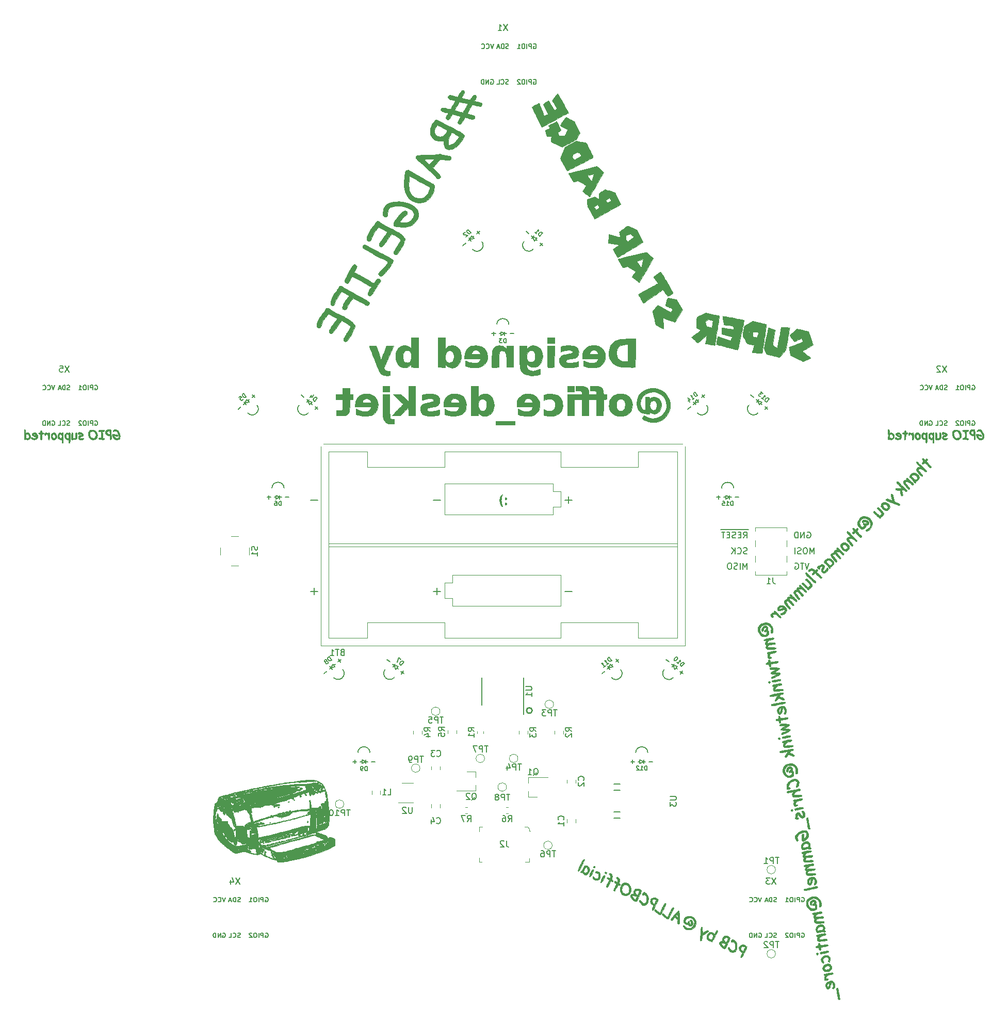
<source format=gbr>
G04 #@! TF.GenerationSoftware,KiCad,Pcbnew,5.1.3-ffb9f22~84~ubuntu16.04.1*
G04 #@! TF.CreationDate,2019-07-25T21:15:37-07:00*
G04 #@! TF.ProjectId,Star_Badge,53746172-5f42-4616-9467-652e6b696361,rev?*
G04 #@! TF.SameCoordinates,Original*
G04 #@! TF.FileFunction,Legend,Bot*
G04 #@! TF.FilePolarity,Positive*
%FSLAX46Y46*%
G04 Gerber Fmt 4.6, Leading zero omitted, Abs format (unit mm)*
G04 Created by KiCad (PCBNEW 5.1.3-ffb9f22~84~ubuntu16.04.1) date 2019-07-25 21:15:37*
%MOMM*%
%LPD*%
G04 APERTURE LIST*
%ADD10C,0.250000*%
%ADD11C,0.010000*%
%ADD12C,0.120000*%
%ADD13C,0.152400*%
%ADD14C,0.100000*%
%ADD15C,0.150000*%
%ADD16R,2.102000X2.102000*%
%ADD17C,2.102000*%
%ADD18R,3.392799X1.228800*%
%ADD19R,6.502800X5.791600*%
%ADD20O,1.102000X1.652000*%
%ADD21O,1.352000X1.052000*%
%ADD22R,0.502000X1.452000*%
%ADD23R,1.829200X1.829200*%
%ADD24O,1.829200X1.829200*%
%ADD25C,1.829200*%
%ADD26R,3.252000X1.102000*%
%ADD27R,0.802000X0.602000*%
%ADD28R,1.202000X0.302000*%
%ADD29R,0.552000X1.552000*%
%ADD30C,1.052000*%
%ADD31C,1.252000*%
%ADD32R,2.002000X0.902000*%
%ADD33C,0.702000*%
%ADD34C,1.002000*%
%ADD35R,1.662000X0.752000*%
%ADD36C,4.102000*%
%ADD37C,1.102000*%
G04 APERTURE END LIST*
D10*
X104810977Y-136150000D02*
G75*
G03X104810977Y-136150000I-460977J0D01*
G01*
D11*
G36*
X93443652Y-34394826D02*
G01*
X93546966Y-34446033D01*
X93580791Y-34471072D01*
X93655720Y-34550212D01*
X93687251Y-34644658D01*
X93673421Y-34766435D01*
X93612270Y-34927566D01*
X93501834Y-35140074D01*
X93459500Y-35214429D01*
X93365403Y-35379955D01*
X93289534Y-35518263D01*
X93240596Y-35613170D01*
X93226667Y-35647385D01*
X93265399Y-35667704D01*
X93370577Y-35701017D01*
X93525679Y-35743461D01*
X93714180Y-35791171D01*
X93919555Y-35840285D01*
X94125280Y-35886938D01*
X94314831Y-35927268D01*
X94471683Y-35957410D01*
X94579312Y-35973502D01*
X94619932Y-35973141D01*
X94657977Y-35926542D01*
X94722862Y-35825382D01*
X94801748Y-35689895D01*
X94816379Y-35663540D01*
X94908792Y-35506420D01*
X95002800Y-35363657D01*
X95078762Y-35264990D01*
X95081732Y-35261750D01*
X95216799Y-35166800D01*
X95363363Y-35146729D01*
X95501563Y-35202324D01*
X95547621Y-35243312D01*
X95611307Y-35351116D01*
X95639344Y-35480410D01*
X95626503Y-35594743D01*
X95603685Y-35634283D01*
X95565292Y-35690317D01*
X95500990Y-35796386D01*
X95433699Y-35913626D01*
X95299696Y-36152753D01*
X95797765Y-36267980D01*
X96093804Y-36341304D01*
X96313530Y-36409115D01*
X96464577Y-36476886D01*
X96554583Y-36550087D01*
X96591184Y-36634190D01*
X96582016Y-36734667D01*
X96555359Y-36810804D01*
X96503391Y-36901475D01*
X96428924Y-36964536D01*
X96323142Y-37000018D01*
X96177228Y-37007955D01*
X95982366Y-36988379D01*
X95729741Y-36941321D01*
X95410534Y-36866814D01*
X95209482Y-36815724D01*
X95074915Y-36783120D01*
X94978457Y-36764030D01*
X94943191Y-36762211D01*
X94917239Y-36805029D01*
X94858109Y-36906459D01*
X94773589Y-37052871D01*
X94671465Y-37230634D01*
X94559526Y-37426118D01*
X94445557Y-37625692D01*
X94337345Y-37815727D01*
X94242679Y-37982592D01*
X94169344Y-38112656D01*
X94125128Y-38192291D01*
X94115667Y-38210693D01*
X94153279Y-38225129D01*
X94250862Y-38250870D01*
X94359084Y-38275998D01*
X94728096Y-38367259D01*
X95014757Y-38460608D01*
X95221379Y-38557912D01*
X95350277Y-38661035D01*
X95403764Y-38771844D01*
X95384156Y-38892205D01*
X95293765Y-39023982D01*
X95290818Y-39027221D01*
X95222438Y-39088552D01*
X95142641Y-39125747D01*
X95038314Y-39138489D01*
X94896344Y-39126462D01*
X94703617Y-39089349D01*
X94447019Y-39026836D01*
X94362362Y-39004848D01*
X93741224Y-38842104D01*
X93473654Y-39311468D01*
X93322550Y-39569348D01*
X93200148Y-39757543D01*
X93098432Y-39882659D01*
X93009387Y-39951302D01*
X92924996Y-39970077D01*
X92837243Y-39945590D01*
X92759836Y-39899704D01*
X92661503Y-39819507D01*
X92606729Y-39734097D01*
X92596649Y-39630420D01*
X92632394Y-39495428D01*
X92715101Y-39316069D01*
X92828478Y-39109683D01*
X92920982Y-38943005D01*
X92992734Y-38804486D01*
X93036059Y-38709597D01*
X93044447Y-38674335D01*
X92999609Y-38656949D01*
X92890737Y-38622593D01*
X92734205Y-38575880D01*
X92546383Y-38521423D01*
X92343644Y-38463835D01*
X92142361Y-38407729D01*
X91958905Y-38357717D01*
X91809649Y-38318412D01*
X91710964Y-38294428D01*
X91678982Y-38289618D01*
X91657037Y-38328599D01*
X91604534Y-38425024D01*
X91530825Y-38561668D01*
X91489935Y-38637833D01*
X91347692Y-38886062D01*
X91223798Y-39059902D01*
X91110246Y-39165422D01*
X90999029Y-39208694D01*
X90882139Y-39195788D01*
X90800300Y-39160662D01*
X90699724Y-39088622D01*
X90651262Y-38998078D01*
X90655538Y-38877760D01*
X90713180Y-38716398D01*
X90824813Y-38502723D01*
X90838136Y-38479490D01*
X90921426Y-38331658D01*
X90983578Y-38214704D01*
X91015895Y-38145344D01*
X91018053Y-38133655D01*
X90973902Y-38120120D01*
X90864544Y-38090818D01*
X90706988Y-38050214D01*
X90538500Y-38007811D01*
X90336982Y-37953925D01*
X90154024Y-37898378D01*
X90012623Y-37848527D01*
X89945834Y-37818249D01*
X89841358Y-37716639D01*
X89818192Y-37642141D01*
X92075029Y-37642141D01*
X92109094Y-37675342D01*
X92224027Y-37723224D01*
X92420586Y-37786054D01*
X92699528Y-37864096D01*
X92739834Y-37874830D01*
X92966457Y-37933684D01*
X93163157Y-37982454D01*
X93316003Y-38017872D01*
X93411066Y-38036671D01*
X93435891Y-38038100D01*
X93461981Y-37998083D01*
X93523565Y-37896251D01*
X93613818Y-37744121D01*
X93725909Y-37553207D01*
X93853014Y-37335025D01*
X93865312Y-37313831D01*
X93990213Y-37094681D01*
X94095978Y-36901674D01*
X94176741Y-36746147D01*
X94226638Y-36639438D01*
X94239807Y-36592883D01*
X94238717Y-36591904D01*
X94186758Y-36577917D01*
X94067049Y-36548191D01*
X93894279Y-36506297D01*
X93683132Y-36455808D01*
X93528654Y-36419220D01*
X92855883Y-36260464D01*
X92471720Y-36924729D01*
X92347856Y-37140576D01*
X92239193Y-37333106D01*
X92152773Y-37489586D01*
X92095636Y-37597282D01*
X92075029Y-37642141D01*
X89818192Y-37642141D01*
X89800937Y-37586653D01*
X89821614Y-37451664D01*
X89900433Y-37335046D01*
X90015654Y-37266140D01*
X90083510Y-37252817D01*
X90178393Y-37255329D01*
X90314260Y-37275699D01*
X90505067Y-37315949D01*
X90731647Y-37369948D01*
X90945795Y-37421949D01*
X91130831Y-37465784D01*
X91271112Y-37497832D01*
X91350997Y-37514470D01*
X91362424Y-37516000D01*
X91397772Y-37481589D01*
X91463184Y-37387440D01*
X91551045Y-37247176D01*
X91653743Y-37074419D01*
X91763663Y-36882795D01*
X91873193Y-36685926D01*
X91974717Y-36497435D01*
X92060623Y-36330947D01*
X92123297Y-36200085D01*
X92155125Y-36118471D01*
X92154930Y-36097926D01*
X92094874Y-36080732D01*
X91972813Y-36047307D01*
X91808603Y-36003052D01*
X91682222Y-35969325D01*
X91424513Y-35897611D01*
X91238394Y-35835462D01*
X91112547Y-35775277D01*
X91035653Y-35709456D01*
X90996394Y-35630398D01*
X90983451Y-35530503D01*
X90983000Y-35499780D01*
X91020805Y-35375507D01*
X91116844Y-35267340D01*
X91245055Y-35199295D01*
X91321705Y-35187667D01*
X91410899Y-35198918D01*
X91561447Y-35229680D01*
X91753507Y-35275468D01*
X91967239Y-35331797D01*
X92002311Y-35341541D01*
X92204702Y-35396774D01*
X92375704Y-35440753D01*
X92499986Y-35469736D01*
X92562214Y-35479983D01*
X92566331Y-35479124D01*
X92591862Y-35438319D01*
X92651152Y-35338792D01*
X92735590Y-35195121D01*
X92836564Y-35021887D01*
X92845374Y-35006713D01*
X93001004Y-34750345D01*
X93131123Y-34566452D01*
X93243255Y-34449555D01*
X93344923Y-34394173D01*
X93443652Y-34394826D01*
X93443652Y-34394826D01*
G37*
X93443652Y-34394826D02*
X93546966Y-34446033D01*
X93580791Y-34471072D01*
X93655720Y-34550212D01*
X93687251Y-34644658D01*
X93673421Y-34766435D01*
X93612270Y-34927566D01*
X93501834Y-35140074D01*
X93459500Y-35214429D01*
X93365403Y-35379955D01*
X93289534Y-35518263D01*
X93240596Y-35613170D01*
X93226667Y-35647385D01*
X93265399Y-35667704D01*
X93370577Y-35701017D01*
X93525679Y-35743461D01*
X93714180Y-35791171D01*
X93919555Y-35840285D01*
X94125280Y-35886938D01*
X94314831Y-35927268D01*
X94471683Y-35957410D01*
X94579312Y-35973502D01*
X94619932Y-35973141D01*
X94657977Y-35926542D01*
X94722862Y-35825382D01*
X94801748Y-35689895D01*
X94816379Y-35663540D01*
X94908792Y-35506420D01*
X95002800Y-35363657D01*
X95078762Y-35264990D01*
X95081732Y-35261750D01*
X95216799Y-35166800D01*
X95363363Y-35146729D01*
X95501563Y-35202324D01*
X95547621Y-35243312D01*
X95611307Y-35351116D01*
X95639344Y-35480410D01*
X95626503Y-35594743D01*
X95603685Y-35634283D01*
X95565292Y-35690317D01*
X95500990Y-35796386D01*
X95433699Y-35913626D01*
X95299696Y-36152753D01*
X95797765Y-36267980D01*
X96093804Y-36341304D01*
X96313530Y-36409115D01*
X96464577Y-36476886D01*
X96554583Y-36550087D01*
X96591184Y-36634190D01*
X96582016Y-36734667D01*
X96555359Y-36810804D01*
X96503391Y-36901475D01*
X96428924Y-36964536D01*
X96323142Y-37000018D01*
X96177228Y-37007955D01*
X95982366Y-36988379D01*
X95729741Y-36941321D01*
X95410534Y-36866814D01*
X95209482Y-36815724D01*
X95074915Y-36783120D01*
X94978457Y-36764030D01*
X94943191Y-36762211D01*
X94917239Y-36805029D01*
X94858109Y-36906459D01*
X94773589Y-37052871D01*
X94671465Y-37230634D01*
X94559526Y-37426118D01*
X94445557Y-37625692D01*
X94337345Y-37815727D01*
X94242679Y-37982592D01*
X94169344Y-38112656D01*
X94125128Y-38192291D01*
X94115667Y-38210693D01*
X94153279Y-38225129D01*
X94250862Y-38250870D01*
X94359084Y-38275998D01*
X94728096Y-38367259D01*
X95014757Y-38460608D01*
X95221379Y-38557912D01*
X95350277Y-38661035D01*
X95403764Y-38771844D01*
X95384156Y-38892205D01*
X95293765Y-39023982D01*
X95290818Y-39027221D01*
X95222438Y-39088552D01*
X95142641Y-39125747D01*
X95038314Y-39138489D01*
X94896344Y-39126462D01*
X94703617Y-39089349D01*
X94447019Y-39026836D01*
X94362362Y-39004848D01*
X93741224Y-38842104D01*
X93473654Y-39311468D01*
X93322550Y-39569348D01*
X93200148Y-39757543D01*
X93098432Y-39882659D01*
X93009387Y-39951302D01*
X92924996Y-39970077D01*
X92837243Y-39945590D01*
X92759836Y-39899704D01*
X92661503Y-39819507D01*
X92606729Y-39734097D01*
X92596649Y-39630420D01*
X92632394Y-39495428D01*
X92715101Y-39316069D01*
X92828478Y-39109683D01*
X92920982Y-38943005D01*
X92992734Y-38804486D01*
X93036059Y-38709597D01*
X93044447Y-38674335D01*
X92999609Y-38656949D01*
X92890737Y-38622593D01*
X92734205Y-38575880D01*
X92546383Y-38521423D01*
X92343644Y-38463835D01*
X92142361Y-38407729D01*
X91958905Y-38357717D01*
X91809649Y-38318412D01*
X91710964Y-38294428D01*
X91678982Y-38289618D01*
X91657037Y-38328599D01*
X91604534Y-38425024D01*
X91530825Y-38561668D01*
X91489935Y-38637833D01*
X91347692Y-38886062D01*
X91223798Y-39059902D01*
X91110246Y-39165422D01*
X90999029Y-39208694D01*
X90882139Y-39195788D01*
X90800300Y-39160662D01*
X90699724Y-39088622D01*
X90651262Y-38998078D01*
X90655538Y-38877760D01*
X90713180Y-38716398D01*
X90824813Y-38502723D01*
X90838136Y-38479490D01*
X90921426Y-38331658D01*
X90983578Y-38214704D01*
X91015895Y-38145344D01*
X91018053Y-38133655D01*
X90973902Y-38120120D01*
X90864544Y-38090818D01*
X90706988Y-38050214D01*
X90538500Y-38007811D01*
X90336982Y-37953925D01*
X90154024Y-37898378D01*
X90012623Y-37848527D01*
X89945834Y-37818249D01*
X89841358Y-37716639D01*
X89818192Y-37642141D01*
X92075029Y-37642141D01*
X92109094Y-37675342D01*
X92224027Y-37723224D01*
X92420586Y-37786054D01*
X92699528Y-37864096D01*
X92739834Y-37874830D01*
X92966457Y-37933684D01*
X93163157Y-37982454D01*
X93316003Y-38017872D01*
X93411066Y-38036671D01*
X93435891Y-38038100D01*
X93461981Y-37998083D01*
X93523565Y-37896251D01*
X93613818Y-37744121D01*
X93725909Y-37553207D01*
X93853014Y-37335025D01*
X93865312Y-37313831D01*
X93990213Y-37094681D01*
X94095978Y-36901674D01*
X94176741Y-36746147D01*
X94226638Y-36639438D01*
X94239807Y-36592883D01*
X94238717Y-36591904D01*
X94186758Y-36577917D01*
X94067049Y-36548191D01*
X93894279Y-36506297D01*
X93683132Y-36455808D01*
X93528654Y-36419220D01*
X92855883Y-36260464D01*
X92471720Y-36924729D01*
X92347856Y-37140576D01*
X92239193Y-37333106D01*
X92152773Y-37489586D01*
X92095636Y-37597282D01*
X92075029Y-37642141D01*
X89818192Y-37642141D01*
X89800937Y-37586653D01*
X89821614Y-37451664D01*
X89900433Y-37335046D01*
X90015654Y-37266140D01*
X90083510Y-37252817D01*
X90178393Y-37255329D01*
X90314260Y-37275699D01*
X90505067Y-37315949D01*
X90731647Y-37369948D01*
X90945795Y-37421949D01*
X91130831Y-37465784D01*
X91271112Y-37497832D01*
X91350997Y-37514470D01*
X91362424Y-37516000D01*
X91397772Y-37481589D01*
X91463184Y-37387440D01*
X91551045Y-37247176D01*
X91653743Y-37074419D01*
X91763663Y-36882795D01*
X91873193Y-36685926D01*
X91974717Y-36497435D01*
X92060623Y-36330947D01*
X92123297Y-36200085D01*
X92155125Y-36118471D01*
X92154930Y-36097926D01*
X92094874Y-36080732D01*
X91972813Y-36047307D01*
X91808603Y-36003052D01*
X91682222Y-35969325D01*
X91424513Y-35897611D01*
X91238394Y-35835462D01*
X91112547Y-35775277D01*
X91035653Y-35709456D01*
X90996394Y-35630398D01*
X90983451Y-35530503D01*
X90983000Y-35499780D01*
X91020805Y-35375507D01*
X91116844Y-35267340D01*
X91245055Y-35199295D01*
X91321705Y-35187667D01*
X91410899Y-35198918D01*
X91561447Y-35229680D01*
X91753507Y-35275468D01*
X91967239Y-35331797D01*
X92002311Y-35341541D01*
X92204702Y-35396774D01*
X92375704Y-35440753D01*
X92499986Y-35469736D01*
X92562214Y-35479983D01*
X92566331Y-35479124D01*
X92591862Y-35438319D01*
X92651152Y-35338792D01*
X92735590Y-35195121D01*
X92836564Y-35021887D01*
X92845374Y-35006713D01*
X93001004Y-34750345D01*
X93131123Y-34566452D01*
X93243255Y-34449555D01*
X93344923Y-34394173D01*
X93443652Y-34394826D01*
G36*
X109012114Y-34990359D02*
G01*
X109074808Y-35090736D01*
X109167463Y-35246661D01*
X109284889Y-35448830D01*
X109421893Y-35687943D01*
X109573284Y-35954694D01*
X109733871Y-36239783D01*
X109898461Y-36533906D01*
X110061865Y-36827760D01*
X110218889Y-37112042D01*
X110364343Y-37377451D01*
X110493035Y-37614683D01*
X110599773Y-37814436D01*
X110679366Y-37967406D01*
X110726623Y-38064291D01*
X110737389Y-38095722D01*
X110698968Y-38117329D01*
X110593963Y-38174413D01*
X110430503Y-38262628D01*
X110216718Y-38377626D01*
X109960738Y-38515059D01*
X109670695Y-38670580D01*
X109354716Y-38839842D01*
X109020934Y-39018497D01*
X108677478Y-39202197D01*
X108332478Y-39386595D01*
X107994064Y-39567343D01*
X107670367Y-39740094D01*
X107369517Y-39900500D01*
X107099643Y-40044214D01*
X106868876Y-40166887D01*
X106685346Y-40264173D01*
X106557184Y-40331724D01*
X106509663Y-40356473D01*
X106351826Y-40437789D01*
X106250510Y-40236311D01*
X106177468Y-40089035D01*
X106080923Y-39891328D01*
X105965532Y-39652986D01*
X105835949Y-39383801D01*
X105696830Y-39093567D01*
X105552830Y-38792078D01*
X105408605Y-38489128D01*
X105268810Y-38194510D01*
X105138100Y-37918018D01*
X105021130Y-37669446D01*
X104922557Y-37458588D01*
X104847035Y-37295238D01*
X104799220Y-37189188D01*
X104783697Y-37150511D01*
X104818442Y-37121006D01*
X104912378Y-37061272D01*
X105050092Y-36979809D01*
X105216166Y-36885119D01*
X105395185Y-36785702D01*
X105571733Y-36690059D01*
X105730395Y-36606690D01*
X105855754Y-36544097D01*
X105932395Y-36510779D01*
X105948461Y-36508230D01*
X105966254Y-36549768D01*
X106009613Y-36659534D01*
X106074288Y-36826512D01*
X106156029Y-37039686D01*
X106250587Y-37288040D01*
X106320898Y-37473667D01*
X106423086Y-37743839D01*
X106516379Y-37990185D01*
X106596258Y-38200797D01*
X106658205Y-38363767D01*
X106697701Y-38467189D01*
X106709201Y-38496859D01*
X106734059Y-38527681D01*
X106783899Y-38536315D01*
X106870815Y-38520092D01*
X107006902Y-38476345D01*
X107204253Y-38402408D01*
X107290806Y-38368602D01*
X107406112Y-38323273D01*
X107284928Y-38057220D01*
X107219924Y-37916262D01*
X107129805Y-37723203D01*
X107025959Y-37502336D01*
X106919774Y-37277953D01*
X106908440Y-37254099D01*
X106653136Y-36717032D01*
X107029597Y-36396849D01*
X107180203Y-36271098D01*
X107308046Y-36168729D01*
X107399158Y-36100634D01*
X107438946Y-36077611D01*
X107472000Y-36112222D01*
X107538430Y-36206011D01*
X107628890Y-36345059D01*
X107734038Y-36515445D01*
X107744414Y-36532695D01*
X107878736Y-36755703D01*
X108025605Y-36998288D01*
X108164387Y-37226424D01*
X108246880Y-37361268D01*
X108476766Y-37735703D01*
X108880836Y-37337709D01*
X108497775Y-36738938D01*
X108369226Y-36535817D01*
X108257043Y-36354417D01*
X108169227Y-36208011D01*
X108113783Y-36109871D01*
X108098430Y-36076667D01*
X108118778Y-36025530D01*
X108183513Y-35924103D01*
X108281719Y-35786202D01*
X108402480Y-35625648D01*
X108534881Y-35456258D01*
X108668007Y-35291852D01*
X108790942Y-35146247D01*
X108892770Y-35033264D01*
X108962577Y-34966720D01*
X108984574Y-34954833D01*
X109012114Y-34990359D01*
X109012114Y-34990359D01*
G37*
X109012114Y-34990359D02*
X109074808Y-35090736D01*
X109167463Y-35246661D01*
X109284889Y-35448830D01*
X109421893Y-35687943D01*
X109573284Y-35954694D01*
X109733871Y-36239783D01*
X109898461Y-36533906D01*
X110061865Y-36827760D01*
X110218889Y-37112042D01*
X110364343Y-37377451D01*
X110493035Y-37614683D01*
X110599773Y-37814436D01*
X110679366Y-37967406D01*
X110726623Y-38064291D01*
X110737389Y-38095722D01*
X110698968Y-38117329D01*
X110593963Y-38174413D01*
X110430503Y-38262628D01*
X110216718Y-38377626D01*
X109960738Y-38515059D01*
X109670695Y-38670580D01*
X109354716Y-38839842D01*
X109020934Y-39018497D01*
X108677478Y-39202197D01*
X108332478Y-39386595D01*
X107994064Y-39567343D01*
X107670367Y-39740094D01*
X107369517Y-39900500D01*
X107099643Y-40044214D01*
X106868876Y-40166887D01*
X106685346Y-40264173D01*
X106557184Y-40331724D01*
X106509663Y-40356473D01*
X106351826Y-40437789D01*
X106250510Y-40236311D01*
X106177468Y-40089035D01*
X106080923Y-39891328D01*
X105965532Y-39652986D01*
X105835949Y-39383801D01*
X105696830Y-39093567D01*
X105552830Y-38792078D01*
X105408605Y-38489128D01*
X105268810Y-38194510D01*
X105138100Y-37918018D01*
X105021130Y-37669446D01*
X104922557Y-37458588D01*
X104847035Y-37295238D01*
X104799220Y-37189188D01*
X104783697Y-37150511D01*
X104818442Y-37121006D01*
X104912378Y-37061272D01*
X105050092Y-36979809D01*
X105216166Y-36885119D01*
X105395185Y-36785702D01*
X105571733Y-36690059D01*
X105730395Y-36606690D01*
X105855754Y-36544097D01*
X105932395Y-36510779D01*
X105948461Y-36508230D01*
X105966254Y-36549768D01*
X106009613Y-36659534D01*
X106074288Y-36826512D01*
X106156029Y-37039686D01*
X106250587Y-37288040D01*
X106320898Y-37473667D01*
X106423086Y-37743839D01*
X106516379Y-37990185D01*
X106596258Y-38200797D01*
X106658205Y-38363767D01*
X106697701Y-38467189D01*
X106709201Y-38496859D01*
X106734059Y-38527681D01*
X106783899Y-38536315D01*
X106870815Y-38520092D01*
X107006902Y-38476345D01*
X107204253Y-38402408D01*
X107290806Y-38368602D01*
X107406112Y-38323273D01*
X107284928Y-38057220D01*
X107219924Y-37916262D01*
X107129805Y-37723203D01*
X107025959Y-37502336D01*
X106919774Y-37277953D01*
X106908440Y-37254099D01*
X106653136Y-36717032D01*
X107029597Y-36396849D01*
X107180203Y-36271098D01*
X107308046Y-36168729D01*
X107399158Y-36100634D01*
X107438946Y-36077611D01*
X107472000Y-36112222D01*
X107538430Y-36206011D01*
X107628890Y-36345059D01*
X107734038Y-36515445D01*
X107744414Y-36532695D01*
X107878736Y-36755703D01*
X108025605Y-36998288D01*
X108164387Y-37226424D01*
X108246880Y-37361268D01*
X108476766Y-37735703D01*
X108880836Y-37337709D01*
X108497775Y-36738938D01*
X108369226Y-36535817D01*
X108257043Y-36354417D01*
X108169227Y-36208011D01*
X108113783Y-36109871D01*
X108098430Y-36076667D01*
X108118778Y-36025530D01*
X108183513Y-35924103D01*
X108281719Y-35786202D01*
X108402480Y-35625648D01*
X108534881Y-35456258D01*
X108668007Y-35291852D01*
X108790942Y-35146247D01*
X108892770Y-35033264D01*
X108962577Y-34966720D01*
X108984574Y-34954833D01*
X109012114Y-34990359D01*
G36*
X110745754Y-39007491D02*
G01*
X110949287Y-39117658D01*
X111159105Y-39231991D01*
X111343548Y-39333207D01*
X111423400Y-39377410D01*
X111691967Y-39526833D01*
X112616365Y-41471867D01*
X112325605Y-41976259D01*
X112034844Y-42480651D01*
X110897991Y-43088659D01*
X110612984Y-43240221D01*
X110351265Y-43377746D01*
X110122330Y-43496373D01*
X109935678Y-43591243D01*
X109800806Y-43657495D01*
X109727211Y-43690270D01*
X109717152Y-43692928D01*
X109668043Y-43674157D01*
X109553983Y-43623498D01*
X109386141Y-43546133D01*
X109175683Y-43447245D01*
X108933779Y-43332020D01*
X108772604Y-43254503D01*
X108518496Y-43131477D01*
X108290854Y-43020552D01*
X108100437Y-42927028D01*
X107958003Y-42856207D01*
X107874309Y-42813389D01*
X107856567Y-42803159D01*
X107855696Y-42756771D01*
X107866313Y-42646434D01*
X107886326Y-42491771D01*
X107898966Y-42405500D01*
X107924616Y-42234171D01*
X107944654Y-42095645D01*
X107956141Y-42010473D01*
X107957753Y-41994640D01*
X107919103Y-41982163D01*
X107815086Y-41974362D01*
X107664927Y-41972354D01*
X107594166Y-41973473D01*
X107229666Y-41982167D01*
X107086685Y-41474167D01*
X107032355Y-41280864D01*
X106987430Y-41120508D01*
X106956290Y-41008770D01*
X106943315Y-40961320D01*
X106943186Y-40960719D01*
X106977496Y-40943133D01*
X107062504Y-40906971D01*
X107080250Y-40899764D01*
X107191888Y-40853155D01*
X107345023Y-40787288D01*
X107484902Y-40725951D01*
X107751970Y-40607645D01*
X107618404Y-40413514D01*
X107547984Y-40305930D01*
X107505633Y-40230866D01*
X107499503Y-40208547D01*
X107556439Y-40173358D01*
X107669189Y-40108760D01*
X107822825Y-40022877D01*
X108002423Y-39923830D01*
X108193058Y-39819744D01*
X108379803Y-39718741D01*
X108547735Y-39628944D01*
X108681926Y-39558476D01*
X108767453Y-39515460D01*
X108790328Y-39506032D01*
X108819284Y-39542548D01*
X108877128Y-39643598D01*
X108957347Y-39796805D01*
X109053427Y-39989791D01*
X109141245Y-40172782D01*
X109246463Y-40395455D01*
X109340823Y-40594971D01*
X109417654Y-40757237D01*
X109470284Y-40868161D01*
X109490362Y-40910219D01*
X109494638Y-40960110D01*
X109449152Y-41014834D01*
X109341658Y-41087462D01*
X109302617Y-41110555D01*
X109173990Y-41186108D01*
X109070159Y-41248318D01*
X109024008Y-41277044D01*
X109000641Y-41312905D01*
X109011231Y-41380188D01*
X109059890Y-41495452D01*
X109096817Y-41570393D01*
X109226119Y-41826537D01*
X109555476Y-41856454D01*
X109728386Y-41871664D01*
X109880241Y-41884149D01*
X109981368Y-41891483D01*
X109989317Y-41891935D01*
X110037013Y-41885982D01*
X110084260Y-41855035D01*
X110139896Y-41787588D01*
X110212762Y-41672136D01*
X110311696Y-41497172D01*
X110359067Y-41410667D01*
X110458285Y-41224981D01*
X110540723Y-41063859D01*
X110598663Y-40942895D01*
X110624387Y-40877684D01*
X110625000Y-40873323D01*
X110589269Y-40838204D01*
X110490060Y-40773542D01*
X110340054Y-40686781D01*
X110151931Y-40585365D01*
X110012004Y-40513490D01*
X109805719Y-40407540D01*
X109628954Y-40312994D01*
X109494369Y-40236928D01*
X109414621Y-40186416D01*
X109398171Y-40170394D01*
X109421233Y-40126713D01*
X109485582Y-40024993D01*
X109583793Y-39876447D01*
X109708441Y-39692289D01*
X109852102Y-39483731D01*
X109867338Y-39461808D01*
X110336675Y-38786994D01*
X110745754Y-39007491D01*
X110745754Y-39007491D01*
G37*
X110745754Y-39007491D02*
X110949287Y-39117658D01*
X111159105Y-39231991D01*
X111343548Y-39333207D01*
X111423400Y-39377410D01*
X111691967Y-39526833D01*
X112616365Y-41471867D01*
X112325605Y-41976259D01*
X112034844Y-42480651D01*
X110897991Y-43088659D01*
X110612984Y-43240221D01*
X110351265Y-43377746D01*
X110122330Y-43496373D01*
X109935678Y-43591243D01*
X109800806Y-43657495D01*
X109727211Y-43690270D01*
X109717152Y-43692928D01*
X109668043Y-43674157D01*
X109553983Y-43623498D01*
X109386141Y-43546133D01*
X109175683Y-43447245D01*
X108933779Y-43332020D01*
X108772604Y-43254503D01*
X108518496Y-43131477D01*
X108290854Y-43020552D01*
X108100437Y-42927028D01*
X107958003Y-42856207D01*
X107874309Y-42813389D01*
X107856567Y-42803159D01*
X107855696Y-42756771D01*
X107866313Y-42646434D01*
X107886326Y-42491771D01*
X107898966Y-42405500D01*
X107924616Y-42234171D01*
X107944654Y-42095645D01*
X107956141Y-42010473D01*
X107957753Y-41994640D01*
X107919103Y-41982163D01*
X107815086Y-41974362D01*
X107664927Y-41972354D01*
X107594166Y-41973473D01*
X107229666Y-41982167D01*
X107086685Y-41474167D01*
X107032355Y-41280864D01*
X106987430Y-41120508D01*
X106956290Y-41008770D01*
X106943315Y-40961320D01*
X106943186Y-40960719D01*
X106977496Y-40943133D01*
X107062504Y-40906971D01*
X107080250Y-40899764D01*
X107191888Y-40853155D01*
X107345023Y-40787288D01*
X107484902Y-40725951D01*
X107751970Y-40607645D01*
X107618404Y-40413514D01*
X107547984Y-40305930D01*
X107505633Y-40230866D01*
X107499503Y-40208547D01*
X107556439Y-40173358D01*
X107669189Y-40108760D01*
X107822825Y-40022877D01*
X108002423Y-39923830D01*
X108193058Y-39819744D01*
X108379803Y-39718741D01*
X108547735Y-39628944D01*
X108681926Y-39558476D01*
X108767453Y-39515460D01*
X108790328Y-39506032D01*
X108819284Y-39542548D01*
X108877128Y-39643598D01*
X108957347Y-39796805D01*
X109053427Y-39989791D01*
X109141245Y-40172782D01*
X109246463Y-40395455D01*
X109340823Y-40594971D01*
X109417654Y-40757237D01*
X109470284Y-40868161D01*
X109490362Y-40910219D01*
X109494638Y-40960110D01*
X109449152Y-41014834D01*
X109341658Y-41087462D01*
X109302617Y-41110555D01*
X109173990Y-41186108D01*
X109070159Y-41248318D01*
X109024008Y-41277044D01*
X109000641Y-41312905D01*
X109011231Y-41380188D01*
X109059890Y-41495452D01*
X109096817Y-41570393D01*
X109226119Y-41826537D01*
X109555476Y-41856454D01*
X109728386Y-41871664D01*
X109880241Y-41884149D01*
X109981368Y-41891483D01*
X109989317Y-41891935D01*
X110037013Y-41885982D01*
X110084260Y-41855035D01*
X110139896Y-41787588D01*
X110212762Y-41672136D01*
X110311696Y-41497172D01*
X110359067Y-41410667D01*
X110458285Y-41224981D01*
X110540723Y-41063859D01*
X110598663Y-40942895D01*
X110624387Y-40877684D01*
X110625000Y-40873323D01*
X110589269Y-40838204D01*
X110490060Y-40773542D01*
X110340054Y-40686781D01*
X110151931Y-40585365D01*
X110012004Y-40513490D01*
X109805719Y-40407540D01*
X109628954Y-40312994D01*
X109494369Y-40236928D01*
X109414621Y-40186416D01*
X109398171Y-40170394D01*
X109421233Y-40126713D01*
X109485582Y-40024993D01*
X109583793Y-39876447D01*
X109708441Y-39692289D01*
X109852102Y-39483731D01*
X109867338Y-39461808D01*
X110336675Y-38786994D01*
X110745754Y-39007491D01*
G36*
X89125309Y-39270760D02*
G01*
X89252704Y-39325104D01*
X89437495Y-39410298D01*
X89670975Y-39521939D01*
X89944440Y-39655625D01*
X90249183Y-39806954D01*
X90576498Y-39971525D01*
X90917681Y-40144934D01*
X91264025Y-40322780D01*
X91606825Y-40500661D01*
X91937376Y-40674175D01*
X92246971Y-40838919D01*
X92526904Y-40990492D01*
X92768471Y-41124491D01*
X92774677Y-41127992D01*
X93053768Y-41287438D01*
X93266754Y-41415502D01*
X93422438Y-41520263D01*
X93529624Y-41609799D01*
X93597116Y-41692188D01*
X93633717Y-41775509D01*
X93648231Y-41867840D01*
X93650000Y-41931203D01*
X93620827Y-42058342D01*
X93539560Y-42231544D01*
X93415583Y-42438657D01*
X93258276Y-42667527D01*
X93077023Y-42905999D01*
X92881203Y-43141920D01*
X92680200Y-43363136D01*
X92483394Y-43557494D01*
X92300169Y-43712839D01*
X92242292Y-43754845D01*
X91962209Y-43917194D01*
X91668673Y-44033148D01*
X91377727Y-44099815D01*
X91105414Y-44114307D01*
X90867779Y-44073732D01*
X90751419Y-44023409D01*
X90569731Y-43887892D01*
X90438845Y-43710959D01*
X90354526Y-43482763D01*
X90312538Y-43193458D01*
X90305903Y-42987583D01*
X90305754Y-42969119D01*
X91006152Y-42969119D01*
X91006324Y-43163557D01*
X91029074Y-43307830D01*
X91058305Y-43367615D01*
X91143464Y-43406430D01*
X91285994Y-43395021D01*
X91476494Y-43335222D01*
X91666653Y-43248964D01*
X91854101Y-43127857D01*
X92065902Y-42947094D01*
X92286747Y-42721817D01*
X92501326Y-42467171D01*
X92623738Y-42302271D01*
X92845361Y-41987376D01*
X92559764Y-41821094D01*
X92347635Y-41699318D01*
X92137506Y-41581750D01*
X91942270Y-41475261D01*
X91774819Y-41386725D01*
X91648047Y-41323014D01*
X91574847Y-41291002D01*
X91562153Y-41289281D01*
X91539451Y-41332931D01*
X91491795Y-41427221D01*
X91457680Y-41495333D01*
X91375125Y-41656891D01*
X91284588Y-41828801D01*
X91258956Y-41876333D01*
X91182670Y-42050791D01*
X91116818Y-42265352D01*
X91063828Y-42501963D01*
X91026129Y-42742570D01*
X91006152Y-42969119D01*
X90305754Y-42969119D01*
X90304612Y-42827612D01*
X90301379Y-42706193D01*
X90296816Y-42643054D01*
X90295084Y-42638368D01*
X90251676Y-42646380D01*
X90146612Y-42667530D01*
X90001091Y-42697536D01*
X89974254Y-42703127D01*
X89774688Y-42737794D01*
X89612508Y-42745700D01*
X89445225Y-42728164D01*
X89402754Y-42720885D01*
X89029091Y-42617108D01*
X88710192Y-42450936D01*
X88448692Y-42224293D01*
X88247225Y-41939104D01*
X88198472Y-41841515D01*
X88114624Y-41583806D01*
X88069633Y-41279480D01*
X88065131Y-40980869D01*
X88792173Y-40980869D01*
X88796456Y-41295956D01*
X88859112Y-41551305D01*
X88981407Y-41749692D01*
X89164610Y-41893888D01*
X89222839Y-41923055D01*
X89438125Y-41984601D01*
X89686639Y-42000322D01*
X89930488Y-41970328D01*
X90081686Y-41920581D01*
X90286341Y-41792656D01*
X90488684Y-41603953D01*
X90667776Y-41376285D01*
X90768040Y-41205524D01*
X90896479Y-40951087D01*
X90043858Y-40501597D01*
X89752952Y-40349836D01*
X89528560Y-40236736D01*
X89363576Y-40159144D01*
X89250891Y-40113906D01*
X89183401Y-40097869D01*
X89154564Y-40106970D01*
X88979145Y-40395068D01*
X88864341Y-40647874D01*
X88803480Y-40881483D01*
X88792173Y-40980869D01*
X88065131Y-40980869D01*
X88064783Y-40957795D01*
X88101360Y-40648007D01*
X88139299Y-40494283D01*
X88216143Y-40293855D01*
X88325129Y-40079260D01*
X88456143Y-39864090D01*
X88599070Y-39661936D01*
X88743798Y-39486388D01*
X88880211Y-39351039D01*
X88998195Y-39269478D01*
X89064015Y-39251667D01*
X89125309Y-39270760D01*
X89125309Y-39270760D01*
G37*
X89125309Y-39270760D02*
X89252704Y-39325104D01*
X89437495Y-39410298D01*
X89670975Y-39521939D01*
X89944440Y-39655625D01*
X90249183Y-39806954D01*
X90576498Y-39971525D01*
X90917681Y-40144934D01*
X91264025Y-40322780D01*
X91606825Y-40500661D01*
X91937376Y-40674175D01*
X92246971Y-40838919D01*
X92526904Y-40990492D01*
X92768471Y-41124491D01*
X92774677Y-41127992D01*
X93053768Y-41287438D01*
X93266754Y-41415502D01*
X93422438Y-41520263D01*
X93529624Y-41609799D01*
X93597116Y-41692188D01*
X93633717Y-41775509D01*
X93648231Y-41867840D01*
X93650000Y-41931203D01*
X93620827Y-42058342D01*
X93539560Y-42231544D01*
X93415583Y-42438657D01*
X93258276Y-42667527D01*
X93077023Y-42905999D01*
X92881203Y-43141920D01*
X92680200Y-43363136D01*
X92483394Y-43557494D01*
X92300169Y-43712839D01*
X92242292Y-43754845D01*
X91962209Y-43917194D01*
X91668673Y-44033148D01*
X91377727Y-44099815D01*
X91105414Y-44114307D01*
X90867779Y-44073732D01*
X90751419Y-44023409D01*
X90569731Y-43887892D01*
X90438845Y-43710959D01*
X90354526Y-43482763D01*
X90312538Y-43193458D01*
X90305903Y-42987583D01*
X90305754Y-42969119D01*
X91006152Y-42969119D01*
X91006324Y-43163557D01*
X91029074Y-43307830D01*
X91058305Y-43367615D01*
X91143464Y-43406430D01*
X91285994Y-43395021D01*
X91476494Y-43335222D01*
X91666653Y-43248964D01*
X91854101Y-43127857D01*
X92065902Y-42947094D01*
X92286747Y-42721817D01*
X92501326Y-42467171D01*
X92623738Y-42302271D01*
X92845361Y-41987376D01*
X92559764Y-41821094D01*
X92347635Y-41699318D01*
X92137506Y-41581750D01*
X91942270Y-41475261D01*
X91774819Y-41386725D01*
X91648047Y-41323014D01*
X91574847Y-41291002D01*
X91562153Y-41289281D01*
X91539451Y-41332931D01*
X91491795Y-41427221D01*
X91457680Y-41495333D01*
X91375125Y-41656891D01*
X91284588Y-41828801D01*
X91258956Y-41876333D01*
X91182670Y-42050791D01*
X91116818Y-42265352D01*
X91063828Y-42501963D01*
X91026129Y-42742570D01*
X91006152Y-42969119D01*
X90305754Y-42969119D01*
X90304612Y-42827612D01*
X90301379Y-42706193D01*
X90296816Y-42643054D01*
X90295084Y-42638368D01*
X90251676Y-42646380D01*
X90146612Y-42667530D01*
X90001091Y-42697536D01*
X89974254Y-42703127D01*
X89774688Y-42737794D01*
X89612508Y-42745700D01*
X89445225Y-42728164D01*
X89402754Y-42720885D01*
X89029091Y-42617108D01*
X88710192Y-42450936D01*
X88448692Y-42224293D01*
X88247225Y-41939104D01*
X88198472Y-41841515D01*
X88114624Y-41583806D01*
X88069633Y-41279480D01*
X88065131Y-40980869D01*
X88792173Y-40980869D01*
X88796456Y-41295956D01*
X88859112Y-41551305D01*
X88981407Y-41749692D01*
X89164610Y-41893888D01*
X89222839Y-41923055D01*
X89438125Y-41984601D01*
X89686639Y-42000322D01*
X89930488Y-41970328D01*
X90081686Y-41920581D01*
X90286341Y-41792656D01*
X90488684Y-41603953D01*
X90667776Y-41376285D01*
X90768040Y-41205524D01*
X90896479Y-40951087D01*
X90043858Y-40501597D01*
X89752952Y-40349836D01*
X89528560Y-40236736D01*
X89363576Y-40159144D01*
X89250891Y-40113906D01*
X89183401Y-40097869D01*
X89154564Y-40106970D01*
X88979145Y-40395068D01*
X88864341Y-40647874D01*
X88803480Y-40881483D01*
X88792173Y-40980869D01*
X88065131Y-40980869D01*
X88064783Y-40957795D01*
X88101360Y-40648007D01*
X88139299Y-40494283D01*
X88216143Y-40293855D01*
X88325129Y-40079260D01*
X88456143Y-39864090D01*
X88599070Y-39661936D01*
X88743798Y-39486388D01*
X88880211Y-39351039D01*
X88998195Y-39269478D01*
X89064015Y-39251667D01*
X89125309Y-39270760D01*
G36*
X112772252Y-42833833D02*
G01*
X113019707Y-42880465D01*
X113242647Y-42923175D01*
X113425933Y-42959007D01*
X113554427Y-42985005D01*
X113610167Y-42997406D01*
X113648031Y-43028524D01*
X113705596Y-43109690D01*
X113785627Y-43245951D01*
X113890890Y-43442355D01*
X114024149Y-43703949D01*
X114188171Y-44035779D01*
X114261642Y-44186489D01*
X114405228Y-44485463D01*
X114531981Y-44756281D01*
X114637972Y-44990026D01*
X114719269Y-45177779D01*
X114771941Y-45310623D01*
X114792058Y-45379641D01*
X114790808Y-45386959D01*
X114744586Y-45414725D01*
X114631963Y-45476536D01*
X114461209Y-45568096D01*
X114240594Y-45685112D01*
X113978386Y-45823289D01*
X113682856Y-45978332D01*
X113362272Y-46145946D01*
X113024904Y-46321837D01*
X112679022Y-46501711D01*
X112332893Y-46681272D01*
X111994788Y-46856226D01*
X111672977Y-47022279D01*
X111375727Y-47175135D01*
X111111309Y-47310500D01*
X110887992Y-47424080D01*
X110714046Y-47511579D01*
X110597739Y-47568704D01*
X110547341Y-47591159D01*
X110546287Y-47591333D01*
X110489166Y-47565003D01*
X110485428Y-47559583D01*
X110412799Y-47429705D01*
X110317104Y-47253569D01*
X110204542Y-47043091D01*
X110081313Y-46810190D01*
X109953618Y-46566783D01*
X109827656Y-46324790D01*
X109709626Y-46096126D01*
X109605729Y-45892711D01*
X109522164Y-45726462D01*
X109465132Y-45609297D01*
X109440832Y-45553134D01*
X109440393Y-45550716D01*
X109456159Y-45497258D01*
X109500304Y-45377720D01*
X109568155Y-45203967D01*
X109654540Y-44989104D01*
X111450000Y-44950000D01*
X111389179Y-45303070D01*
X111729743Y-45806400D01*
X112853884Y-45124509D01*
X112529928Y-44665474D01*
X112103361Y-44593633D01*
X111456640Y-44946367D01*
X111450000Y-44950000D01*
X109654540Y-44989104D01*
X109655037Y-44987868D01*
X109756276Y-44741288D01*
X109810936Y-44609997D01*
X110181419Y-43724161D01*
X111100212Y-43208587D01*
X112019004Y-42693014D01*
X112772252Y-42833833D01*
X112772252Y-42833833D01*
G37*
X112772252Y-42833833D02*
X113019707Y-42880465D01*
X113242647Y-42923175D01*
X113425933Y-42959007D01*
X113554427Y-42985005D01*
X113610167Y-42997406D01*
X113648031Y-43028524D01*
X113705596Y-43109690D01*
X113785627Y-43245951D01*
X113890890Y-43442355D01*
X114024149Y-43703949D01*
X114188171Y-44035779D01*
X114261642Y-44186489D01*
X114405228Y-44485463D01*
X114531981Y-44756281D01*
X114637972Y-44990026D01*
X114719269Y-45177779D01*
X114771941Y-45310623D01*
X114792058Y-45379641D01*
X114790808Y-45386959D01*
X114744586Y-45414725D01*
X114631963Y-45476536D01*
X114461209Y-45568096D01*
X114240594Y-45685112D01*
X113978386Y-45823289D01*
X113682856Y-45978332D01*
X113362272Y-46145946D01*
X113024904Y-46321837D01*
X112679022Y-46501711D01*
X112332893Y-46681272D01*
X111994788Y-46856226D01*
X111672977Y-47022279D01*
X111375727Y-47175135D01*
X111111309Y-47310500D01*
X110887992Y-47424080D01*
X110714046Y-47511579D01*
X110597739Y-47568704D01*
X110547341Y-47591159D01*
X110546287Y-47591333D01*
X110489166Y-47565003D01*
X110485428Y-47559583D01*
X110412799Y-47429705D01*
X110317104Y-47253569D01*
X110204542Y-47043091D01*
X110081313Y-46810190D01*
X109953618Y-46566783D01*
X109827656Y-46324790D01*
X109709626Y-46096126D01*
X109605729Y-45892711D01*
X109522164Y-45726462D01*
X109465132Y-45609297D01*
X109440832Y-45553134D01*
X109440393Y-45550716D01*
X109456159Y-45497258D01*
X109500304Y-45377720D01*
X109568155Y-45203967D01*
X109654540Y-44989104D01*
X111450000Y-44950000D01*
X111389179Y-45303070D01*
X111729743Y-45806400D01*
X112853884Y-45124509D01*
X112529928Y-44665474D01*
X112103361Y-44593633D01*
X111456640Y-44946367D01*
X111450000Y-44950000D01*
X109654540Y-44989104D01*
X109655037Y-44987868D01*
X109756276Y-44741288D01*
X109810936Y-44609997D01*
X110181419Y-43724161D01*
X111100212Y-43208587D01*
X112019004Y-42693014D01*
X112772252Y-42833833D01*
G36*
X89733717Y-44816282D02*
G01*
X89868861Y-44898327D01*
X89938210Y-44946252D01*
X90026250Y-44981720D01*
X90151740Y-45009513D01*
X90333434Y-45034413D01*
X90454193Y-45047582D01*
X90779834Y-45084260D01*
X91030402Y-45121105D01*
X91215393Y-45162327D01*
X91344305Y-45212135D01*
X91426633Y-45274739D01*
X91471875Y-45354350D01*
X91489527Y-45455176D01*
X91491000Y-45507177D01*
X91454684Y-45655901D01*
X91360210Y-45776781D01*
X91229290Y-45846835D01*
X91161771Y-45855667D01*
X91078638Y-45851524D01*
X90928968Y-45840097D01*
X90730434Y-45822884D01*
X90500710Y-45801386D01*
X90366097Y-45788142D01*
X89691834Y-45720617D01*
X89443807Y-45989225D01*
X89314444Y-46131289D01*
X89151718Y-46312857D01*
X88977567Y-46509324D01*
X88831670Y-46675708D01*
X88467560Y-47093582D01*
X88592863Y-47198266D01*
X88930833Y-47492926D01*
X89216469Y-47767547D01*
X89445754Y-48017384D01*
X89614671Y-48237690D01*
X89719202Y-48423720D01*
X89755331Y-48570726D01*
X89755334Y-48571748D01*
X89718428Y-48714273D01*
X89622603Y-48823008D01*
X89490195Y-48887952D01*
X89343541Y-48899101D01*
X89204979Y-48846451D01*
X89181686Y-48828642D01*
X89116528Y-48765327D01*
X89013604Y-48656025D01*
X88890064Y-48519186D01*
X88821852Y-48441527D01*
X88704338Y-48315396D01*
X88531044Y-48141868D01*
X88310398Y-47928734D01*
X88050830Y-47683784D01*
X87760769Y-47414810D01*
X87448644Y-47129601D01*
X87122884Y-46835948D01*
X86791919Y-46541640D01*
X86464178Y-46254470D01*
X86326334Y-46135115D01*
X86144013Y-45974521D01*
X85981805Y-45825377D01*
X85909380Y-45755126D01*
X87047099Y-45755126D01*
X87057136Y-45788771D01*
X87105507Y-45846333D01*
X87199193Y-45936977D01*
X87345174Y-46069870D01*
X87450047Y-46164079D01*
X87612467Y-46309401D01*
X87750577Y-46432179D01*
X87853111Y-46522461D01*
X87908805Y-46570294D01*
X87915539Y-46575333D01*
X87944414Y-46545344D01*
X88018937Y-46462901D01*
X88129024Y-46339286D01*
X88264593Y-46185784D01*
X88322716Y-46119660D01*
X88722728Y-45663986D01*
X87979614Y-45678498D01*
X87728311Y-45684945D01*
X87498723Y-45693692D01*
X87307510Y-45703884D01*
X87171333Y-45714666D01*
X87114111Y-45722918D01*
X87068418Y-45736230D01*
X87047099Y-45755126D01*
X85909380Y-45755126D01*
X85852019Y-45699487D01*
X85766962Y-45608657D01*
X85741734Y-45574468D01*
X85697392Y-45428961D01*
X85709242Y-45289011D01*
X85772409Y-45181626D01*
X85818334Y-45150135D01*
X85924753Y-45112188D01*
X86074888Y-45079829D01*
X86275093Y-45052545D01*
X86531723Y-45029824D01*
X86851131Y-45011153D01*
X87239674Y-44996019D01*
X87703704Y-44983908D01*
X87933225Y-44979408D01*
X88315218Y-44972168D01*
X88621895Y-44965217D01*
X88862599Y-44957914D01*
X89046676Y-44949617D01*
X89183470Y-44939685D01*
X89282326Y-44927475D01*
X89352589Y-44912345D01*
X89403603Y-44893653D01*
X89436059Y-44876179D01*
X89594342Y-44807942D01*
X89733717Y-44816282D01*
X89733717Y-44816282D01*
G37*
X89733717Y-44816282D02*
X89868861Y-44898327D01*
X89938210Y-44946252D01*
X90026250Y-44981720D01*
X90151740Y-45009513D01*
X90333434Y-45034413D01*
X90454193Y-45047582D01*
X90779834Y-45084260D01*
X91030402Y-45121105D01*
X91215393Y-45162327D01*
X91344305Y-45212135D01*
X91426633Y-45274739D01*
X91471875Y-45354350D01*
X91489527Y-45455176D01*
X91491000Y-45507177D01*
X91454684Y-45655901D01*
X91360210Y-45776781D01*
X91229290Y-45846835D01*
X91161771Y-45855667D01*
X91078638Y-45851524D01*
X90928968Y-45840097D01*
X90730434Y-45822884D01*
X90500710Y-45801386D01*
X90366097Y-45788142D01*
X89691834Y-45720617D01*
X89443807Y-45989225D01*
X89314444Y-46131289D01*
X89151718Y-46312857D01*
X88977567Y-46509324D01*
X88831670Y-46675708D01*
X88467560Y-47093582D01*
X88592863Y-47198266D01*
X88930833Y-47492926D01*
X89216469Y-47767547D01*
X89445754Y-48017384D01*
X89614671Y-48237690D01*
X89719202Y-48423720D01*
X89755331Y-48570726D01*
X89755334Y-48571748D01*
X89718428Y-48714273D01*
X89622603Y-48823008D01*
X89490195Y-48887952D01*
X89343541Y-48899101D01*
X89204979Y-48846451D01*
X89181686Y-48828642D01*
X89116528Y-48765327D01*
X89013604Y-48656025D01*
X88890064Y-48519186D01*
X88821852Y-48441527D01*
X88704338Y-48315396D01*
X88531044Y-48141868D01*
X88310398Y-47928734D01*
X88050830Y-47683784D01*
X87760769Y-47414810D01*
X87448644Y-47129601D01*
X87122884Y-46835948D01*
X86791919Y-46541640D01*
X86464178Y-46254470D01*
X86326334Y-46135115D01*
X86144013Y-45974521D01*
X85981805Y-45825377D01*
X85909380Y-45755126D01*
X87047099Y-45755126D01*
X87057136Y-45788771D01*
X87105507Y-45846333D01*
X87199193Y-45936977D01*
X87345174Y-46069870D01*
X87450047Y-46164079D01*
X87612467Y-46309401D01*
X87750577Y-46432179D01*
X87853111Y-46522461D01*
X87908805Y-46570294D01*
X87915539Y-46575333D01*
X87944414Y-46545344D01*
X88018937Y-46462901D01*
X88129024Y-46339286D01*
X88264593Y-46185784D01*
X88322716Y-46119660D01*
X88722728Y-45663986D01*
X87979614Y-45678498D01*
X87728311Y-45684945D01*
X87498723Y-45693692D01*
X87307510Y-45703884D01*
X87171333Y-45714666D01*
X87114111Y-45722918D01*
X87068418Y-45736230D01*
X87047099Y-45755126D01*
X85909380Y-45755126D01*
X85852019Y-45699487D01*
X85766962Y-45608657D01*
X85741734Y-45574468D01*
X85697392Y-45428961D01*
X85709242Y-45289011D01*
X85772409Y-45181626D01*
X85818334Y-45150135D01*
X85924753Y-45112188D01*
X86074888Y-45079829D01*
X86275093Y-45052545D01*
X86531723Y-45029824D01*
X86851131Y-45011153D01*
X87239674Y-44996019D01*
X87703704Y-44983908D01*
X87933225Y-44979408D01*
X88315218Y-44972168D01*
X88621895Y-44965217D01*
X88862599Y-44957914D01*
X89046676Y-44949617D01*
X89183470Y-44939685D01*
X89282326Y-44927475D01*
X89352589Y-44912345D01*
X89403603Y-44893653D01*
X89436059Y-44876179D01*
X89594342Y-44807942D01*
X89733717Y-44816282D01*
G36*
X115990049Y-47391072D02*
G01*
X116507265Y-47908833D01*
X115387750Y-49877016D01*
X115174835Y-50250428D01*
X114973974Y-50600948D01*
X114789125Y-50921792D01*
X114624243Y-51206173D01*
X114483285Y-51447309D01*
X114370208Y-51638415D01*
X114288969Y-51772705D01*
X114243524Y-51843395D01*
X114235534Y-51852758D01*
X114192786Y-51830393D01*
X114096216Y-51763733D01*
X113957920Y-51661616D01*
X113789997Y-51532882D01*
X113685567Y-51450908D01*
X113502312Y-51304995D01*
X113339190Y-51173487D01*
X113209407Y-51067154D01*
X113126168Y-50996768D01*
X113105713Y-50978000D01*
X113084613Y-50944447D01*
X113087761Y-50898525D01*
X113121660Y-50827806D01*
X113192811Y-50719860D01*
X113307715Y-50562260D01*
X113359178Y-50493459D01*
X113494312Y-50309497D01*
X113581170Y-50180185D01*
X113625588Y-50095060D01*
X113633406Y-50043657D01*
X113621531Y-50023283D01*
X113569051Y-49985632D01*
X113457349Y-49912152D01*
X113299439Y-49811184D01*
X113108333Y-49691067D01*
X112944400Y-49589326D01*
X112320967Y-49204505D01*
X111954380Y-49310782D01*
X111754244Y-49363873D01*
X111623399Y-49386161D01*
X111552809Y-49378984D01*
X111542532Y-49371799D01*
X111506676Y-49321169D01*
X111440160Y-49214346D01*
X111351040Y-49065406D01*
X111247373Y-48888426D01*
X111137215Y-48697484D01*
X111096400Y-48625758D01*
X113840000Y-48350000D01*
X114550000Y-49370000D01*
X114900000Y-48110000D01*
X113840000Y-48350000D01*
X111096400Y-48625758D01*
X111028625Y-48506657D01*
X110929659Y-48330023D01*
X110848374Y-48181658D01*
X110792826Y-48075641D01*
X110771073Y-48026048D01*
X110771292Y-48024264D01*
X110813638Y-48012193D01*
X110930927Y-47982037D01*
X111115807Y-47935613D01*
X111360927Y-47874734D01*
X111658934Y-47801215D01*
X112002477Y-47716871D01*
X112384203Y-47623518D01*
X112796762Y-47522971D01*
X113128500Y-47442350D01*
X115472834Y-46873311D01*
X115990049Y-47391072D01*
X115990049Y-47391072D01*
G37*
X115990049Y-47391072D02*
X116507265Y-47908833D01*
X115387750Y-49877016D01*
X115174835Y-50250428D01*
X114973974Y-50600948D01*
X114789125Y-50921792D01*
X114624243Y-51206173D01*
X114483285Y-51447309D01*
X114370208Y-51638415D01*
X114288969Y-51772705D01*
X114243524Y-51843395D01*
X114235534Y-51852758D01*
X114192786Y-51830393D01*
X114096216Y-51763733D01*
X113957920Y-51661616D01*
X113789997Y-51532882D01*
X113685567Y-51450908D01*
X113502312Y-51304995D01*
X113339190Y-51173487D01*
X113209407Y-51067154D01*
X113126168Y-50996768D01*
X113105713Y-50978000D01*
X113084613Y-50944447D01*
X113087761Y-50898525D01*
X113121660Y-50827806D01*
X113192811Y-50719860D01*
X113307715Y-50562260D01*
X113359178Y-50493459D01*
X113494312Y-50309497D01*
X113581170Y-50180185D01*
X113625588Y-50095060D01*
X113633406Y-50043657D01*
X113621531Y-50023283D01*
X113569051Y-49985632D01*
X113457349Y-49912152D01*
X113299439Y-49811184D01*
X113108333Y-49691067D01*
X112944400Y-49589326D01*
X112320967Y-49204505D01*
X111954380Y-49310782D01*
X111754244Y-49363873D01*
X111623399Y-49386161D01*
X111552809Y-49378984D01*
X111542532Y-49371799D01*
X111506676Y-49321169D01*
X111440160Y-49214346D01*
X111351040Y-49065406D01*
X111247373Y-48888426D01*
X111137215Y-48697484D01*
X111096400Y-48625758D01*
X113840000Y-48350000D01*
X114550000Y-49370000D01*
X114900000Y-48110000D01*
X113840000Y-48350000D01*
X111096400Y-48625758D01*
X111028625Y-48506657D01*
X110929659Y-48330023D01*
X110848374Y-48181658D01*
X110792826Y-48075641D01*
X110771073Y-48026048D01*
X110771292Y-48024264D01*
X110813638Y-48012193D01*
X110930927Y-47982037D01*
X111115807Y-47935613D01*
X111360927Y-47874734D01*
X111658934Y-47801215D01*
X112002477Y-47716871D01*
X112384203Y-47623518D01*
X112796762Y-47522971D01*
X113128500Y-47442350D01*
X115472834Y-46873311D01*
X115990049Y-47391072D01*
G36*
X84513504Y-47487881D02*
G01*
X84571093Y-47516028D01*
X84691446Y-47582145D01*
X84864757Y-47680593D01*
X85081217Y-47805730D01*
X85331022Y-47951916D01*
X85604365Y-48113510D01*
X85698204Y-48169340D01*
X86017097Y-48357646D01*
X86352017Y-48552370D01*
X86685049Y-48743308D01*
X86998278Y-48920258D01*
X87273790Y-49073016D01*
X87481364Y-49184902D01*
X87813798Y-49360585D01*
X88079196Y-49502126D01*
X88285612Y-49614502D01*
X88441096Y-49702691D01*
X88553703Y-49771669D01*
X88631482Y-49826416D01*
X88682488Y-49871907D01*
X88714772Y-49913122D01*
X88736385Y-49955036D01*
X88739628Y-49962710D01*
X88768549Y-50082444D01*
X88763919Y-50183956D01*
X88743195Y-50282884D01*
X88722707Y-50423310D01*
X88715124Y-50491167D01*
X88636096Y-50907769D01*
X88480670Y-51318931D01*
X88245623Y-51732631D01*
X88168068Y-51845833D01*
X87878698Y-52197299D01*
X87563314Y-52469403D01*
X87216841Y-52664817D01*
X86834210Y-52786215D01*
X86410347Y-52836269D01*
X86285689Y-52837880D01*
X86081827Y-52828872D01*
X85876473Y-52807650D01*
X85709789Y-52778535D01*
X85691334Y-52773946D01*
X85287224Y-52628296D01*
X84913669Y-52415994D01*
X84598176Y-52155202D01*
X84335230Y-51837155D01*
X84116688Y-51458442D01*
X83946693Y-51032877D01*
X83829388Y-50574275D01*
X83768915Y-50096451D01*
X83769025Y-49989824D01*
X84548959Y-49989824D01*
X84572336Y-50437429D01*
X84643273Y-50822849D01*
X84764953Y-51156002D01*
X84940559Y-51446806D01*
X85064115Y-51595372D01*
X85267326Y-51786949D01*
X85485574Y-51926937D01*
X85752587Y-52036714D01*
X85769073Y-52042206D01*
X86030401Y-52097844D01*
X86326304Y-52111993D01*
X86623095Y-52085980D01*
X86887084Y-52021128D01*
X86951602Y-51995724D01*
X87165051Y-51865966D01*
X87382565Y-51666638D01*
X87591017Y-51411073D01*
X87717504Y-51217655D01*
X87853557Y-50965740D01*
X87935820Y-50749131D01*
X87972113Y-50545054D01*
X87975475Y-50466277D01*
X87977334Y-50272055D01*
X87162417Y-49834234D01*
X86859680Y-49669063D01*
X86513230Y-49475915D01*
X86151599Y-49270957D01*
X85803324Y-49070356D01*
X85509442Y-48897725D01*
X85234932Y-48736921D01*
X85006511Y-48608343D01*
X84830202Y-48515150D01*
X84712033Y-48460497D01*
X84658028Y-48447543D01*
X84655446Y-48450268D01*
X84639652Y-48536233D01*
X84622103Y-48688979D01*
X84604033Y-48890673D01*
X84586675Y-49123482D01*
X84571264Y-49369572D01*
X84559031Y-49611112D01*
X84551212Y-49830268D01*
X84548959Y-49989824D01*
X83769025Y-49989824D01*
X83769416Y-49613219D01*
X83785000Y-49443335D01*
X83806079Y-49254041D01*
X83831930Y-49008911D01*
X83859620Y-48736426D01*
X83886217Y-48465065D01*
X83892427Y-48399948D01*
X83924557Y-48102740D01*
X83957904Y-47873476D01*
X83991473Y-47718089D01*
X84018314Y-47650194D01*
X84109669Y-47570892D01*
X84248568Y-47509797D01*
X84398106Y-47479003D01*
X84513504Y-47487881D01*
X84513504Y-47487881D01*
G37*
X84513504Y-47487881D02*
X84571093Y-47516028D01*
X84691446Y-47582145D01*
X84864757Y-47680593D01*
X85081217Y-47805730D01*
X85331022Y-47951916D01*
X85604365Y-48113510D01*
X85698204Y-48169340D01*
X86017097Y-48357646D01*
X86352017Y-48552370D01*
X86685049Y-48743308D01*
X86998278Y-48920258D01*
X87273790Y-49073016D01*
X87481364Y-49184902D01*
X87813798Y-49360585D01*
X88079196Y-49502126D01*
X88285612Y-49614502D01*
X88441096Y-49702691D01*
X88553703Y-49771669D01*
X88631482Y-49826416D01*
X88682488Y-49871907D01*
X88714772Y-49913122D01*
X88736385Y-49955036D01*
X88739628Y-49962710D01*
X88768549Y-50082444D01*
X88763919Y-50183956D01*
X88743195Y-50282884D01*
X88722707Y-50423310D01*
X88715124Y-50491167D01*
X88636096Y-50907769D01*
X88480670Y-51318931D01*
X88245623Y-51732631D01*
X88168068Y-51845833D01*
X87878698Y-52197299D01*
X87563314Y-52469403D01*
X87216841Y-52664817D01*
X86834210Y-52786215D01*
X86410347Y-52836269D01*
X86285689Y-52837880D01*
X86081827Y-52828872D01*
X85876473Y-52807650D01*
X85709789Y-52778535D01*
X85691334Y-52773946D01*
X85287224Y-52628296D01*
X84913669Y-52415994D01*
X84598176Y-52155202D01*
X84335230Y-51837155D01*
X84116688Y-51458442D01*
X83946693Y-51032877D01*
X83829388Y-50574275D01*
X83768915Y-50096451D01*
X83769025Y-49989824D01*
X84548959Y-49989824D01*
X84572336Y-50437429D01*
X84643273Y-50822849D01*
X84764953Y-51156002D01*
X84940559Y-51446806D01*
X85064115Y-51595372D01*
X85267326Y-51786949D01*
X85485574Y-51926937D01*
X85752587Y-52036714D01*
X85769073Y-52042206D01*
X86030401Y-52097844D01*
X86326304Y-52111993D01*
X86623095Y-52085980D01*
X86887084Y-52021128D01*
X86951602Y-51995724D01*
X87165051Y-51865966D01*
X87382565Y-51666638D01*
X87591017Y-51411073D01*
X87717504Y-51217655D01*
X87853557Y-50965740D01*
X87935820Y-50749131D01*
X87972113Y-50545054D01*
X87975475Y-50466277D01*
X87977334Y-50272055D01*
X87162417Y-49834234D01*
X86859680Y-49669063D01*
X86513230Y-49475915D01*
X86151599Y-49270957D01*
X85803324Y-49070356D01*
X85509442Y-48897725D01*
X85234932Y-48736921D01*
X85006511Y-48608343D01*
X84830202Y-48515150D01*
X84712033Y-48460497D01*
X84658028Y-48447543D01*
X84655446Y-48450268D01*
X84639652Y-48536233D01*
X84622103Y-48688979D01*
X84604033Y-48890673D01*
X84586675Y-49123482D01*
X84571264Y-49369572D01*
X84559031Y-49611112D01*
X84551212Y-49830268D01*
X84548959Y-49989824D01*
X83769025Y-49989824D01*
X83769416Y-49613219D01*
X83785000Y-49443335D01*
X83806079Y-49254041D01*
X83831930Y-49008911D01*
X83859620Y-48736426D01*
X83886217Y-48465065D01*
X83892427Y-48399948D01*
X83924557Y-48102740D01*
X83957904Y-47873476D01*
X83991473Y-47718089D01*
X84018314Y-47650194D01*
X84109669Y-47570892D01*
X84248568Y-47509797D01*
X84398106Y-47479003D01*
X84513504Y-47487881D01*
G36*
X117224531Y-50795782D02*
G01*
X117455606Y-50868846D01*
X117702783Y-50946311D01*
X117927805Y-51016213D01*
X118024721Y-51046018D01*
X118375276Y-51153252D01*
X119345864Y-53093022D01*
X119250849Y-53153262D01*
X119183768Y-53193273D01*
X119054337Y-53268159D01*
X118870606Y-53373381D01*
X118640625Y-53504405D01*
X118372445Y-53656692D01*
X118074115Y-53825708D01*
X117753686Y-54006915D01*
X117419208Y-54195778D01*
X117078730Y-54387759D01*
X116740304Y-54578323D01*
X116411980Y-54762932D01*
X116101807Y-54937052D01*
X115817835Y-55096144D01*
X115568116Y-55235674D01*
X115360698Y-55351103D01*
X115203633Y-55437897D01*
X115104971Y-55491518D01*
X115072785Y-55507667D01*
X115045746Y-55472434D01*
X114982524Y-55373022D01*
X114888777Y-55218856D01*
X114770160Y-55019365D01*
X114632331Y-54783976D01*
X114480945Y-54522115D01*
X114469535Y-54502250D01*
X113949955Y-53597283D01*
X114916418Y-53555749D01*
X115263583Y-53984251D01*
X115478607Y-53885323D01*
X115549700Y-53850000D01*
X115620000Y-53800000D01*
X115880000Y-53610000D01*
X115530000Y-53120000D01*
X114920000Y-53550000D01*
X113949955Y-53597283D01*
X113892282Y-53496833D01*
X113862457Y-52898288D01*
X113843150Y-52510805D01*
X116872965Y-52484188D01*
X117107036Y-52875812D01*
X117432952Y-52705350D01*
X117553150Y-52650444D01*
X117639866Y-52600000D01*
X117817212Y-52493782D01*
X117442789Y-52026218D01*
X116874808Y-52482521D01*
X113843150Y-52510805D01*
X113832632Y-52299744D01*
X114451581Y-52095070D01*
X115070530Y-51890397D01*
X115435012Y-52071161D01*
X115799493Y-52251925D01*
X115765666Y-51900713D01*
X115743235Y-51679188D01*
X115731649Y-51519080D01*
X115739934Y-51403230D01*
X115777119Y-51314481D01*
X115852229Y-51235676D01*
X115974291Y-51149655D01*
X116152333Y-51039261D01*
X116250864Y-50978463D01*
X116774895Y-50652780D01*
X117224531Y-50795782D01*
X117224531Y-50795782D01*
G37*
X117224531Y-50795782D02*
X117455606Y-50868846D01*
X117702783Y-50946311D01*
X117927805Y-51016213D01*
X118024721Y-51046018D01*
X118375276Y-51153252D01*
X119345864Y-53093022D01*
X119250849Y-53153262D01*
X119183768Y-53193273D01*
X119054337Y-53268159D01*
X118870606Y-53373381D01*
X118640625Y-53504405D01*
X118372445Y-53656692D01*
X118074115Y-53825708D01*
X117753686Y-54006915D01*
X117419208Y-54195778D01*
X117078730Y-54387759D01*
X116740304Y-54578323D01*
X116411980Y-54762932D01*
X116101807Y-54937052D01*
X115817835Y-55096144D01*
X115568116Y-55235674D01*
X115360698Y-55351103D01*
X115203633Y-55437897D01*
X115104971Y-55491518D01*
X115072785Y-55507667D01*
X115045746Y-55472434D01*
X114982524Y-55373022D01*
X114888777Y-55218856D01*
X114770160Y-55019365D01*
X114632331Y-54783976D01*
X114480945Y-54522115D01*
X114469535Y-54502250D01*
X113949955Y-53597283D01*
X114916418Y-53555749D01*
X115263583Y-53984251D01*
X115478607Y-53885323D01*
X115549700Y-53850000D01*
X115620000Y-53800000D01*
X115880000Y-53610000D01*
X115530000Y-53120000D01*
X114920000Y-53550000D01*
X113949955Y-53597283D01*
X113892282Y-53496833D01*
X113862457Y-52898288D01*
X113843150Y-52510805D01*
X116872965Y-52484188D01*
X117107036Y-52875812D01*
X117432952Y-52705350D01*
X117553150Y-52650444D01*
X117639866Y-52600000D01*
X117817212Y-52493782D01*
X117442789Y-52026218D01*
X116874808Y-52482521D01*
X113843150Y-52510805D01*
X113832632Y-52299744D01*
X114451581Y-52095070D01*
X115070530Y-51890397D01*
X115435012Y-52071161D01*
X115799493Y-52251925D01*
X115765666Y-51900713D01*
X115743235Y-51679188D01*
X115731649Y-51519080D01*
X115739934Y-51403230D01*
X115777119Y-51314481D01*
X115852229Y-51235676D01*
X115974291Y-51149655D01*
X116152333Y-51039261D01*
X116250864Y-50978463D01*
X116774895Y-50652780D01*
X117224531Y-50795782D01*
G36*
X83299991Y-52678763D02*
G01*
X83688934Y-52732520D01*
X83777631Y-52750173D01*
X84291993Y-52888770D01*
X84767709Y-53074871D01*
X85192725Y-53302537D01*
X85554987Y-53565829D01*
X85694590Y-53694622D01*
X85927257Y-53979518D01*
X86078617Y-54285621D01*
X86148455Y-54609797D01*
X86136557Y-54948912D01*
X86042709Y-55299834D01*
X85866696Y-55659430D01*
X85832811Y-55714531D01*
X85572756Y-56064696D01*
X85274303Y-56345696D01*
X84924618Y-56567847D01*
X84590667Y-56713328D01*
X84304206Y-56791022D01*
X83969612Y-56838539D01*
X83618448Y-56854287D01*
X83282275Y-56836671D01*
X83024334Y-56792411D01*
X82836743Y-56755524D01*
X82640287Y-56732118D01*
X82520111Y-56727387D01*
X82329022Y-56718032D01*
X82199968Y-56677602D01*
X82113618Y-56598447D01*
X82087778Y-56556242D01*
X82049603Y-56450367D01*
X82050811Y-56334041D01*
X82095454Y-56192424D01*
X82187589Y-56010677D01*
X82278562Y-55858009D01*
X82548661Y-55444244D01*
X82815729Y-55079230D01*
X83075016Y-54767777D01*
X83321769Y-54514696D01*
X83551238Y-54324798D01*
X83758670Y-54202893D01*
X83939316Y-54153791D01*
X83962577Y-54153000D01*
X84118412Y-54188431D01*
X84233256Y-54281014D01*
X84299714Y-54410190D01*
X84310390Y-54555394D01*
X84257891Y-54696065D01*
X84186384Y-54775333D01*
X83889887Y-55029236D01*
X83649783Y-55255217D01*
X83450016Y-55469172D01*
X83300953Y-55652128D01*
X83197515Y-55792583D01*
X83120666Y-55907453D01*
X83080476Y-55981071D01*
X83078096Y-55998874D01*
X83154050Y-56034338D01*
X83294549Y-56064769D01*
X83479498Y-56087164D01*
X83688800Y-56098523D01*
X83750812Y-56099323D01*
X84138016Y-56064523D01*
X84487519Y-55959816D01*
X84792561Y-55788519D01*
X85046381Y-55553947D01*
X85153757Y-55411278D01*
X85264279Y-55220407D01*
X85355505Y-55017876D01*
X85416722Y-54830780D01*
X85437334Y-54694053D01*
X85406005Y-54548567D01*
X85323070Y-54381077D01*
X85205105Y-54219777D01*
X85096085Y-54113682D01*
X84914454Y-53986655D01*
X84679107Y-53849065D01*
X84417346Y-53714944D01*
X84156471Y-53598326D01*
X83934500Y-53516587D01*
X83676889Y-53455995D01*
X83367796Y-53415988D01*
X83027091Y-53396156D01*
X82674648Y-53396086D01*
X82330338Y-53415365D01*
X82014032Y-53453583D01*
X81745603Y-53510326D01*
X81586547Y-53565278D01*
X81414692Y-53653673D01*
X81287764Y-53755767D01*
X81198024Y-53886253D01*
X81137734Y-54059822D01*
X81099156Y-54291167D01*
X81078595Y-54529720D01*
X81063983Y-54729705D01*
X81048164Y-54864007D01*
X81026075Y-54951523D01*
X80992654Y-55011150D01*
X80942839Y-55061783D01*
X80933989Y-55069470D01*
X80784905Y-55152391D01*
X80634583Y-55159077D01*
X80498376Y-55096317D01*
X80391638Y-54970902D01*
X80332148Y-54803313D01*
X80322471Y-54650308D01*
X80335133Y-54442493D01*
X80366544Y-54205658D01*
X80413118Y-53965592D01*
X80471267Y-53748085D01*
X80484533Y-53707921D01*
X80613170Y-53433189D01*
X80797238Y-53204531D01*
X81042955Y-53017192D01*
X81356534Y-52866418D01*
X81738036Y-52748967D01*
X82075906Y-52688600D01*
X82466704Y-52656788D01*
X82883657Y-52653514D01*
X83299991Y-52678763D01*
X83299991Y-52678763D01*
G37*
X83299991Y-52678763D02*
X83688934Y-52732520D01*
X83777631Y-52750173D01*
X84291993Y-52888770D01*
X84767709Y-53074871D01*
X85192725Y-53302537D01*
X85554987Y-53565829D01*
X85694590Y-53694622D01*
X85927257Y-53979518D01*
X86078617Y-54285621D01*
X86148455Y-54609797D01*
X86136557Y-54948912D01*
X86042709Y-55299834D01*
X85866696Y-55659430D01*
X85832811Y-55714531D01*
X85572756Y-56064696D01*
X85274303Y-56345696D01*
X84924618Y-56567847D01*
X84590667Y-56713328D01*
X84304206Y-56791022D01*
X83969612Y-56838539D01*
X83618448Y-56854287D01*
X83282275Y-56836671D01*
X83024334Y-56792411D01*
X82836743Y-56755524D01*
X82640287Y-56732118D01*
X82520111Y-56727387D01*
X82329022Y-56718032D01*
X82199968Y-56677602D01*
X82113618Y-56598447D01*
X82087778Y-56556242D01*
X82049603Y-56450367D01*
X82050811Y-56334041D01*
X82095454Y-56192424D01*
X82187589Y-56010677D01*
X82278562Y-55858009D01*
X82548661Y-55444244D01*
X82815729Y-55079230D01*
X83075016Y-54767777D01*
X83321769Y-54514696D01*
X83551238Y-54324798D01*
X83758670Y-54202893D01*
X83939316Y-54153791D01*
X83962577Y-54153000D01*
X84118412Y-54188431D01*
X84233256Y-54281014D01*
X84299714Y-54410190D01*
X84310390Y-54555394D01*
X84257891Y-54696065D01*
X84186384Y-54775333D01*
X83889887Y-55029236D01*
X83649783Y-55255217D01*
X83450016Y-55469172D01*
X83300953Y-55652128D01*
X83197515Y-55792583D01*
X83120666Y-55907453D01*
X83080476Y-55981071D01*
X83078096Y-55998874D01*
X83154050Y-56034338D01*
X83294549Y-56064769D01*
X83479498Y-56087164D01*
X83688800Y-56098523D01*
X83750812Y-56099323D01*
X84138016Y-56064523D01*
X84487519Y-55959816D01*
X84792561Y-55788519D01*
X85046381Y-55553947D01*
X85153757Y-55411278D01*
X85264279Y-55220407D01*
X85355505Y-55017876D01*
X85416722Y-54830780D01*
X85437334Y-54694053D01*
X85406005Y-54548567D01*
X85323070Y-54381077D01*
X85205105Y-54219777D01*
X85096085Y-54113682D01*
X84914454Y-53986655D01*
X84679107Y-53849065D01*
X84417346Y-53714944D01*
X84156471Y-53598326D01*
X83934500Y-53516587D01*
X83676889Y-53455995D01*
X83367796Y-53415988D01*
X83027091Y-53396156D01*
X82674648Y-53396086D01*
X82330338Y-53415365D01*
X82014032Y-53453583D01*
X81745603Y-53510326D01*
X81586547Y-53565278D01*
X81414692Y-53653673D01*
X81287764Y-53755767D01*
X81198024Y-53886253D01*
X81137734Y-54059822D01*
X81099156Y-54291167D01*
X81078595Y-54529720D01*
X81063983Y-54729705D01*
X81048164Y-54864007D01*
X81026075Y-54951523D01*
X80992654Y-55011150D01*
X80942839Y-55061783D01*
X80933989Y-55069470D01*
X80784905Y-55152391D01*
X80634583Y-55159077D01*
X80498376Y-55096317D01*
X80391638Y-54970902D01*
X80332148Y-54803313D01*
X80322471Y-54650308D01*
X80335133Y-54442493D01*
X80366544Y-54205658D01*
X80413118Y-53965592D01*
X80471267Y-53748085D01*
X80484533Y-53707921D01*
X80613170Y-53433189D01*
X80797238Y-53204531D01*
X81042955Y-53017192D01*
X81356534Y-52866418D01*
X81738036Y-52748967D01*
X82075906Y-52688600D01*
X82466704Y-52656788D01*
X82883657Y-52653514D01*
X83299991Y-52678763D01*
G36*
X79448470Y-55870660D02*
G01*
X79578428Y-55924072D01*
X79749119Y-56025337D01*
X79946616Y-56158926D01*
X80089633Y-56254431D01*
X80251484Y-56353629D01*
X80441637Y-56461554D01*
X80669562Y-56583240D01*
X80944728Y-56723720D01*
X81276603Y-56888028D01*
X81674657Y-57081198D01*
X81747642Y-57116333D01*
X81906132Y-57196735D01*
X82114818Y-57308441D01*
X82351444Y-57438954D01*
X82593748Y-57575777D01*
X82819472Y-57706415D01*
X83006356Y-57818370D01*
X83077315Y-57862820D01*
X83391719Y-58086080D01*
X83635286Y-58306178D01*
X83804705Y-58519231D01*
X83896662Y-58721358D01*
X83913334Y-58842630D01*
X83886377Y-59038017D01*
X83807329Y-59291882D01*
X83678917Y-59598180D01*
X83503874Y-59950870D01*
X83284927Y-60343906D01*
X83086873Y-60672270D01*
X82909869Y-60945151D01*
X82760247Y-61146239D01*
X82630741Y-61280991D01*
X82514080Y-61354865D01*
X82402995Y-61373319D01*
X82290218Y-61341809D01*
X82235202Y-61311689D01*
X82138048Y-61243388D01*
X82074525Y-61183879D01*
X82070184Y-61177664D01*
X82039718Y-61047968D01*
X82083320Y-60877418D01*
X82200959Y-60666120D01*
X82232346Y-60620427D01*
X82327192Y-60479439D01*
X82445617Y-60293567D01*
X82578337Y-60078471D01*
X82716068Y-59849810D01*
X82849526Y-59623244D01*
X82969429Y-59414431D01*
X83066491Y-59239032D01*
X83131429Y-59112705D01*
X83147164Y-59077371D01*
X83177081Y-58959054D01*
X83174590Y-58858715D01*
X83173808Y-58856122D01*
X83123007Y-58790270D01*
X83008411Y-58693133D01*
X82841377Y-58572426D01*
X82633260Y-58435866D01*
X82395416Y-58291166D01*
X82139199Y-58146043D01*
X82087560Y-58118082D01*
X81722287Y-57921840D01*
X80995948Y-58953917D01*
X80768925Y-59274730D01*
X80583357Y-59531468D01*
X80433260Y-59730184D01*
X80312652Y-59876932D01*
X80215551Y-59977769D01*
X80135974Y-60038746D01*
X80067938Y-60065919D01*
X80005462Y-60065343D01*
X79942563Y-60043071D01*
X79927258Y-60035438D01*
X79780937Y-59941645D01*
X79703518Y-59839210D01*
X79680030Y-59707939D01*
X79680000Y-59701932D01*
X79680791Y-59652968D01*
X79686504Y-59606820D01*
X79702147Y-59555369D01*
X79732729Y-59490498D01*
X79783259Y-59404089D01*
X79858746Y-59288022D01*
X79964199Y-59134182D01*
X80104626Y-58934448D01*
X80285036Y-58680704D01*
X80470251Y-58421131D01*
X80631298Y-58194519D01*
X80774446Y-57991183D01*
X80892773Y-57821111D01*
X80979362Y-57694288D01*
X81027291Y-57620704D01*
X81034667Y-57606518D01*
X80998942Y-57580027D01*
X80900756Y-57523484D01*
X80753593Y-57444265D01*
X80570938Y-57349745D01*
X80494917Y-57311293D01*
X80283683Y-57202943D01*
X80084898Y-57097076D01*
X79918296Y-57004465D01*
X79803610Y-56935879D01*
X79787095Y-56924940D01*
X79619024Y-56809900D01*
X79357822Y-57085602D01*
X79007255Y-57501436D01*
X78729211Y-57937646D01*
X78511546Y-58415013D01*
X78413379Y-58701946D01*
X78343219Y-58904841D01*
X78274421Y-59037375D01*
X78195486Y-59112872D01*
X78094916Y-59144656D01*
X78028148Y-59148333D01*
X77845403Y-59116502D01*
X77719798Y-59023781D01*
X77655671Y-58874324D01*
X77648000Y-58784092D01*
X77678139Y-58539360D01*
X77764004Y-58250541D01*
X77898772Y-57930609D01*
X78075616Y-57592536D01*
X78287713Y-57249295D01*
X78528238Y-56913857D01*
X78790364Y-56599197D01*
X78807316Y-56580508D01*
X78948925Y-56411578D01*
X79026257Y-56284384D01*
X79045000Y-56206835D01*
X79080583Y-56087921D01*
X79173696Y-55965124D01*
X79259035Y-55894429D01*
X79346316Y-55861860D01*
X79448470Y-55870660D01*
X79448470Y-55870660D01*
G37*
X79448470Y-55870660D02*
X79578428Y-55924072D01*
X79749119Y-56025337D01*
X79946616Y-56158926D01*
X80089633Y-56254431D01*
X80251484Y-56353629D01*
X80441637Y-56461554D01*
X80669562Y-56583240D01*
X80944728Y-56723720D01*
X81276603Y-56888028D01*
X81674657Y-57081198D01*
X81747642Y-57116333D01*
X81906132Y-57196735D01*
X82114818Y-57308441D01*
X82351444Y-57438954D01*
X82593748Y-57575777D01*
X82819472Y-57706415D01*
X83006356Y-57818370D01*
X83077315Y-57862820D01*
X83391719Y-58086080D01*
X83635286Y-58306178D01*
X83804705Y-58519231D01*
X83896662Y-58721358D01*
X83913334Y-58842630D01*
X83886377Y-59038017D01*
X83807329Y-59291882D01*
X83678917Y-59598180D01*
X83503874Y-59950870D01*
X83284927Y-60343906D01*
X83086873Y-60672270D01*
X82909869Y-60945151D01*
X82760247Y-61146239D01*
X82630741Y-61280991D01*
X82514080Y-61354865D01*
X82402995Y-61373319D01*
X82290218Y-61341809D01*
X82235202Y-61311689D01*
X82138048Y-61243388D01*
X82074525Y-61183879D01*
X82070184Y-61177664D01*
X82039718Y-61047968D01*
X82083320Y-60877418D01*
X82200959Y-60666120D01*
X82232346Y-60620427D01*
X82327192Y-60479439D01*
X82445617Y-60293567D01*
X82578337Y-60078471D01*
X82716068Y-59849810D01*
X82849526Y-59623244D01*
X82969429Y-59414431D01*
X83066491Y-59239032D01*
X83131429Y-59112705D01*
X83147164Y-59077371D01*
X83177081Y-58959054D01*
X83174590Y-58858715D01*
X83173808Y-58856122D01*
X83123007Y-58790270D01*
X83008411Y-58693133D01*
X82841377Y-58572426D01*
X82633260Y-58435866D01*
X82395416Y-58291166D01*
X82139199Y-58146043D01*
X82087560Y-58118082D01*
X81722287Y-57921840D01*
X80995948Y-58953917D01*
X80768925Y-59274730D01*
X80583357Y-59531468D01*
X80433260Y-59730184D01*
X80312652Y-59876932D01*
X80215551Y-59977769D01*
X80135974Y-60038746D01*
X80067938Y-60065919D01*
X80005462Y-60065343D01*
X79942563Y-60043071D01*
X79927258Y-60035438D01*
X79780937Y-59941645D01*
X79703518Y-59839210D01*
X79680030Y-59707939D01*
X79680000Y-59701932D01*
X79680791Y-59652968D01*
X79686504Y-59606820D01*
X79702147Y-59555369D01*
X79732729Y-59490498D01*
X79783259Y-59404089D01*
X79858746Y-59288022D01*
X79964199Y-59134182D01*
X80104626Y-58934448D01*
X80285036Y-58680704D01*
X80470251Y-58421131D01*
X80631298Y-58194519D01*
X80774446Y-57991183D01*
X80892773Y-57821111D01*
X80979362Y-57694288D01*
X81027291Y-57620704D01*
X81034667Y-57606518D01*
X80998942Y-57580027D01*
X80900756Y-57523484D01*
X80753593Y-57444265D01*
X80570938Y-57349745D01*
X80494917Y-57311293D01*
X80283683Y-57202943D01*
X80084898Y-57097076D01*
X79918296Y-57004465D01*
X79803610Y-56935879D01*
X79787095Y-56924940D01*
X79619024Y-56809900D01*
X79357822Y-57085602D01*
X79007255Y-57501436D01*
X78729211Y-57937646D01*
X78511546Y-58415013D01*
X78413379Y-58701946D01*
X78343219Y-58904841D01*
X78274421Y-59037375D01*
X78195486Y-59112872D01*
X78094916Y-59144656D01*
X78028148Y-59148333D01*
X77845403Y-59116502D01*
X77719798Y-59023781D01*
X77655671Y-58874324D01*
X77648000Y-58784092D01*
X77678139Y-58539360D01*
X77764004Y-58250541D01*
X77898772Y-57930609D01*
X78075616Y-57592536D01*
X78287713Y-57249295D01*
X78528238Y-56913857D01*
X78790364Y-56599197D01*
X78807316Y-56580508D01*
X78948925Y-56411578D01*
X79026257Y-56284384D01*
X79045000Y-56206835D01*
X79080583Y-56087921D01*
X79173696Y-55965124D01*
X79259035Y-55894429D01*
X79346316Y-55861860D01*
X79448470Y-55870660D01*
G36*
X120553828Y-56665629D02*
G01*
X120724162Y-56729905D01*
X120961340Y-56830322D01*
X121178756Y-56927154D01*
X121909353Y-57257304D01*
X122448484Y-58273066D01*
X122589779Y-58540338D01*
X122716446Y-58781980D01*
X122823484Y-58988288D01*
X122905893Y-59149557D01*
X122958674Y-59256080D01*
X122976826Y-59298155D01*
X122976724Y-59298403D01*
X122936603Y-59324116D01*
X122831993Y-59388843D01*
X122670824Y-59487768D01*
X122461028Y-59616072D01*
X122210537Y-59768938D01*
X121927281Y-59941549D01*
X121619192Y-60129088D01*
X121294202Y-60326737D01*
X120960240Y-60529679D01*
X120625239Y-60733096D01*
X120297130Y-60932172D01*
X119983845Y-61122088D01*
X119693313Y-61298028D01*
X119433467Y-61455173D01*
X119212238Y-61588708D01*
X119037557Y-61693813D01*
X118917356Y-61765673D01*
X118859565Y-61799469D01*
X118855822Y-61801398D01*
X118819745Y-61772955D01*
X118751225Y-61682808D01*
X118658733Y-61543378D01*
X118550742Y-61367084D01*
X118498443Y-61277463D01*
X118381450Y-61074123D01*
X118273556Y-60886913D01*
X118184646Y-60732960D01*
X118124605Y-60629395D01*
X118112389Y-60608474D01*
X118037702Y-60481114D01*
X118660193Y-60101268D01*
X119282684Y-59721423D01*
X118309092Y-59600402D01*
X118032227Y-59565538D01*
X117784883Y-59533532D01*
X117578954Y-59505994D01*
X117426332Y-59484534D01*
X117338910Y-59470761D01*
X117322750Y-59466913D01*
X117320210Y-59422644D01*
X117321261Y-59308011D01*
X117325566Y-59137225D01*
X117332790Y-58924499D01*
X117335266Y-58862404D01*
X120150191Y-58859999D01*
X120493413Y-59223239D01*
X121524786Y-58468942D01*
X120915214Y-57951058D01*
X120133576Y-58189999D01*
X120146424Y-58853340D01*
X117335266Y-58862404D01*
X117339706Y-58751055D01*
X117352210Y-58484589D01*
X117364710Y-58292136D01*
X117378581Y-58163056D01*
X117395202Y-58086707D01*
X117415951Y-58052447D01*
X117430750Y-58047667D01*
X117488426Y-58058418D01*
X117614704Y-58088466D01*
X117796594Y-58134503D01*
X118021105Y-58193220D01*
X118275246Y-58261308D01*
X118359154Y-58284112D01*
X118616810Y-58353096D01*
X118846110Y-58412054D01*
X119034812Y-58458037D01*
X119170671Y-58488098D01*
X119241445Y-58499289D01*
X119248529Y-58498249D01*
X119249439Y-58450068D01*
X119233942Y-58338230D01*
X119204984Y-58181503D01*
X119180528Y-58065305D01*
X119143538Y-57891351D01*
X119116333Y-57752128D01*
X119102293Y-57665643D01*
X119101860Y-57646213D01*
X119137316Y-57618750D01*
X119228836Y-57547523D01*
X119365736Y-57440855D01*
X119537334Y-57307071D01*
X119727334Y-57158874D01*
X119926053Y-57003855D01*
X120103914Y-56865132D01*
X120249250Y-56751802D01*
X120350398Y-56672959D01*
X120394663Y-56638498D01*
X120445581Y-56635744D01*
X120553828Y-56665629D01*
X120553828Y-56665629D01*
G37*
X120553828Y-56665629D02*
X120724162Y-56729905D01*
X120961340Y-56830322D01*
X121178756Y-56927154D01*
X121909353Y-57257304D01*
X122448484Y-58273066D01*
X122589779Y-58540338D01*
X122716446Y-58781980D01*
X122823484Y-58988288D01*
X122905893Y-59149557D01*
X122958674Y-59256080D01*
X122976826Y-59298155D01*
X122976724Y-59298403D01*
X122936603Y-59324116D01*
X122831993Y-59388843D01*
X122670824Y-59487768D01*
X122461028Y-59616072D01*
X122210537Y-59768938D01*
X121927281Y-59941549D01*
X121619192Y-60129088D01*
X121294202Y-60326737D01*
X120960240Y-60529679D01*
X120625239Y-60733096D01*
X120297130Y-60932172D01*
X119983845Y-61122088D01*
X119693313Y-61298028D01*
X119433467Y-61455173D01*
X119212238Y-61588708D01*
X119037557Y-61693813D01*
X118917356Y-61765673D01*
X118859565Y-61799469D01*
X118855822Y-61801398D01*
X118819745Y-61772955D01*
X118751225Y-61682808D01*
X118658733Y-61543378D01*
X118550742Y-61367084D01*
X118498443Y-61277463D01*
X118381450Y-61074123D01*
X118273556Y-60886913D01*
X118184646Y-60732960D01*
X118124605Y-60629395D01*
X118112389Y-60608474D01*
X118037702Y-60481114D01*
X118660193Y-60101268D01*
X119282684Y-59721423D01*
X118309092Y-59600402D01*
X118032227Y-59565538D01*
X117784883Y-59533532D01*
X117578954Y-59505994D01*
X117426332Y-59484534D01*
X117338910Y-59470761D01*
X117322750Y-59466913D01*
X117320210Y-59422644D01*
X117321261Y-59308011D01*
X117325566Y-59137225D01*
X117332790Y-58924499D01*
X117335266Y-58862404D01*
X120150191Y-58859999D01*
X120493413Y-59223239D01*
X121524786Y-58468942D01*
X120915214Y-57951058D01*
X120133576Y-58189999D01*
X120146424Y-58853340D01*
X117335266Y-58862404D01*
X117339706Y-58751055D01*
X117352210Y-58484589D01*
X117364710Y-58292136D01*
X117378581Y-58163056D01*
X117395202Y-58086707D01*
X117415951Y-58052447D01*
X117430750Y-58047667D01*
X117488426Y-58058418D01*
X117614704Y-58088466D01*
X117796594Y-58134503D01*
X118021105Y-58193220D01*
X118275246Y-58261308D01*
X118359154Y-58284112D01*
X118616810Y-58353096D01*
X118846110Y-58412054D01*
X119034812Y-58458037D01*
X119170671Y-58488098D01*
X119241445Y-58499289D01*
X119248529Y-58498249D01*
X119249439Y-58450068D01*
X119233942Y-58338230D01*
X119204984Y-58181503D01*
X119180528Y-58065305D01*
X119143538Y-57891351D01*
X119116333Y-57752128D01*
X119102293Y-57665643D01*
X119101860Y-57646213D01*
X119137316Y-57618750D01*
X119228836Y-57547523D01*
X119365736Y-57440855D01*
X119537334Y-57307071D01*
X119727334Y-57158874D01*
X119926053Y-57003855D01*
X120103914Y-56865132D01*
X120249250Y-56751802D01*
X120350398Y-56672959D01*
X120394663Y-56638498D01*
X120445581Y-56635744D01*
X120553828Y-56665629D01*
G36*
X77365881Y-59718920D02*
G01*
X77493205Y-59775839D01*
X77670990Y-59863663D01*
X77887830Y-59976633D01*
X78132321Y-60108987D01*
X78321296Y-60214304D01*
X78608690Y-60374023D01*
X78950904Y-60560338D01*
X79326983Y-60762076D01*
X79715972Y-60968069D01*
X80096915Y-61167143D01*
X80436349Y-61341761D01*
X80737454Y-61496797D01*
X81019988Y-61645351D01*
X81273474Y-61781676D01*
X81487432Y-61900026D01*
X81651386Y-61994655D01*
X81754856Y-62059815D01*
X81779121Y-62078191D01*
X81894811Y-62205047D01*
X81949151Y-62338554D01*
X81943137Y-62494521D01*
X81877761Y-62688760D01*
X81824649Y-62802115D01*
X81677813Y-63059530D01*
X81479441Y-63353187D01*
X81243545Y-63665740D01*
X80984140Y-63979844D01*
X80715239Y-64278153D01*
X80450856Y-64543322D01*
X80326375Y-64656627D01*
X80188034Y-64770204D01*
X80083170Y-64833929D01*
X79987950Y-64860267D01*
X79931177Y-64863333D01*
X79803026Y-64845587D01*
X79703801Y-64778425D01*
X79662597Y-64733085D01*
X79597438Y-64647356D01*
X79561980Y-64569395D01*
X79561155Y-64488649D01*
X79599896Y-64394565D01*
X79683137Y-64276590D01*
X79815812Y-64124173D01*
X80002853Y-63926760D01*
X80073731Y-63853661D01*
X80266007Y-63651409D01*
X80457261Y-63442245D01*
X80631029Y-63244723D01*
X80770848Y-63077402D01*
X80830524Y-63000667D01*
X80943193Y-62852892D01*
X81029094Y-62738048D01*
X81082798Y-62647541D01*
X81098876Y-62572775D01*
X81071900Y-62505156D01*
X80996440Y-62436088D01*
X80867068Y-62356976D01*
X80678354Y-62259226D01*
X80424871Y-62134242D01*
X80218940Y-62032403D01*
X79939716Y-61891278D01*
X79632029Y-61732266D01*
X79305333Y-61560561D01*
X78969085Y-61381359D01*
X78632738Y-61199856D01*
X78305748Y-61021247D01*
X77997569Y-60850727D01*
X77717657Y-60693493D01*
X77475466Y-60554740D01*
X77280451Y-60439662D01*
X77142067Y-60353457D01*
X77071408Y-60302806D01*
X76987489Y-60177772D01*
X76965227Y-60027502D01*
X77003993Y-59882050D01*
X77082209Y-59786406D01*
X77192931Y-59724195D01*
X77300422Y-59698667D01*
X77365881Y-59718920D01*
X77365881Y-59718920D01*
G37*
X77365881Y-59718920D02*
X77493205Y-59775839D01*
X77670990Y-59863663D01*
X77887830Y-59976633D01*
X78132321Y-60108987D01*
X78321296Y-60214304D01*
X78608690Y-60374023D01*
X78950904Y-60560338D01*
X79326983Y-60762076D01*
X79715972Y-60968069D01*
X80096915Y-61167143D01*
X80436349Y-61341761D01*
X80737454Y-61496797D01*
X81019988Y-61645351D01*
X81273474Y-61781676D01*
X81487432Y-61900026D01*
X81651386Y-61994655D01*
X81754856Y-62059815D01*
X81779121Y-62078191D01*
X81894811Y-62205047D01*
X81949151Y-62338554D01*
X81943137Y-62494521D01*
X81877761Y-62688760D01*
X81824649Y-62802115D01*
X81677813Y-63059530D01*
X81479441Y-63353187D01*
X81243545Y-63665740D01*
X80984140Y-63979844D01*
X80715239Y-64278153D01*
X80450856Y-64543322D01*
X80326375Y-64656627D01*
X80188034Y-64770204D01*
X80083170Y-64833929D01*
X79987950Y-64860267D01*
X79931177Y-64863333D01*
X79803026Y-64845587D01*
X79703801Y-64778425D01*
X79662597Y-64733085D01*
X79597438Y-64647356D01*
X79561980Y-64569395D01*
X79561155Y-64488649D01*
X79599896Y-64394565D01*
X79683137Y-64276590D01*
X79815812Y-64124173D01*
X80002853Y-63926760D01*
X80073731Y-63853661D01*
X80266007Y-63651409D01*
X80457261Y-63442245D01*
X80631029Y-63244723D01*
X80770848Y-63077402D01*
X80830524Y-63000667D01*
X80943193Y-62852892D01*
X81029094Y-62738048D01*
X81082798Y-62647541D01*
X81098876Y-62572775D01*
X81071900Y-62505156D01*
X80996440Y-62436088D01*
X80867068Y-62356976D01*
X80678354Y-62259226D01*
X80424871Y-62134242D01*
X80218940Y-62032403D01*
X79939716Y-61891278D01*
X79632029Y-61732266D01*
X79305333Y-61560561D01*
X78969085Y-61381359D01*
X78632738Y-61199856D01*
X78305748Y-61021247D01*
X77997569Y-60850727D01*
X77717657Y-60693493D01*
X77475466Y-60554740D01*
X77280451Y-60439662D01*
X77142067Y-60353457D01*
X77071408Y-60302806D01*
X76987489Y-60177772D01*
X76965227Y-60027502D01*
X77003993Y-59882050D01*
X77082209Y-59786406D01*
X77192931Y-59724195D01*
X77300422Y-59698667D01*
X77365881Y-59718920D01*
G36*
X123595453Y-60998288D02*
G01*
X123691334Y-61076083D01*
X123825553Y-61193610D01*
X123986970Y-61341179D01*
X124120848Y-61467331D01*
X124640862Y-61963500D01*
X123520232Y-63931122D01*
X123307034Y-64304569D01*
X123105852Y-64655253D01*
X122920655Y-64976373D01*
X122755410Y-65261131D01*
X122614086Y-65502725D01*
X122500653Y-65694356D01*
X122419077Y-65829224D01*
X122373329Y-65900529D01*
X122365218Y-65910197D01*
X122322213Y-65889115D01*
X122224594Y-65823519D01*
X122083908Y-65721720D01*
X121911706Y-65592030D01*
X121761188Y-65475485D01*
X121573191Y-65328042D01*
X121409404Y-65199211D01*
X121281049Y-65097850D01*
X121199346Y-65032814D01*
X121175184Y-65012962D01*
X121193030Y-64975140D01*
X121253510Y-64883466D01*
X121347504Y-64751097D01*
X121465896Y-64591190D01*
X121484775Y-64566197D01*
X121604511Y-64402229D01*
X121698648Y-64261904D01*
X121758656Y-64158833D01*
X121776005Y-64106623D01*
X121774446Y-64104059D01*
X121728112Y-64072361D01*
X121622077Y-64004106D01*
X121468730Y-63907136D01*
X121280462Y-63789293D01*
X121103167Y-63679153D01*
X120468167Y-63285978D01*
X120076576Y-63383204D01*
X119906486Y-63423315D01*
X119770083Y-63451485D01*
X119686096Y-63464058D01*
X119668811Y-63462798D01*
X119638183Y-63416236D01*
X119575957Y-63312426D01*
X119490053Y-63165321D01*
X119388392Y-62988876D01*
X119278895Y-62797045D01*
X119216265Y-62686414D01*
X121960000Y-62450000D01*
X122690000Y-63530000D01*
X123090000Y-62120000D01*
X121960000Y-62450000D01*
X119216265Y-62686414D01*
X119169483Y-62603780D01*
X119068076Y-62423037D01*
X118982595Y-62268769D01*
X118920960Y-62154930D01*
X118891092Y-62095473D01*
X118889614Y-62090089D01*
X118932926Y-62077490D01*
X119049608Y-62047506D01*
X119230654Y-62002302D01*
X119467056Y-61944044D01*
X119749807Y-61874897D01*
X120069900Y-61797026D01*
X120418326Y-61712598D01*
X120786078Y-61623776D01*
X121164150Y-61532728D01*
X121543533Y-61441619D01*
X121915220Y-61352613D01*
X122270204Y-61267877D01*
X122599477Y-61189575D01*
X122894032Y-61119874D01*
X123144862Y-61060939D01*
X123342959Y-61014935D01*
X123479315Y-60984028D01*
X123544923Y-60970383D01*
X123549048Y-60969914D01*
X123595453Y-60998288D01*
X123595453Y-60998288D01*
G37*
X123595453Y-60998288D02*
X123691334Y-61076083D01*
X123825553Y-61193610D01*
X123986970Y-61341179D01*
X124120848Y-61467331D01*
X124640862Y-61963500D01*
X123520232Y-63931122D01*
X123307034Y-64304569D01*
X123105852Y-64655253D01*
X122920655Y-64976373D01*
X122755410Y-65261131D01*
X122614086Y-65502725D01*
X122500653Y-65694356D01*
X122419077Y-65829224D01*
X122373329Y-65900529D01*
X122365218Y-65910197D01*
X122322213Y-65889115D01*
X122224594Y-65823519D01*
X122083908Y-65721720D01*
X121911706Y-65592030D01*
X121761188Y-65475485D01*
X121573191Y-65328042D01*
X121409404Y-65199211D01*
X121281049Y-65097850D01*
X121199346Y-65032814D01*
X121175184Y-65012962D01*
X121193030Y-64975140D01*
X121253510Y-64883466D01*
X121347504Y-64751097D01*
X121465896Y-64591190D01*
X121484775Y-64566197D01*
X121604511Y-64402229D01*
X121698648Y-64261904D01*
X121758656Y-64158833D01*
X121776005Y-64106623D01*
X121774446Y-64104059D01*
X121728112Y-64072361D01*
X121622077Y-64004106D01*
X121468730Y-63907136D01*
X121280462Y-63789293D01*
X121103167Y-63679153D01*
X120468167Y-63285978D01*
X120076576Y-63383204D01*
X119906486Y-63423315D01*
X119770083Y-63451485D01*
X119686096Y-63464058D01*
X119668811Y-63462798D01*
X119638183Y-63416236D01*
X119575957Y-63312426D01*
X119490053Y-63165321D01*
X119388392Y-62988876D01*
X119278895Y-62797045D01*
X119216265Y-62686414D01*
X121960000Y-62450000D01*
X122690000Y-63530000D01*
X123090000Y-62120000D01*
X121960000Y-62450000D01*
X119216265Y-62686414D01*
X119169483Y-62603780D01*
X119068076Y-62423037D01*
X118982595Y-62268769D01*
X118920960Y-62154930D01*
X118891092Y-62095473D01*
X118889614Y-62090089D01*
X118932926Y-62077490D01*
X119049608Y-62047506D01*
X119230654Y-62002302D01*
X119467056Y-61944044D01*
X119749807Y-61874897D01*
X120069900Y-61797026D01*
X120418326Y-61712598D01*
X120786078Y-61623776D01*
X121164150Y-61532728D01*
X121543533Y-61441619D01*
X121915220Y-61352613D01*
X122270204Y-61267877D01*
X122599477Y-61189575D01*
X122894032Y-61119874D01*
X123144862Y-61060939D01*
X123342959Y-61014935D01*
X123479315Y-60984028D01*
X123544923Y-60970383D01*
X123549048Y-60969914D01*
X123595453Y-60998288D01*
G36*
X75696786Y-62935771D02*
G01*
X75808614Y-62990113D01*
X75919551Y-63086899D01*
X76004741Y-63199518D01*
X76039327Y-63301358D01*
X76039334Y-63302511D01*
X76018180Y-63372799D01*
X75960736Y-63496529D01*
X75876028Y-63655628D01*
X75783418Y-63814984D01*
X75684369Y-63981456D01*
X75605367Y-64119064D01*
X75554580Y-64213237D01*
X75540001Y-64249303D01*
X75579828Y-64270629D01*
X75684123Y-64324217D01*
X75841676Y-64404367D01*
X76041274Y-64505384D01*
X76271706Y-64621569D01*
X76357569Y-64664764D01*
X76639958Y-64810337D01*
X76935524Y-64968925D01*
X77221621Y-65127954D01*
X77475608Y-65274848D01*
X77666844Y-65391905D01*
X77979147Y-65588459D01*
X78249758Y-65752423D01*
X78472019Y-65879998D01*
X78639276Y-65967388D01*
X78744872Y-66010793D01*
X78756219Y-66013525D01*
X78818905Y-65986935D01*
X78918932Y-65888800D01*
X79057599Y-65717798D01*
X79095358Y-65667667D01*
X79218564Y-65505488D01*
X79307770Y-65399890D01*
X79377572Y-65338124D01*
X79442566Y-65307439D01*
X79517349Y-65295085D01*
X79522384Y-65294655D01*
X79641361Y-65298337D01*
X79736454Y-65344433D01*
X79812614Y-65412768D01*
X79873874Y-65478956D01*
X79913525Y-65542033D01*
X79927815Y-65611202D01*
X79912988Y-65695665D01*
X79865289Y-65804627D01*
X79780966Y-65947290D01*
X79656262Y-66132858D01*
X79487425Y-66370533D01*
X79337341Y-66577833D01*
X79229811Y-66733230D01*
X79097335Y-66935645D01*
X78956933Y-67158564D01*
X78828827Y-67370052D01*
X78712376Y-67563029D01*
X78602597Y-67737892D01*
X78510723Y-67877211D01*
X78447987Y-67963561D01*
X78441036Y-67971708D01*
X78303290Y-68073867D01*
X78147900Y-68104791D01*
X78044113Y-68081935D01*
X77921527Y-67990488D01*
X77839074Y-67851219D01*
X77817334Y-67734499D01*
X77839846Y-67649477D01*
X77902833Y-67508212D01*
X77999473Y-67324685D01*
X78111525Y-67131713D01*
X78405716Y-66644590D01*
X78164441Y-66521544D01*
X78048618Y-66458895D01*
X77877852Y-66361879D01*
X77669322Y-66240479D01*
X77440208Y-66104677D01*
X77249449Y-65989833D01*
X77049067Y-65871144D01*
X76817275Y-65738535D01*
X76565557Y-65598091D01*
X76305398Y-65455902D01*
X76048283Y-65318054D01*
X75805694Y-65190634D01*
X75589118Y-65079729D01*
X75410038Y-64991427D01*
X75279939Y-64931815D01*
X75210305Y-64906980D01*
X75205835Y-64906629D01*
X75177006Y-64943766D01*
X75124625Y-65043899D01*
X75056381Y-65191333D01*
X74986988Y-65353343D01*
X74857795Y-65642307D01*
X74739308Y-65853492D01*
X74625847Y-65992186D01*
X74511733Y-66063675D01*
X74391284Y-66073247D01*
X74262223Y-66027960D01*
X74120934Y-65916547D01*
X74054538Y-65769535D01*
X74049667Y-65710624D01*
X74069962Y-65604320D01*
X74127210Y-65436322D01*
X74215951Y-65218216D01*
X74330727Y-64961588D01*
X74466081Y-64678022D01*
X74616554Y-64379103D01*
X74776689Y-64076419D01*
X74941025Y-63781553D01*
X75031884Y-63625797D01*
X75197653Y-63357820D01*
X75336043Y-63160889D01*
X75453418Y-63028398D01*
X75556145Y-62953742D01*
X75650588Y-62930315D01*
X75696786Y-62935771D01*
X75696786Y-62935771D01*
G37*
X75696786Y-62935771D02*
X75808614Y-62990113D01*
X75919551Y-63086899D01*
X76004741Y-63199518D01*
X76039327Y-63301358D01*
X76039334Y-63302511D01*
X76018180Y-63372799D01*
X75960736Y-63496529D01*
X75876028Y-63655628D01*
X75783418Y-63814984D01*
X75684369Y-63981456D01*
X75605367Y-64119064D01*
X75554580Y-64213237D01*
X75540001Y-64249303D01*
X75579828Y-64270629D01*
X75684123Y-64324217D01*
X75841676Y-64404367D01*
X76041274Y-64505384D01*
X76271706Y-64621569D01*
X76357569Y-64664764D01*
X76639958Y-64810337D01*
X76935524Y-64968925D01*
X77221621Y-65127954D01*
X77475608Y-65274848D01*
X77666844Y-65391905D01*
X77979147Y-65588459D01*
X78249758Y-65752423D01*
X78472019Y-65879998D01*
X78639276Y-65967388D01*
X78744872Y-66010793D01*
X78756219Y-66013525D01*
X78818905Y-65986935D01*
X78918932Y-65888800D01*
X79057599Y-65717798D01*
X79095358Y-65667667D01*
X79218564Y-65505488D01*
X79307770Y-65399890D01*
X79377572Y-65338124D01*
X79442566Y-65307439D01*
X79517349Y-65295085D01*
X79522384Y-65294655D01*
X79641361Y-65298337D01*
X79736454Y-65344433D01*
X79812614Y-65412768D01*
X79873874Y-65478956D01*
X79913525Y-65542033D01*
X79927815Y-65611202D01*
X79912988Y-65695665D01*
X79865289Y-65804627D01*
X79780966Y-65947290D01*
X79656262Y-66132858D01*
X79487425Y-66370533D01*
X79337341Y-66577833D01*
X79229811Y-66733230D01*
X79097335Y-66935645D01*
X78956933Y-67158564D01*
X78828827Y-67370052D01*
X78712376Y-67563029D01*
X78602597Y-67737892D01*
X78510723Y-67877211D01*
X78447987Y-67963561D01*
X78441036Y-67971708D01*
X78303290Y-68073867D01*
X78147900Y-68104791D01*
X78044113Y-68081935D01*
X77921527Y-67990488D01*
X77839074Y-67851219D01*
X77817334Y-67734499D01*
X77839846Y-67649477D01*
X77902833Y-67508212D01*
X77999473Y-67324685D01*
X78111525Y-67131713D01*
X78405716Y-66644590D01*
X78164441Y-66521544D01*
X78048618Y-66458895D01*
X77877852Y-66361879D01*
X77669322Y-66240479D01*
X77440208Y-66104677D01*
X77249449Y-65989833D01*
X77049067Y-65871144D01*
X76817275Y-65738535D01*
X76565557Y-65598091D01*
X76305398Y-65455902D01*
X76048283Y-65318054D01*
X75805694Y-65190634D01*
X75589118Y-65079729D01*
X75410038Y-64991427D01*
X75279939Y-64931815D01*
X75210305Y-64906980D01*
X75205835Y-64906629D01*
X75177006Y-64943766D01*
X75124625Y-65043899D01*
X75056381Y-65191333D01*
X74986988Y-65353343D01*
X74857795Y-65642307D01*
X74739308Y-65853492D01*
X74625847Y-65992186D01*
X74511733Y-66063675D01*
X74391284Y-66073247D01*
X74262223Y-66027960D01*
X74120934Y-65916547D01*
X74054538Y-65769535D01*
X74049667Y-65710624D01*
X74069962Y-65604320D01*
X74127210Y-65436322D01*
X74215951Y-65218216D01*
X74330727Y-64961588D01*
X74466081Y-64678022D01*
X74616554Y-64379103D01*
X74776689Y-64076419D01*
X74941025Y-63781553D01*
X75031884Y-63625797D01*
X75197653Y-63357820D01*
X75336043Y-63160889D01*
X75453418Y-63028398D01*
X75556145Y-62953742D01*
X75650588Y-62930315D01*
X75696786Y-62935771D01*
G36*
X125932331Y-64204334D02*
G01*
X125964714Y-64256164D01*
X126032959Y-64370873D01*
X126131996Y-64539653D01*
X126256754Y-64753694D01*
X126402163Y-65004189D01*
X126563154Y-65282327D01*
X126734655Y-65579301D01*
X126911597Y-65886301D01*
X127088910Y-66194518D01*
X127261522Y-66495144D01*
X127424365Y-66779368D01*
X127572367Y-67038384D01*
X127700459Y-67263381D01*
X127803570Y-67445551D01*
X127876631Y-67576084D01*
X127914570Y-67646173D01*
X127918834Y-67655655D01*
X127884806Y-67683077D01*
X127794451Y-67741469D01*
X127665356Y-67820516D01*
X127515109Y-67909898D01*
X127361298Y-67999299D01*
X127221514Y-68078402D01*
X127113343Y-68136889D01*
X127054374Y-68164442D01*
X127049968Y-68165333D01*
X127018208Y-68133171D01*
X126945393Y-68044407D01*
X126840661Y-67910629D01*
X126713146Y-67743421D01*
X126632705Y-67636167D01*
X126496838Y-67455080D01*
X126379372Y-67300674D01*
X126289228Y-67184506D01*
X126235326Y-67118130D01*
X126224177Y-67107000D01*
X126187812Y-67130637D01*
X126089368Y-67198270D01*
X125935873Y-67304979D01*
X125734354Y-67445844D01*
X125491840Y-67615946D01*
X125215358Y-67810365D01*
X124911937Y-68024182D01*
X124676340Y-68190486D01*
X124356058Y-68416367D01*
X124056180Y-68627165D01*
X123783956Y-68817835D01*
X123546633Y-68983331D01*
X123351460Y-69118609D01*
X123205687Y-69218622D01*
X123116562Y-69278326D01*
X123091597Y-69293499D01*
X123053535Y-69264737D01*
X122980607Y-69169086D01*
X122877971Y-69014264D01*
X122750789Y-68807987D01*
X122631919Y-68606060D01*
X122506060Y-68386954D01*
X122397104Y-68194500D01*
X122311335Y-68040027D01*
X122255035Y-67934867D01*
X122234488Y-67890350D01*
X122234647Y-67889666D01*
X122272906Y-67867722D01*
X122377311Y-67809019D01*
X122540010Y-67717943D01*
X122753151Y-67598878D01*
X123008882Y-67456208D01*
X123299351Y-67294319D01*
X123616708Y-67117596D01*
X123749000Y-67043969D01*
X124079788Y-66859751D01*
X124390954Y-66686179D01*
X124673922Y-66528058D01*
X124920114Y-66390193D01*
X125120957Y-66277387D01*
X125267872Y-66194446D01*
X125352283Y-66146175D01*
X125365271Y-66138483D01*
X125478709Y-66069265D01*
X125099911Y-65563880D01*
X124968109Y-65384044D01*
X124858230Y-65226461D01*
X124778855Y-65104056D01*
X124738565Y-65029753D01*
X124735557Y-65015161D01*
X124773026Y-64976788D01*
X124867509Y-64898187D01*
X125007301Y-64788594D01*
X125180698Y-64657241D01*
X125317659Y-64555933D01*
X125530934Y-64401249D01*
X125686976Y-64292694D01*
X125795577Y-64224666D01*
X125866529Y-64191563D01*
X125909624Y-64187784D01*
X125932331Y-64204334D01*
X125932331Y-64204334D01*
G37*
X125932331Y-64204334D02*
X125964714Y-64256164D01*
X126032959Y-64370873D01*
X126131996Y-64539653D01*
X126256754Y-64753694D01*
X126402163Y-65004189D01*
X126563154Y-65282327D01*
X126734655Y-65579301D01*
X126911597Y-65886301D01*
X127088910Y-66194518D01*
X127261522Y-66495144D01*
X127424365Y-66779368D01*
X127572367Y-67038384D01*
X127700459Y-67263381D01*
X127803570Y-67445551D01*
X127876631Y-67576084D01*
X127914570Y-67646173D01*
X127918834Y-67655655D01*
X127884806Y-67683077D01*
X127794451Y-67741469D01*
X127665356Y-67820516D01*
X127515109Y-67909898D01*
X127361298Y-67999299D01*
X127221514Y-68078402D01*
X127113343Y-68136889D01*
X127054374Y-68164442D01*
X127049968Y-68165333D01*
X127018208Y-68133171D01*
X126945393Y-68044407D01*
X126840661Y-67910629D01*
X126713146Y-67743421D01*
X126632705Y-67636167D01*
X126496838Y-67455080D01*
X126379372Y-67300674D01*
X126289228Y-67184506D01*
X126235326Y-67118130D01*
X126224177Y-67107000D01*
X126187812Y-67130637D01*
X126089368Y-67198270D01*
X125935873Y-67304979D01*
X125734354Y-67445844D01*
X125491840Y-67615946D01*
X125215358Y-67810365D01*
X124911937Y-68024182D01*
X124676340Y-68190486D01*
X124356058Y-68416367D01*
X124056180Y-68627165D01*
X123783956Y-68817835D01*
X123546633Y-68983331D01*
X123351460Y-69118609D01*
X123205687Y-69218622D01*
X123116562Y-69278326D01*
X123091597Y-69293499D01*
X123053535Y-69264737D01*
X122980607Y-69169086D01*
X122877971Y-69014264D01*
X122750789Y-68807987D01*
X122631919Y-68606060D01*
X122506060Y-68386954D01*
X122397104Y-68194500D01*
X122311335Y-68040027D01*
X122255035Y-67934867D01*
X122234488Y-67890350D01*
X122234647Y-67889666D01*
X122272906Y-67867722D01*
X122377311Y-67809019D01*
X122540010Y-67717943D01*
X122753151Y-67598878D01*
X123008882Y-67456208D01*
X123299351Y-67294319D01*
X123616708Y-67117596D01*
X123749000Y-67043969D01*
X124079788Y-66859751D01*
X124390954Y-66686179D01*
X124673922Y-66528058D01*
X124920114Y-66390193D01*
X125120957Y-66277387D01*
X125267872Y-66194446D01*
X125352283Y-66146175D01*
X125365271Y-66138483D01*
X125478709Y-66069265D01*
X125099911Y-65563880D01*
X124968109Y-65384044D01*
X124858230Y-65226461D01*
X124778855Y-65104056D01*
X124738565Y-65029753D01*
X124735557Y-65015161D01*
X124773026Y-64976788D01*
X124867509Y-64898187D01*
X125007301Y-64788594D01*
X125180698Y-64657241D01*
X125317659Y-64555933D01*
X125530934Y-64401249D01*
X125686976Y-64292694D01*
X125795577Y-64224666D01*
X125866529Y-64191563D01*
X125909624Y-64187784D01*
X125932331Y-64204334D01*
G36*
X73416653Y-66534931D02*
G01*
X73575279Y-66596282D01*
X73782616Y-66703483D01*
X73959490Y-66805338D01*
X74109401Y-66892642D01*
X74321646Y-67014381D01*
X74584513Y-67163930D01*
X74886289Y-67334664D01*
X75215265Y-67519959D01*
X75559727Y-67713189D01*
X75907966Y-67907732D01*
X75933500Y-67921962D01*
X76368895Y-68164692D01*
X76736324Y-68369930D01*
X77041853Y-68541265D01*
X77291546Y-68682292D01*
X77491469Y-68796601D01*
X77647687Y-68887784D01*
X77766264Y-68959434D01*
X77853265Y-69015142D01*
X77914755Y-69058499D01*
X77956800Y-69093099D01*
X77985464Y-69122532D01*
X78006171Y-69149473D01*
X78061825Y-69292387D01*
X78047145Y-69437742D01*
X77973459Y-69565623D01*
X77852097Y-69656115D01*
X77699074Y-69689333D01*
X77644851Y-69669350D01*
X77526896Y-69612870D01*
X77355164Y-69525095D01*
X77139609Y-69411226D01*
X76890186Y-69276467D01*
X76616849Y-69126018D01*
X76550327Y-69089007D01*
X75473521Y-68488681D01*
X75166598Y-68814037D01*
X75028374Y-68967721D01*
X74911445Y-69117302D01*
X74801887Y-69283774D01*
X74685775Y-69488130D01*
X74563099Y-69723885D01*
X74433746Y-69972124D01*
X74331761Y-70151464D01*
X74251368Y-70270913D01*
X74186790Y-70339482D01*
X74156103Y-70358689D01*
X74038874Y-70400442D01*
X73942043Y-70394528D01*
X73828481Y-70343011D01*
X73715928Y-70266302D01*
X73651289Y-70176132D01*
X73634269Y-70060031D01*
X73664571Y-69905527D01*
X73741900Y-69700151D01*
X73809637Y-69549691D01*
X74010147Y-69152757D01*
X74216777Y-68813316D01*
X74446323Y-68504874D01*
X74548726Y-68383776D01*
X74664025Y-68246596D01*
X74726106Y-68157181D01*
X74741773Y-68103579D01*
X74723339Y-68077029D01*
X74667024Y-68043421D01*
X74551514Y-67976241D01*
X74391199Y-67883800D01*
X74200465Y-67774408D01*
X74097386Y-67715494D01*
X73531271Y-67392316D01*
X73420052Y-67531304D01*
X73083257Y-67981777D01*
X72806533Y-68414903D01*
X72594100Y-68823236D01*
X72450175Y-69199331D01*
X72425464Y-69287167D01*
X72344670Y-69507049D01*
X72237046Y-69650724D01*
X72104740Y-69716035D01*
X72000177Y-69714283D01*
X71848382Y-69646315D01*
X71750950Y-69520979D01*
X71721334Y-69376876D01*
X71748924Y-69138430D01*
X71826906Y-68852436D01*
X71948097Y-68533422D01*
X72105317Y-68195918D01*
X72291381Y-67854452D01*
X72499108Y-67523553D01*
X72721315Y-67217750D01*
X72885282Y-67022333D01*
X72962249Y-66910085D01*
X73008124Y-66799006D01*
X73059891Y-66678071D01*
X73119410Y-66597923D01*
X73200081Y-66538557D01*
X73295375Y-66516624D01*
X73416653Y-66534931D01*
X73416653Y-66534931D01*
G37*
X73416653Y-66534931D02*
X73575279Y-66596282D01*
X73782616Y-66703483D01*
X73959490Y-66805338D01*
X74109401Y-66892642D01*
X74321646Y-67014381D01*
X74584513Y-67163930D01*
X74886289Y-67334664D01*
X75215265Y-67519959D01*
X75559727Y-67713189D01*
X75907966Y-67907732D01*
X75933500Y-67921962D01*
X76368895Y-68164692D01*
X76736324Y-68369930D01*
X77041853Y-68541265D01*
X77291546Y-68682292D01*
X77491469Y-68796601D01*
X77647687Y-68887784D01*
X77766264Y-68959434D01*
X77853265Y-69015142D01*
X77914755Y-69058499D01*
X77956800Y-69093099D01*
X77985464Y-69122532D01*
X78006171Y-69149473D01*
X78061825Y-69292387D01*
X78047145Y-69437742D01*
X77973459Y-69565623D01*
X77852097Y-69656115D01*
X77699074Y-69689333D01*
X77644851Y-69669350D01*
X77526896Y-69612870D01*
X77355164Y-69525095D01*
X77139609Y-69411226D01*
X76890186Y-69276467D01*
X76616849Y-69126018D01*
X76550327Y-69089007D01*
X75473521Y-68488681D01*
X75166598Y-68814037D01*
X75028374Y-68967721D01*
X74911445Y-69117302D01*
X74801887Y-69283774D01*
X74685775Y-69488130D01*
X74563099Y-69723885D01*
X74433746Y-69972124D01*
X74331761Y-70151464D01*
X74251368Y-70270913D01*
X74186790Y-70339482D01*
X74156103Y-70358689D01*
X74038874Y-70400442D01*
X73942043Y-70394528D01*
X73828481Y-70343011D01*
X73715928Y-70266302D01*
X73651289Y-70176132D01*
X73634269Y-70060031D01*
X73664571Y-69905527D01*
X73741900Y-69700151D01*
X73809637Y-69549691D01*
X74010147Y-69152757D01*
X74216777Y-68813316D01*
X74446323Y-68504874D01*
X74548726Y-68383776D01*
X74664025Y-68246596D01*
X74726106Y-68157181D01*
X74741773Y-68103579D01*
X74723339Y-68077029D01*
X74667024Y-68043421D01*
X74551514Y-67976241D01*
X74391199Y-67883800D01*
X74200465Y-67774408D01*
X74097386Y-67715494D01*
X73531271Y-67392316D01*
X73420052Y-67531304D01*
X73083257Y-67981777D01*
X72806533Y-68414903D01*
X72594100Y-68823236D01*
X72450175Y-69199331D01*
X72425464Y-69287167D01*
X72344670Y-69507049D01*
X72237046Y-69650724D01*
X72104740Y-69716035D01*
X72000177Y-69714283D01*
X71848382Y-69646315D01*
X71750950Y-69520979D01*
X71721334Y-69376876D01*
X71748924Y-69138430D01*
X71826906Y-68852436D01*
X71948097Y-68533422D01*
X72105317Y-68195918D01*
X72291381Y-67854452D01*
X72499108Y-67523553D01*
X72721315Y-67217750D01*
X72885282Y-67022333D01*
X72962249Y-66910085D01*
X73008124Y-66799006D01*
X73059891Y-66678071D01*
X73119410Y-66597923D01*
X73200081Y-66538557D01*
X73295375Y-66516624D01*
X73416653Y-66534931D01*
G36*
X127395122Y-68498391D02*
G01*
X127627388Y-68540065D01*
X127851061Y-68580397D01*
X128502954Y-68694500D01*
X128979098Y-69535631D01*
X129455241Y-70376762D01*
X129191927Y-70826797D01*
X128966776Y-71211209D01*
X128780251Y-71528574D01*
X128628523Y-71785096D01*
X128507760Y-71986980D01*
X128414131Y-72140429D01*
X128343805Y-72251649D01*
X128292952Y-72326844D01*
X128257741Y-72372217D01*
X128234340Y-72393974D01*
X128221432Y-72398545D01*
X128172830Y-72384877D01*
X128058298Y-72347148D01*
X127891493Y-72290188D01*
X127686070Y-72218826D01*
X127455684Y-72137891D01*
X127213993Y-72052213D01*
X126974651Y-71966621D01*
X126751314Y-71885946D01*
X126557638Y-71815015D01*
X126407279Y-71758659D01*
X126356789Y-71739105D01*
X126325609Y-71730532D01*
X126304610Y-71741752D01*
X126292706Y-71784885D01*
X126288808Y-71872048D01*
X126291830Y-72015362D01*
X126300683Y-72226944D01*
X126304878Y-72317639D01*
X126317356Y-72565981D01*
X126331263Y-72811743D01*
X126345039Y-73029113D01*
X126357127Y-73192277D01*
X126358975Y-73213583D01*
X126366767Y-73355837D01*
X126362828Y-73457378D01*
X126348032Y-73496866D01*
X126347387Y-73496866D01*
X126298608Y-73478071D01*
X126187769Y-73427719D01*
X126028485Y-73352224D01*
X125834368Y-73258007D01*
X125696334Y-73189949D01*
X125082500Y-72885500D01*
X124947455Y-72292833D01*
X124885278Y-72019375D01*
X124816950Y-71717928D01*
X124750929Y-71425845D01*
X124697620Y-71189164D01*
X124582829Y-70678161D01*
X124980831Y-70165204D01*
X125119592Y-69987935D01*
X125240177Y-69836850D01*
X125333157Y-69723532D01*
X125389101Y-69659565D01*
X125400578Y-69649623D01*
X125441636Y-69668893D01*
X125546917Y-69724632D01*
X125706942Y-69811643D01*
X125912230Y-69924725D01*
X126153300Y-70058681D01*
X126420674Y-70208310D01*
X126476484Y-70239667D01*
X126748259Y-70391966D01*
X126995877Y-70529776D01*
X127209805Y-70647867D01*
X127380508Y-70741009D01*
X127498453Y-70803974D01*
X127554107Y-70831531D01*
X127556904Y-70832333D01*
X127591669Y-70797013D01*
X127644814Y-70706580D01*
X127705728Y-70584327D01*
X127763804Y-70453547D01*
X127808432Y-70337531D01*
X127829003Y-70259572D01*
X127826115Y-70241267D01*
X127776338Y-70215184D01*
X127663573Y-70163650D01*
X127503122Y-70093444D01*
X127310291Y-70011346D01*
X127250237Y-69986172D01*
X127052350Y-69901926D01*
X126884002Y-69827253D01*
X126759988Y-69768944D01*
X126695103Y-69733789D01*
X126689364Y-69728749D01*
X126692654Y-69678893D01*
X126714537Y-69562287D01*
X126751777Y-69393984D01*
X126801142Y-69189038D01*
X126828793Y-69079736D01*
X126882714Y-68860873D01*
X126925024Y-68697345D01*
X126968088Y-68583115D01*
X127024267Y-68512143D01*
X127105924Y-68478391D01*
X127225421Y-68475819D01*
X127395122Y-68498391D01*
X127395122Y-68498391D01*
G37*
X127395122Y-68498391D02*
X127627388Y-68540065D01*
X127851061Y-68580397D01*
X128502954Y-68694500D01*
X128979098Y-69535631D01*
X129455241Y-70376762D01*
X129191927Y-70826797D01*
X128966776Y-71211209D01*
X128780251Y-71528574D01*
X128628523Y-71785096D01*
X128507760Y-71986980D01*
X128414131Y-72140429D01*
X128343805Y-72251649D01*
X128292952Y-72326844D01*
X128257741Y-72372217D01*
X128234340Y-72393974D01*
X128221432Y-72398545D01*
X128172830Y-72384877D01*
X128058298Y-72347148D01*
X127891493Y-72290188D01*
X127686070Y-72218826D01*
X127455684Y-72137891D01*
X127213993Y-72052213D01*
X126974651Y-71966621D01*
X126751314Y-71885946D01*
X126557638Y-71815015D01*
X126407279Y-71758659D01*
X126356789Y-71739105D01*
X126325609Y-71730532D01*
X126304610Y-71741752D01*
X126292706Y-71784885D01*
X126288808Y-71872048D01*
X126291830Y-72015362D01*
X126300683Y-72226944D01*
X126304878Y-72317639D01*
X126317356Y-72565981D01*
X126331263Y-72811743D01*
X126345039Y-73029113D01*
X126357127Y-73192277D01*
X126358975Y-73213583D01*
X126366767Y-73355837D01*
X126362828Y-73457378D01*
X126348032Y-73496866D01*
X126347387Y-73496866D01*
X126298608Y-73478071D01*
X126187769Y-73427719D01*
X126028485Y-73352224D01*
X125834368Y-73258007D01*
X125696334Y-73189949D01*
X125082500Y-72885500D01*
X124947455Y-72292833D01*
X124885278Y-72019375D01*
X124816950Y-71717928D01*
X124750929Y-71425845D01*
X124697620Y-71189164D01*
X124582829Y-70678161D01*
X124980831Y-70165204D01*
X125119592Y-69987935D01*
X125240177Y-69836850D01*
X125333157Y-69723532D01*
X125389101Y-69659565D01*
X125400578Y-69649623D01*
X125441636Y-69668893D01*
X125546917Y-69724632D01*
X125706942Y-69811643D01*
X125912230Y-69924725D01*
X126153300Y-70058681D01*
X126420674Y-70208310D01*
X126476484Y-70239667D01*
X126748259Y-70391966D01*
X126995877Y-70529776D01*
X127209805Y-70647867D01*
X127380508Y-70741009D01*
X127498453Y-70803974D01*
X127554107Y-70831531D01*
X127556904Y-70832333D01*
X127591669Y-70797013D01*
X127644814Y-70706580D01*
X127705728Y-70584327D01*
X127763804Y-70453547D01*
X127808432Y-70337531D01*
X127829003Y-70259572D01*
X127826115Y-70241267D01*
X127776338Y-70215184D01*
X127663573Y-70163650D01*
X127503122Y-70093444D01*
X127310291Y-70011346D01*
X127250237Y-69986172D01*
X127052350Y-69901926D01*
X126884002Y-69827253D01*
X126759988Y-69768944D01*
X126695103Y-69733789D01*
X126689364Y-69728749D01*
X126692654Y-69678893D01*
X126714537Y-69562287D01*
X126751777Y-69393984D01*
X126801142Y-69189038D01*
X126828793Y-69079736D01*
X126882714Y-68860873D01*
X126925024Y-68697345D01*
X126968088Y-68583115D01*
X127024267Y-68512143D01*
X127105924Y-68478391D01*
X127225421Y-68475819D01*
X127395122Y-68498391D01*
G36*
X71261333Y-70122871D02*
G01*
X71361212Y-70159473D01*
X71487028Y-70231453D01*
X71656930Y-70347792D01*
X71684752Y-70367759D01*
X71822916Y-70460035D01*
X72005631Y-70571595D01*
X72219356Y-70695250D01*
X72450549Y-70823812D01*
X72685667Y-70950091D01*
X72911169Y-71066900D01*
X73113512Y-71167050D01*
X73279154Y-71243351D01*
X73394554Y-71288616D01*
X73437136Y-71298000D01*
X73517430Y-71322884D01*
X73615522Y-71383087D01*
X73619638Y-71386281D01*
X73696966Y-71437833D01*
X73832326Y-71518997D01*
X74008815Y-71619976D01*
X74209527Y-71730973D01*
X74282500Y-71770445D01*
X74704134Y-72009781D01*
X75046540Y-72232540D01*
X75312913Y-72441521D01*
X75506446Y-72639524D01*
X75630330Y-72829348D01*
X75685846Y-73001070D01*
X75682301Y-73186491D01*
X75622076Y-73431616D01*
X75506154Y-73734151D01*
X75335513Y-74091803D01*
X75111136Y-74502278D01*
X74875601Y-74896333D01*
X74695540Y-75174033D01*
X74541344Y-75378735D01*
X74406139Y-75515520D01*
X74283050Y-75589470D01*
X74165200Y-75605667D01*
X74045716Y-75569192D01*
X73999967Y-75543520D01*
X73881629Y-75434552D01*
X73818664Y-75301116D01*
X73821400Y-75177219D01*
X73859311Y-75098418D01*
X73932035Y-74977098D01*
X74024157Y-74838900D01*
X74028415Y-74832833D01*
X74139033Y-74668478D01*
X74267886Y-74465750D01*
X74406153Y-74239794D01*
X74545013Y-74005756D01*
X74675645Y-73778781D01*
X74789228Y-73574015D01*
X74876942Y-73406604D01*
X74929965Y-73291693D01*
X74936590Y-73273483D01*
X74966438Y-73163882D01*
X74956754Y-73091901D01*
X74898848Y-73016308D01*
X74877653Y-72993929D01*
X74792720Y-72923132D01*
X74650236Y-72823096D01*
X74467364Y-72704410D01*
X74261267Y-72577666D01*
X74049106Y-72453454D01*
X73848044Y-72342365D01*
X73697131Y-72265419D01*
X73575192Y-72210791D01*
X73505464Y-72194426D01*
X73466320Y-72213160D01*
X73454312Y-72229884D01*
X73420568Y-72279800D01*
X73344494Y-72389297D01*
X73232743Y-72548898D01*
X73091969Y-72749126D01*
X72928824Y-72980503D01*
X72749961Y-73233552D01*
X72727349Y-73265501D01*
X72508919Y-73572667D01*
X72331908Y-73816344D01*
X72189647Y-74002727D01*
X72075465Y-74138012D01*
X71982691Y-74228392D01*
X71904655Y-74280062D01*
X71834687Y-74299218D01*
X71766116Y-74292054D01*
X71692271Y-74264765D01*
X71664987Y-74252103D01*
X71522576Y-74145917D01*
X71453286Y-74004656D01*
X71462031Y-73840572D01*
X71479822Y-73790573D01*
X71520484Y-73717805D01*
X71603445Y-73587402D01*
X71721335Y-73410298D01*
X71866785Y-73197425D01*
X72032427Y-72959718D01*
X72184857Y-72744534D01*
X72356623Y-72502681D01*
X72510070Y-72284308D01*
X72638906Y-72098562D01*
X72736837Y-71954590D01*
X72797569Y-71861538D01*
X72815090Y-71828646D01*
X72773815Y-71805736D01*
X72672231Y-71753096D01*
X72525849Y-71678676D01*
X72358868Y-71594770D01*
X72149159Y-71487286D01*
X71935877Y-71373528D01*
X71748766Y-71269569D01*
X71651312Y-71212465D01*
X71385721Y-71051112D01*
X71132112Y-71322221D01*
X70786369Y-71736530D01*
X70512590Y-72168817D01*
X70298156Y-72640810D01*
X70200713Y-72925946D01*
X70146528Y-73082760D01*
X70090554Y-73214236D01*
X70044636Y-73292644D01*
X70043469Y-73293963D01*
X69917748Y-73376889D01*
X69768508Y-73396043D01*
X69620995Y-73356862D01*
X69500455Y-73264787D01*
X69443055Y-73164620D01*
X69423505Y-73000343D01*
X69455114Y-72784027D01*
X69532518Y-72526667D01*
X69650352Y-72239258D01*
X69803252Y-71932796D01*
X69985851Y-71618276D01*
X70192784Y-71306693D01*
X70418688Y-71009043D01*
X70594649Y-70804508D01*
X70735061Y-70635920D01*
X70814871Y-70505870D01*
X70832334Y-70439801D01*
X70870517Y-70289543D01*
X70971942Y-70175463D01*
X71116919Y-70116677D01*
X71169242Y-70112667D01*
X71261333Y-70122871D01*
X71261333Y-70122871D01*
G37*
X71261333Y-70122871D02*
X71361212Y-70159473D01*
X71487028Y-70231453D01*
X71656930Y-70347792D01*
X71684752Y-70367759D01*
X71822916Y-70460035D01*
X72005631Y-70571595D01*
X72219356Y-70695250D01*
X72450549Y-70823812D01*
X72685667Y-70950091D01*
X72911169Y-71066900D01*
X73113512Y-71167050D01*
X73279154Y-71243351D01*
X73394554Y-71288616D01*
X73437136Y-71298000D01*
X73517430Y-71322884D01*
X73615522Y-71383087D01*
X73619638Y-71386281D01*
X73696966Y-71437833D01*
X73832326Y-71518997D01*
X74008815Y-71619976D01*
X74209527Y-71730973D01*
X74282500Y-71770445D01*
X74704134Y-72009781D01*
X75046540Y-72232540D01*
X75312913Y-72441521D01*
X75506446Y-72639524D01*
X75630330Y-72829348D01*
X75685846Y-73001070D01*
X75682301Y-73186491D01*
X75622076Y-73431616D01*
X75506154Y-73734151D01*
X75335513Y-74091803D01*
X75111136Y-74502278D01*
X74875601Y-74896333D01*
X74695540Y-75174033D01*
X74541344Y-75378735D01*
X74406139Y-75515520D01*
X74283050Y-75589470D01*
X74165200Y-75605667D01*
X74045716Y-75569192D01*
X73999967Y-75543520D01*
X73881629Y-75434552D01*
X73818664Y-75301116D01*
X73821400Y-75177219D01*
X73859311Y-75098418D01*
X73932035Y-74977098D01*
X74024157Y-74838900D01*
X74028415Y-74832833D01*
X74139033Y-74668478D01*
X74267886Y-74465750D01*
X74406153Y-74239794D01*
X74545013Y-74005756D01*
X74675645Y-73778781D01*
X74789228Y-73574015D01*
X74876942Y-73406604D01*
X74929965Y-73291693D01*
X74936590Y-73273483D01*
X74966438Y-73163882D01*
X74956754Y-73091901D01*
X74898848Y-73016308D01*
X74877653Y-72993929D01*
X74792720Y-72923132D01*
X74650236Y-72823096D01*
X74467364Y-72704410D01*
X74261267Y-72577666D01*
X74049106Y-72453454D01*
X73848044Y-72342365D01*
X73697131Y-72265419D01*
X73575192Y-72210791D01*
X73505464Y-72194426D01*
X73466320Y-72213160D01*
X73454312Y-72229884D01*
X73420568Y-72279800D01*
X73344494Y-72389297D01*
X73232743Y-72548898D01*
X73091969Y-72749126D01*
X72928824Y-72980503D01*
X72749961Y-73233552D01*
X72727349Y-73265501D01*
X72508919Y-73572667D01*
X72331908Y-73816344D01*
X72189647Y-74002727D01*
X72075465Y-74138012D01*
X71982691Y-74228392D01*
X71904655Y-74280062D01*
X71834687Y-74299218D01*
X71766116Y-74292054D01*
X71692271Y-74264765D01*
X71664987Y-74252103D01*
X71522576Y-74145917D01*
X71453286Y-74004656D01*
X71462031Y-73840572D01*
X71479822Y-73790573D01*
X71520484Y-73717805D01*
X71603445Y-73587402D01*
X71721335Y-73410298D01*
X71866785Y-73197425D01*
X72032427Y-72959718D01*
X72184857Y-72744534D01*
X72356623Y-72502681D01*
X72510070Y-72284308D01*
X72638906Y-72098562D01*
X72736837Y-71954590D01*
X72797569Y-71861538D01*
X72815090Y-71828646D01*
X72773815Y-71805736D01*
X72672231Y-71753096D01*
X72525849Y-71678676D01*
X72358868Y-71594770D01*
X72149159Y-71487286D01*
X71935877Y-71373528D01*
X71748766Y-71269569D01*
X71651312Y-71212465D01*
X71385721Y-71051112D01*
X71132112Y-71322221D01*
X70786369Y-71736530D01*
X70512590Y-72168817D01*
X70298156Y-72640810D01*
X70200713Y-72925946D01*
X70146528Y-73082760D01*
X70090554Y-73214236D01*
X70044636Y-73292644D01*
X70043469Y-73293963D01*
X69917748Y-73376889D01*
X69768508Y-73396043D01*
X69620995Y-73356862D01*
X69500455Y-73264787D01*
X69443055Y-73164620D01*
X69423505Y-73000343D01*
X69455114Y-72784027D01*
X69532518Y-72526667D01*
X69650352Y-72239258D01*
X69803252Y-71932796D01*
X69985851Y-71618276D01*
X70192784Y-71306693D01*
X70418688Y-71009043D01*
X70594649Y-70804508D01*
X70735061Y-70635920D01*
X70814871Y-70505870D01*
X70832334Y-70439801D01*
X70870517Y-70289543D01*
X70971942Y-70175463D01*
X71116919Y-70116677D01*
X71169242Y-70112667D01*
X71261333Y-70122871D01*
G36*
X134382597Y-71152290D02*
G01*
X134677254Y-71215409D01*
X134943384Y-71272941D01*
X135170170Y-71322506D01*
X135346793Y-71361723D01*
X135462436Y-71388211D01*
X135506281Y-71399588D01*
X135506351Y-71399644D01*
X135501979Y-71442088D01*
X135485871Y-71560712D01*
X135459136Y-71748010D01*
X135422880Y-71996474D01*
X135378213Y-72298598D01*
X135326243Y-72646875D01*
X135268077Y-73033798D01*
X135204824Y-73451862D01*
X135157101Y-73765656D01*
X135090616Y-74202650D01*
X135028121Y-74614866D01*
X134970763Y-74994653D01*
X134919685Y-75334362D01*
X134876033Y-75626342D01*
X134840951Y-75862942D01*
X134815585Y-76036511D01*
X134801079Y-76139400D01*
X134798000Y-76165277D01*
X134775958Y-76194377D01*
X134703242Y-76202377D01*
X134569972Y-76188888D01*
X134366265Y-76153522D01*
X134332334Y-76146953D01*
X134161138Y-76114329D01*
X133944878Y-76074265D01*
X133721902Y-76033840D01*
X133651101Y-76021222D01*
X133245036Y-75949248D01*
X133345046Y-75287792D01*
X133378454Y-75059705D01*
X133405543Y-74860863D01*
X133424408Y-74706407D01*
X133433149Y-74611481D01*
X133432777Y-74589498D01*
X133399779Y-74606197D01*
X133314110Y-74673332D01*
X133184689Y-74783245D01*
X133020434Y-74928272D01*
X132830262Y-75100755D01*
X132730567Y-75192742D01*
X132528666Y-75377588D01*
X132345995Y-75540152D01*
X132192021Y-75672388D01*
X132076213Y-75766249D01*
X132008038Y-75813687D01*
X131995232Y-75817688D01*
X131948992Y-75785639D01*
X131854934Y-75709202D01*
X131726170Y-75599979D01*
X131575812Y-75469575D01*
X131416975Y-75329594D01*
X131262770Y-75191640D01*
X131126310Y-75067318D01*
X131020708Y-74968230D01*
X130959077Y-74905980D01*
X130948658Y-74891541D01*
X130981032Y-74861005D01*
X131073403Y-74789733D01*
X131215955Y-74684890D01*
X131398871Y-74553644D01*
X131612336Y-74403160D01*
X131728834Y-74321987D01*
X131954306Y-74164073D01*
X132154377Y-74021242D01*
X132319171Y-73900767D01*
X132438810Y-73809926D01*
X132503419Y-73755991D01*
X132512000Y-73745121D01*
X132476575Y-73713318D01*
X132381100Y-73654267D01*
X132241770Y-73577529D01*
X132133424Y-73521717D01*
X131754848Y-73331585D01*
X131772108Y-72726198D01*
X133250000Y-72330000D01*
X133390000Y-73090000D01*
X134291658Y-73326858D01*
X134500000Y-72210000D01*
X133760000Y-71990000D01*
X133250000Y-72330000D01*
X131772108Y-72726198D01*
X131778708Y-72494709D01*
X131790289Y-72173175D01*
X131804605Y-71918922D01*
X131821260Y-71736873D01*
X131839854Y-71631949D01*
X131850368Y-71609283D01*
X131902762Y-71576177D01*
X132018656Y-71514272D01*
X132184713Y-71430326D01*
X132387596Y-71331101D01*
X132583430Y-71237725D01*
X133268694Y-70914716D01*
X134382597Y-71152290D01*
X134382597Y-71152290D01*
G37*
X134382597Y-71152290D02*
X134677254Y-71215409D01*
X134943384Y-71272941D01*
X135170170Y-71322506D01*
X135346793Y-71361723D01*
X135462436Y-71388211D01*
X135506281Y-71399588D01*
X135506351Y-71399644D01*
X135501979Y-71442088D01*
X135485871Y-71560712D01*
X135459136Y-71748010D01*
X135422880Y-71996474D01*
X135378213Y-72298598D01*
X135326243Y-72646875D01*
X135268077Y-73033798D01*
X135204824Y-73451862D01*
X135157101Y-73765656D01*
X135090616Y-74202650D01*
X135028121Y-74614866D01*
X134970763Y-74994653D01*
X134919685Y-75334362D01*
X134876033Y-75626342D01*
X134840951Y-75862942D01*
X134815585Y-76036511D01*
X134801079Y-76139400D01*
X134798000Y-76165277D01*
X134775958Y-76194377D01*
X134703242Y-76202377D01*
X134569972Y-76188888D01*
X134366265Y-76153522D01*
X134332334Y-76146953D01*
X134161138Y-76114329D01*
X133944878Y-76074265D01*
X133721902Y-76033840D01*
X133651101Y-76021222D01*
X133245036Y-75949248D01*
X133345046Y-75287792D01*
X133378454Y-75059705D01*
X133405543Y-74860863D01*
X133424408Y-74706407D01*
X133433149Y-74611481D01*
X133432777Y-74589498D01*
X133399779Y-74606197D01*
X133314110Y-74673332D01*
X133184689Y-74783245D01*
X133020434Y-74928272D01*
X132830262Y-75100755D01*
X132730567Y-75192742D01*
X132528666Y-75377588D01*
X132345995Y-75540152D01*
X132192021Y-75672388D01*
X132076213Y-75766249D01*
X132008038Y-75813687D01*
X131995232Y-75817688D01*
X131948992Y-75785639D01*
X131854934Y-75709202D01*
X131726170Y-75599979D01*
X131575812Y-75469575D01*
X131416975Y-75329594D01*
X131262770Y-75191640D01*
X131126310Y-75067318D01*
X131020708Y-74968230D01*
X130959077Y-74905980D01*
X130948658Y-74891541D01*
X130981032Y-74861005D01*
X131073403Y-74789733D01*
X131215955Y-74684890D01*
X131398871Y-74553644D01*
X131612336Y-74403160D01*
X131728834Y-74321987D01*
X131954306Y-74164073D01*
X132154377Y-74021242D01*
X132319171Y-73900767D01*
X132438810Y-73809926D01*
X132503419Y-73755991D01*
X132512000Y-73745121D01*
X132476575Y-73713318D01*
X132381100Y-73654267D01*
X132241770Y-73577529D01*
X132133424Y-73521717D01*
X131754848Y-73331585D01*
X131772108Y-72726198D01*
X133250000Y-72330000D01*
X133390000Y-73090000D01*
X134291658Y-73326858D01*
X134500000Y-72210000D01*
X133760000Y-71990000D01*
X133250000Y-72330000D01*
X131772108Y-72726198D01*
X131778708Y-72494709D01*
X131790289Y-72173175D01*
X131804605Y-71918922D01*
X131821260Y-71736873D01*
X131839854Y-71631949D01*
X131850368Y-71609283D01*
X131902762Y-71576177D01*
X132018656Y-71514272D01*
X132184713Y-71430326D01*
X132387596Y-71331101D01*
X132583430Y-71237725D01*
X133268694Y-70914716D01*
X134382597Y-71152290D01*
G36*
X136092779Y-71433908D02*
G01*
X136209733Y-71451962D01*
X136388583Y-71482741D01*
X136618786Y-71524204D01*
X136889801Y-71574307D01*
X137191085Y-71631006D01*
X137512096Y-71692260D01*
X137842292Y-71756023D01*
X138171131Y-71820254D01*
X138488069Y-71882908D01*
X138782565Y-71941944D01*
X139044077Y-71995317D01*
X139262062Y-72040985D01*
X139425979Y-72076904D01*
X139525284Y-72101031D01*
X139549981Y-72109290D01*
X139553263Y-72153105D01*
X139539142Y-72270857D01*
X139507385Y-72463786D01*
X139457755Y-72733129D01*
X139390017Y-73080128D01*
X139303936Y-73506021D01*
X139199276Y-74012047D01*
X139087641Y-74543457D01*
X138979412Y-75054519D01*
X138886818Y-75488796D01*
X138808362Y-75852418D01*
X138742546Y-76151515D01*
X138687875Y-76392219D01*
X138642852Y-76580659D01*
X138605979Y-76722965D01*
X138575760Y-76825268D01*
X138550699Y-76893698D01*
X138529299Y-76934386D01*
X138510062Y-76953461D01*
X138498344Y-76957145D01*
X138440892Y-76948507D01*
X138310643Y-76920652D01*
X138116710Y-76875781D01*
X137868209Y-76816097D01*
X137574253Y-76743800D01*
X137243958Y-76661091D01*
X136886439Y-76570172D01*
X136735984Y-76531518D01*
X136372494Y-76437452D01*
X136034889Y-76349301D01*
X135731905Y-76269405D01*
X135472277Y-76200102D01*
X135264739Y-76143731D01*
X135118027Y-76102632D01*
X135040875Y-76079143D01*
X135031272Y-76075050D01*
X135033258Y-76030229D01*
X135049629Y-75920113D01*
X135076967Y-75762180D01*
X135111852Y-75573907D01*
X135150865Y-75372772D01*
X135190588Y-75176254D01*
X135227600Y-75001830D01*
X135258485Y-74866979D01*
X135279821Y-74789177D01*
X135285041Y-74777797D01*
X135326297Y-74787694D01*
X135436474Y-74822214D01*
X135604678Y-74877723D01*
X135820018Y-74950586D01*
X136071603Y-75037167D01*
X136285314Y-75111647D01*
X136560589Y-75207521D01*
X136810861Y-75293613D01*
X137024586Y-75366037D01*
X137190218Y-75420909D01*
X137296214Y-75454345D01*
X137329605Y-75463016D01*
X137363663Y-75428964D01*
X137417141Y-75338201D01*
X137479762Y-75213304D01*
X137541250Y-75076850D01*
X137591329Y-74951417D01*
X137619722Y-74859580D01*
X137619836Y-74825392D01*
X137577127Y-74811470D01*
X137464968Y-74779626D01*
X137295846Y-74733276D01*
X137082244Y-74675831D01*
X136836648Y-74610707D01*
X136785860Y-74597343D01*
X136533787Y-74530543D01*
X136309710Y-74470110D01*
X136126534Y-74419610D01*
X135997163Y-74382609D01*
X135934502Y-74362674D01*
X135931295Y-74361168D01*
X135919514Y-74315115D01*
X135910198Y-74206149D01*
X135903529Y-74054046D01*
X135899690Y-73878579D01*
X135898863Y-73699524D01*
X135901230Y-73536656D01*
X135906974Y-73409749D01*
X135916277Y-73338577D01*
X135921785Y-73330000D01*
X135972502Y-73336226D01*
X136091647Y-73353342D01*
X136264024Y-73379003D01*
X136474435Y-73410861D01*
X136707684Y-73446574D01*
X136948572Y-73483794D01*
X137181903Y-73520177D01*
X137392479Y-73553377D01*
X137565103Y-73581048D01*
X137684579Y-73600847D01*
X137729584Y-73608997D01*
X137796618Y-73619037D01*
X137831210Y-73600717D01*
X137844093Y-73535225D01*
X137846000Y-73404955D01*
X137836572Y-73263850D01*
X137812444Y-73151661D01*
X137793084Y-73112056D01*
X137737537Y-73080774D01*
X137617454Y-73047887D01*
X137427013Y-73012203D01*
X137160394Y-72972529D01*
X137022369Y-72954140D01*
X136786806Y-72923132D01*
X136582925Y-72895444D01*
X136424497Y-72873016D01*
X136325290Y-72857785D01*
X136297822Y-72852091D01*
X136283655Y-72803160D01*
X136259274Y-72688890D01*
X136227616Y-72526014D01*
X136191620Y-72331268D01*
X136154223Y-72121386D01*
X136118363Y-71913101D01*
X136086978Y-71723148D01*
X136063006Y-71568261D01*
X136049385Y-71465175D01*
X136048264Y-71430625D01*
X136092779Y-71433908D01*
X136092779Y-71433908D01*
G37*
X136092779Y-71433908D02*
X136209733Y-71451962D01*
X136388583Y-71482741D01*
X136618786Y-71524204D01*
X136889801Y-71574307D01*
X137191085Y-71631006D01*
X137512096Y-71692260D01*
X137842292Y-71756023D01*
X138171131Y-71820254D01*
X138488069Y-71882908D01*
X138782565Y-71941944D01*
X139044077Y-71995317D01*
X139262062Y-72040985D01*
X139425979Y-72076904D01*
X139525284Y-72101031D01*
X139549981Y-72109290D01*
X139553263Y-72153105D01*
X139539142Y-72270857D01*
X139507385Y-72463786D01*
X139457755Y-72733129D01*
X139390017Y-73080128D01*
X139303936Y-73506021D01*
X139199276Y-74012047D01*
X139087641Y-74543457D01*
X138979412Y-75054519D01*
X138886818Y-75488796D01*
X138808362Y-75852418D01*
X138742546Y-76151515D01*
X138687875Y-76392219D01*
X138642852Y-76580659D01*
X138605979Y-76722965D01*
X138575760Y-76825268D01*
X138550699Y-76893698D01*
X138529299Y-76934386D01*
X138510062Y-76953461D01*
X138498344Y-76957145D01*
X138440892Y-76948507D01*
X138310643Y-76920652D01*
X138116710Y-76875781D01*
X137868209Y-76816097D01*
X137574253Y-76743800D01*
X137243958Y-76661091D01*
X136886439Y-76570172D01*
X136735984Y-76531518D01*
X136372494Y-76437452D01*
X136034889Y-76349301D01*
X135731905Y-76269405D01*
X135472277Y-76200102D01*
X135264739Y-76143731D01*
X135118027Y-76102632D01*
X135040875Y-76079143D01*
X135031272Y-76075050D01*
X135033258Y-76030229D01*
X135049629Y-75920113D01*
X135076967Y-75762180D01*
X135111852Y-75573907D01*
X135150865Y-75372772D01*
X135190588Y-75176254D01*
X135227600Y-75001830D01*
X135258485Y-74866979D01*
X135279821Y-74789177D01*
X135285041Y-74777797D01*
X135326297Y-74787694D01*
X135436474Y-74822214D01*
X135604678Y-74877723D01*
X135820018Y-74950586D01*
X136071603Y-75037167D01*
X136285314Y-75111647D01*
X136560589Y-75207521D01*
X136810861Y-75293613D01*
X137024586Y-75366037D01*
X137190218Y-75420909D01*
X137296214Y-75454345D01*
X137329605Y-75463016D01*
X137363663Y-75428964D01*
X137417141Y-75338201D01*
X137479762Y-75213304D01*
X137541250Y-75076850D01*
X137591329Y-74951417D01*
X137619722Y-74859580D01*
X137619836Y-74825392D01*
X137577127Y-74811470D01*
X137464968Y-74779626D01*
X137295846Y-74733276D01*
X137082244Y-74675831D01*
X136836648Y-74610707D01*
X136785860Y-74597343D01*
X136533787Y-74530543D01*
X136309710Y-74470110D01*
X136126534Y-74419610D01*
X135997163Y-74382609D01*
X135934502Y-74362674D01*
X135931295Y-74361168D01*
X135919514Y-74315115D01*
X135910198Y-74206149D01*
X135903529Y-74054046D01*
X135899690Y-73878579D01*
X135898863Y-73699524D01*
X135901230Y-73536656D01*
X135906974Y-73409749D01*
X135916277Y-73338577D01*
X135921785Y-73330000D01*
X135972502Y-73336226D01*
X136091647Y-73353342D01*
X136264024Y-73379003D01*
X136474435Y-73410861D01*
X136707684Y-73446574D01*
X136948572Y-73483794D01*
X137181903Y-73520177D01*
X137392479Y-73553377D01*
X137565103Y-73581048D01*
X137684579Y-73600847D01*
X137729584Y-73608997D01*
X137796618Y-73619037D01*
X137831210Y-73600717D01*
X137844093Y-73535225D01*
X137846000Y-73404955D01*
X137836572Y-73263850D01*
X137812444Y-73151661D01*
X137793084Y-73112056D01*
X137737537Y-73080774D01*
X137617454Y-73047887D01*
X137427013Y-73012203D01*
X137160394Y-72972529D01*
X137022369Y-72954140D01*
X136786806Y-72923132D01*
X136582925Y-72895444D01*
X136424497Y-72873016D01*
X136325290Y-72857785D01*
X136297822Y-72852091D01*
X136283655Y-72803160D01*
X136259274Y-72688890D01*
X136227616Y-72526014D01*
X136191620Y-72331268D01*
X136154223Y-72121386D01*
X136118363Y-71913101D01*
X136086978Y-71723148D01*
X136063006Y-71568261D01*
X136049385Y-71465175D01*
X136048264Y-71430625D01*
X136092779Y-71433908D01*
G36*
X142123795Y-72518741D02*
G01*
X142458461Y-72590844D01*
X142719200Y-72648468D01*
X142915006Y-72694241D01*
X143054875Y-72730790D01*
X143147800Y-72760743D01*
X143202775Y-72786726D01*
X143228795Y-72811367D01*
X143234854Y-72837294D01*
X143234430Y-72843167D01*
X143225427Y-72912159D01*
X143205660Y-73053842D01*
X143176524Y-73258674D01*
X143139417Y-73517112D01*
X143095732Y-73819612D01*
X143046867Y-74156632D01*
X142994216Y-74518629D01*
X142939176Y-74896060D01*
X142883141Y-75279382D01*
X142827508Y-75659052D01*
X142773672Y-76025527D01*
X142723030Y-76369264D01*
X142676975Y-76680721D01*
X142636905Y-76950354D01*
X142604215Y-77168620D01*
X142580300Y-77325977D01*
X142566556Y-77412882D01*
X142564226Y-77425750D01*
X142552807Y-77462109D01*
X142529806Y-77488715D01*
X142484966Y-77505908D01*
X142408031Y-77514033D01*
X142288744Y-77513434D01*
X142116850Y-77504452D01*
X141882090Y-77487430D01*
X141574210Y-77462713D01*
X141540865Y-77459984D01*
X141324635Y-77441107D01*
X141140448Y-77422818D01*
X141003831Y-77406829D01*
X140930309Y-77394854D01*
X140922180Y-77391754D01*
X140928097Y-77346814D01*
X140955627Y-77235895D01*
X141000769Y-77073718D01*
X141059519Y-76875002D01*
X141088100Y-76781563D01*
X141151913Y-76572864D01*
X141204833Y-76395738D01*
X141242681Y-76264497D01*
X141261278Y-76193451D01*
X141262285Y-76184948D01*
X141219854Y-76176244D01*
X141109653Y-76156185D01*
X140947387Y-76127567D01*
X140748761Y-76093187D01*
X140703500Y-76085428D01*
X140496757Y-76048328D01*
X140320846Y-76013516D01*
X140192298Y-75984501D01*
X140127643Y-75964794D01*
X140123931Y-75962376D01*
X140081093Y-75902580D01*
X140009859Y-75784513D01*
X139918169Y-75623145D01*
X139813966Y-75433443D01*
X139705192Y-75230377D01*
X139599788Y-75028914D01*
X139505698Y-74844024D01*
X139430863Y-74690676D01*
X139383226Y-74583837D01*
X139370028Y-74541482D01*
X139377016Y-74474586D01*
X139396025Y-74345766D01*
X139424158Y-74171444D01*
X139430426Y-74134333D01*
X140960000Y-74080000D01*
X140960000Y-74137457D01*
X140960000Y-74802543D01*
X141285584Y-74843554D01*
X141379657Y-74874308D01*
X141428353Y-74891338D01*
X141667363Y-74932668D01*
X141976464Y-74141849D01*
X141700185Y-74071909D01*
X141430000Y-74070000D01*
X139430426Y-74134333D01*
X139458513Y-73968046D01*
X139496190Y-73751997D01*
X139534291Y-73539721D01*
X139569915Y-73347644D01*
X139600161Y-73192189D01*
X139622131Y-73089782D01*
X139632179Y-73056675D01*
X139671392Y-73033673D01*
X139772555Y-72975786D01*
X139923873Y-72889721D01*
X140113553Y-72782189D01*
X140324628Y-72662817D01*
X141004090Y-72278982D01*
X142123795Y-72518741D01*
X142123795Y-72518741D01*
G37*
X142123795Y-72518741D02*
X142458461Y-72590844D01*
X142719200Y-72648468D01*
X142915006Y-72694241D01*
X143054875Y-72730790D01*
X143147800Y-72760743D01*
X143202775Y-72786726D01*
X143228795Y-72811367D01*
X143234854Y-72837294D01*
X143234430Y-72843167D01*
X143225427Y-72912159D01*
X143205660Y-73053842D01*
X143176524Y-73258674D01*
X143139417Y-73517112D01*
X143095732Y-73819612D01*
X143046867Y-74156632D01*
X142994216Y-74518629D01*
X142939176Y-74896060D01*
X142883141Y-75279382D01*
X142827508Y-75659052D01*
X142773672Y-76025527D01*
X142723030Y-76369264D01*
X142676975Y-76680721D01*
X142636905Y-76950354D01*
X142604215Y-77168620D01*
X142580300Y-77325977D01*
X142566556Y-77412882D01*
X142564226Y-77425750D01*
X142552807Y-77462109D01*
X142529806Y-77488715D01*
X142484966Y-77505908D01*
X142408031Y-77514033D01*
X142288744Y-77513434D01*
X142116850Y-77504452D01*
X141882090Y-77487430D01*
X141574210Y-77462713D01*
X141540865Y-77459984D01*
X141324635Y-77441107D01*
X141140448Y-77422818D01*
X141003831Y-77406829D01*
X140930309Y-77394854D01*
X140922180Y-77391754D01*
X140928097Y-77346814D01*
X140955627Y-77235895D01*
X141000769Y-77073718D01*
X141059519Y-76875002D01*
X141088100Y-76781563D01*
X141151913Y-76572864D01*
X141204833Y-76395738D01*
X141242681Y-76264497D01*
X141261278Y-76193451D01*
X141262285Y-76184948D01*
X141219854Y-76176244D01*
X141109653Y-76156185D01*
X140947387Y-76127567D01*
X140748761Y-76093187D01*
X140703500Y-76085428D01*
X140496757Y-76048328D01*
X140320846Y-76013516D01*
X140192298Y-75984501D01*
X140127643Y-75964794D01*
X140123931Y-75962376D01*
X140081093Y-75902580D01*
X140009859Y-75784513D01*
X139918169Y-75623145D01*
X139813966Y-75433443D01*
X139705192Y-75230377D01*
X139599788Y-75028914D01*
X139505698Y-74844024D01*
X139430863Y-74690676D01*
X139383226Y-74583837D01*
X139370028Y-74541482D01*
X139377016Y-74474586D01*
X139396025Y-74345766D01*
X139424158Y-74171444D01*
X139430426Y-74134333D01*
X140960000Y-74080000D01*
X140960000Y-74137457D01*
X140960000Y-74802543D01*
X141285584Y-74843554D01*
X141379657Y-74874308D01*
X141428353Y-74891338D01*
X141667363Y-74932668D01*
X141976464Y-74141849D01*
X141700185Y-74071909D01*
X141430000Y-74070000D01*
X139430426Y-74134333D01*
X139458513Y-73968046D01*
X139496190Y-73751997D01*
X139534291Y-73539721D01*
X139569915Y-73347644D01*
X139600161Y-73192189D01*
X139622131Y-73089782D01*
X139632179Y-73056675D01*
X139671392Y-73033673D01*
X139772555Y-72975786D01*
X139923873Y-72889721D01*
X140113553Y-72782189D01*
X140324628Y-72662817D01*
X141004090Y-72278982D01*
X142123795Y-72518741D01*
G36*
X145866597Y-73245695D02*
G01*
X145975356Y-73249023D01*
X146132454Y-73257749D01*
X146319400Y-73270386D01*
X146517701Y-73285445D01*
X146708865Y-73301439D01*
X146874397Y-73316880D01*
X146995806Y-73330282D01*
X147054599Y-73340155D01*
X147057127Y-73341466D01*
X147051845Y-73383807D01*
X147033152Y-73501048D01*
X147002495Y-73684737D01*
X146961322Y-73926421D01*
X146911080Y-74217648D01*
X146853216Y-74549965D01*
X146789178Y-74914920D01*
X146740107Y-75192886D01*
X146414171Y-77034605D01*
X145932508Y-77616469D01*
X145775012Y-77803635D01*
X145633956Y-77965442D01*
X145518811Y-78091491D01*
X145439048Y-78171379D01*
X145405506Y-78195231D01*
X145346352Y-78183232D01*
X145227245Y-78153849D01*
X145069775Y-78112495D01*
X145000334Y-78093664D01*
X144829965Y-78047607D01*
X144602478Y-77986908D01*
X144342715Y-77918156D01*
X144075518Y-77847937D01*
X143960370Y-77817851D01*
X143280241Y-77640503D01*
X143068722Y-77210335D01*
X142857204Y-76780167D01*
X143208106Y-75070190D01*
X143283984Y-74701884D01*
X143354988Y-74360032D01*
X143419254Y-74053395D01*
X143474922Y-73790730D01*
X143520129Y-73580796D01*
X143553014Y-73432351D01*
X143571715Y-73354153D01*
X143575014Y-73344208D01*
X143618454Y-73351732D01*
X143726699Y-73383390D01*
X143884935Y-73434515D01*
X144078350Y-73500437D01*
X144147077Y-73524538D01*
X144368528Y-73603890D01*
X144521344Y-73662760D01*
X144617222Y-73707411D01*
X144667858Y-73744112D01*
X144684948Y-73779128D01*
X144682085Y-73811186D01*
X144642867Y-73990249D01*
X144597632Y-74214508D01*
X144548503Y-74471501D01*
X144497606Y-74748770D01*
X144447064Y-75033854D01*
X144399002Y-75314293D01*
X144355543Y-75577626D01*
X144318812Y-75811395D01*
X144290932Y-76003139D01*
X144274028Y-76140398D01*
X144270224Y-76210711D01*
X144271971Y-76216904D01*
X144323727Y-76254097D01*
X144430739Y-76321984D01*
X144574789Y-76409192D01*
X144666260Y-76463053D01*
X145021500Y-76670154D01*
X145049654Y-76555827D01*
X145063317Y-76489376D01*
X145090075Y-76349472D01*
X145128103Y-76146001D01*
X145175577Y-75888854D01*
X145230672Y-75587918D01*
X145291565Y-75253080D01*
X145356430Y-74894230D01*
X145365584Y-74843417D01*
X145653361Y-73245333D01*
X145866597Y-73245695D01*
X145866597Y-73245695D01*
G37*
X145866597Y-73245695D02*
X145975356Y-73249023D01*
X146132454Y-73257749D01*
X146319400Y-73270386D01*
X146517701Y-73285445D01*
X146708865Y-73301439D01*
X146874397Y-73316880D01*
X146995806Y-73330282D01*
X147054599Y-73340155D01*
X147057127Y-73341466D01*
X147051845Y-73383807D01*
X147033152Y-73501048D01*
X147002495Y-73684737D01*
X146961322Y-73926421D01*
X146911080Y-74217648D01*
X146853216Y-74549965D01*
X146789178Y-74914920D01*
X146740107Y-75192886D01*
X146414171Y-77034605D01*
X145932508Y-77616469D01*
X145775012Y-77803635D01*
X145633956Y-77965442D01*
X145518811Y-78091491D01*
X145439048Y-78171379D01*
X145405506Y-78195231D01*
X145346352Y-78183232D01*
X145227245Y-78153849D01*
X145069775Y-78112495D01*
X145000334Y-78093664D01*
X144829965Y-78047607D01*
X144602478Y-77986908D01*
X144342715Y-77918156D01*
X144075518Y-77847937D01*
X143960370Y-77817851D01*
X143280241Y-77640503D01*
X143068722Y-77210335D01*
X142857204Y-76780167D01*
X143208106Y-75070190D01*
X143283984Y-74701884D01*
X143354988Y-74360032D01*
X143419254Y-74053395D01*
X143474922Y-73790730D01*
X143520129Y-73580796D01*
X143553014Y-73432351D01*
X143571715Y-73354153D01*
X143575014Y-73344208D01*
X143618454Y-73351732D01*
X143726699Y-73383390D01*
X143884935Y-73434515D01*
X144078350Y-73500437D01*
X144147077Y-73524538D01*
X144368528Y-73603890D01*
X144521344Y-73662760D01*
X144617222Y-73707411D01*
X144667858Y-73744112D01*
X144684948Y-73779128D01*
X144682085Y-73811186D01*
X144642867Y-73990249D01*
X144597632Y-74214508D01*
X144548503Y-74471501D01*
X144497606Y-74748770D01*
X144447064Y-75033854D01*
X144399002Y-75314293D01*
X144355543Y-75577626D01*
X144318812Y-75811395D01*
X144290932Y-76003139D01*
X144274028Y-76140398D01*
X144270224Y-76210711D01*
X144271971Y-76216904D01*
X144323727Y-76254097D01*
X144430739Y-76321984D01*
X144574789Y-76409192D01*
X144666260Y-76463053D01*
X145021500Y-76670154D01*
X145049654Y-76555827D01*
X145063317Y-76489376D01*
X145090075Y-76349472D01*
X145128103Y-76146001D01*
X145175577Y-75888854D01*
X145230672Y-75587918D01*
X145291565Y-75253080D01*
X145356430Y-74894230D01*
X145365584Y-74843417D01*
X145653361Y-73245333D01*
X145866597Y-73245695D01*
G36*
X149148623Y-73730238D02*
G01*
X149419570Y-73782015D01*
X149662780Y-73831349D01*
X149865776Y-73875474D01*
X150016081Y-73911626D01*
X150101219Y-73937041D01*
X150115049Y-73944349D01*
X150141455Y-73996974D01*
X150189658Y-74115020D01*
X150254006Y-74283815D01*
X150328844Y-74488689D01*
X150375848Y-74621167D01*
X150468847Y-74885506D01*
X150567930Y-75166107D01*
X150662636Y-75433402D01*
X150742503Y-75657825D01*
X150759113Y-75704294D01*
X150919496Y-76152422D01*
X150065998Y-76646670D01*
X149820695Y-76788856D01*
X149598146Y-76918109D01*
X149409421Y-77027980D01*
X149265585Y-77112020D01*
X149177708Y-77163780D01*
X149156956Y-77176331D01*
X149161357Y-77208045D01*
X149222925Y-77275584D01*
X149344887Y-77381744D01*
X149530468Y-77529320D01*
X149782895Y-77721109D01*
X149802539Y-77735804D01*
X150012717Y-77894171D01*
X150197715Y-78035993D01*
X150347488Y-78153368D01*
X150451989Y-78238393D01*
X150501174Y-78283166D01*
X150503667Y-78287348D01*
X150467503Y-78310787D01*
X150369416Y-78361091D01*
X150225008Y-78431099D01*
X150049882Y-78513648D01*
X149859644Y-78601577D01*
X149669895Y-78687723D01*
X149496240Y-78764925D01*
X149354283Y-78826021D01*
X149259627Y-78863849D01*
X149228626Y-78872586D01*
X149188263Y-78853076D01*
X149082750Y-78799666D01*
X148922073Y-78717478D01*
X148716218Y-78611634D01*
X148475172Y-78487257D01*
X148217667Y-78354003D01*
X147222834Y-77838500D01*
X147087784Y-77205940D01*
X147042029Y-76985282D01*
X147005064Y-76794647D01*
X146979583Y-76648971D01*
X146968282Y-76563194D01*
X146968929Y-76547178D01*
X147011269Y-76526162D01*
X147122841Y-76479779D01*
X147293462Y-76412013D01*
X147512948Y-76326847D01*
X147771116Y-76228268D01*
X148057782Y-76120259D01*
X148109395Y-76100956D01*
X148399204Y-75991046D01*
X148661316Y-75888492D01*
X148885712Y-75797467D01*
X149062375Y-75722145D01*
X149181287Y-75666700D01*
X149232431Y-75635304D01*
X149233667Y-75632569D01*
X149217933Y-75576303D01*
X149178111Y-75469658D01*
X149125273Y-75339275D01*
X149070491Y-75211797D01*
X149024835Y-75113864D01*
X149001417Y-75073693D01*
X148961225Y-75086979D01*
X148859104Y-75132349D01*
X148708583Y-75203486D01*
X148523190Y-75294074D01*
X148429967Y-75340516D01*
X148230912Y-75438281D01*
X148058169Y-75519390D01*
X147925970Y-75577448D01*
X147848547Y-75606059D01*
X147835456Y-75607656D01*
X147796017Y-75568606D01*
X147720575Y-75474472D01*
X147620031Y-75340661D01*
X147505284Y-75182575D01*
X147387236Y-75015621D01*
X147276787Y-74855201D01*
X147184837Y-74716721D01*
X147122288Y-74615586D01*
X147100044Y-74568389D01*
X147129476Y-74524619D01*
X147213709Y-74436776D01*
X147342337Y-74314788D01*
X147504949Y-74168583D01*
X147657973Y-74036208D01*
X148220113Y-73557943D01*
X149148623Y-73730238D01*
X149148623Y-73730238D01*
G37*
X149148623Y-73730238D02*
X149419570Y-73782015D01*
X149662780Y-73831349D01*
X149865776Y-73875474D01*
X150016081Y-73911626D01*
X150101219Y-73937041D01*
X150115049Y-73944349D01*
X150141455Y-73996974D01*
X150189658Y-74115020D01*
X150254006Y-74283815D01*
X150328844Y-74488689D01*
X150375848Y-74621167D01*
X150468847Y-74885506D01*
X150567930Y-75166107D01*
X150662636Y-75433402D01*
X150742503Y-75657825D01*
X150759113Y-75704294D01*
X150919496Y-76152422D01*
X150065998Y-76646670D01*
X149820695Y-76788856D01*
X149598146Y-76918109D01*
X149409421Y-77027980D01*
X149265585Y-77112020D01*
X149177708Y-77163780D01*
X149156956Y-77176331D01*
X149161357Y-77208045D01*
X149222925Y-77275584D01*
X149344887Y-77381744D01*
X149530468Y-77529320D01*
X149782895Y-77721109D01*
X149802539Y-77735804D01*
X150012717Y-77894171D01*
X150197715Y-78035993D01*
X150347488Y-78153368D01*
X150451989Y-78238393D01*
X150501174Y-78283166D01*
X150503667Y-78287348D01*
X150467503Y-78310787D01*
X150369416Y-78361091D01*
X150225008Y-78431099D01*
X150049882Y-78513648D01*
X149859644Y-78601577D01*
X149669895Y-78687723D01*
X149496240Y-78764925D01*
X149354283Y-78826021D01*
X149259627Y-78863849D01*
X149228626Y-78872586D01*
X149188263Y-78853076D01*
X149082750Y-78799666D01*
X148922073Y-78717478D01*
X148716218Y-78611634D01*
X148475172Y-78487257D01*
X148217667Y-78354003D01*
X147222834Y-77838500D01*
X147087784Y-77205940D01*
X147042029Y-76985282D01*
X147005064Y-76794647D01*
X146979583Y-76648971D01*
X146968282Y-76563194D01*
X146968929Y-76547178D01*
X147011269Y-76526162D01*
X147122841Y-76479779D01*
X147293462Y-76412013D01*
X147512948Y-76326847D01*
X147771116Y-76228268D01*
X148057782Y-76120259D01*
X148109395Y-76100956D01*
X148399204Y-75991046D01*
X148661316Y-75888492D01*
X148885712Y-75797467D01*
X149062375Y-75722145D01*
X149181287Y-75666700D01*
X149232431Y-75635304D01*
X149233667Y-75632569D01*
X149217933Y-75576303D01*
X149178111Y-75469658D01*
X149125273Y-75339275D01*
X149070491Y-75211797D01*
X149024835Y-75113864D01*
X149001417Y-75073693D01*
X148961225Y-75086979D01*
X148859104Y-75132349D01*
X148708583Y-75203486D01*
X148523190Y-75294074D01*
X148429967Y-75340516D01*
X148230912Y-75438281D01*
X148058169Y-75519390D01*
X147925970Y-75577448D01*
X147848547Y-75606059D01*
X147835456Y-75607656D01*
X147796017Y-75568606D01*
X147720575Y-75474472D01*
X147620031Y-75340661D01*
X147505284Y-75182575D01*
X147387236Y-75015621D01*
X147276787Y-74855201D01*
X147184837Y-74716721D01*
X147122288Y-74615586D01*
X147100044Y-74568389D01*
X147129476Y-74524619D01*
X147213709Y-74436776D01*
X147342337Y-74314788D01*
X147504949Y-74168583D01*
X147657973Y-74036208D01*
X148220113Y-73557943D01*
X149148623Y-73730238D01*
G36*
X154966156Y-181667555D02*
G01*
X154976854Y-181711614D01*
X155000410Y-181826777D01*
X155034456Y-182000863D01*
X155076624Y-182221689D01*
X155124546Y-182477073D01*
X155145934Y-182592333D01*
X155200929Y-182893084D01*
X155240677Y-183121072D01*
X155266297Y-183286607D01*
X155278908Y-183399995D01*
X155279631Y-183471546D01*
X155269583Y-183511565D01*
X155249885Y-183530363D01*
X155247889Y-183531274D01*
X155127539Y-183564497D01*
X155053846Y-183531060D01*
X155013376Y-183423949D01*
X155010357Y-183407250D01*
X154992508Y-183305161D01*
X154963234Y-183141625D01*
X154926466Y-182938458D01*
X154886133Y-182717474D01*
X154882593Y-182698167D01*
X154840786Y-182468958D01*
X154800932Y-182248167D01*
X154767461Y-182060473D01*
X154744803Y-181930557D01*
X154744300Y-181927597D01*
X154706957Y-181707361D01*
X154830839Y-181680152D01*
X154921786Y-181665219D01*
X154966156Y-181667555D01*
X154966156Y-181667555D01*
G37*
X154966156Y-181667555D02*
X154976854Y-181711614D01*
X155000410Y-181826777D01*
X155034456Y-182000863D01*
X155076624Y-182221689D01*
X155124546Y-182477073D01*
X155145934Y-182592333D01*
X155200929Y-182893084D01*
X155240677Y-183121072D01*
X155266297Y-183286607D01*
X155278908Y-183399995D01*
X155279631Y-183471546D01*
X155269583Y-183511565D01*
X155249885Y-183530363D01*
X155247889Y-183531274D01*
X155127539Y-183564497D01*
X155053846Y-183531060D01*
X155013376Y-183423949D01*
X155010357Y-183407250D01*
X154992508Y-183305161D01*
X154963234Y-183141625D01*
X154926466Y-182938458D01*
X154886133Y-182717474D01*
X154882593Y-182698167D01*
X154840786Y-182468958D01*
X154800932Y-182248167D01*
X154767461Y-182060473D01*
X154744803Y-181930557D01*
X154744300Y-181927597D01*
X154706957Y-181707361D01*
X154830839Y-181680152D01*
X154921786Y-181665219D01*
X154966156Y-181667555D01*
G36*
X154014204Y-180498682D02*
G01*
X154111710Y-180546944D01*
X154142045Y-180566962D01*
X154316243Y-180731570D01*
X154425142Y-180945726D01*
X154467938Y-181161840D01*
X154468286Y-181360498D01*
X154434675Y-181536513D01*
X154374404Y-181677115D01*
X154294768Y-181769532D01*
X154203065Y-181800995D01*
X154120525Y-181769867D01*
X154068359Y-181724041D01*
X154064085Y-181676702D01*
X154106273Y-181594294D01*
X154112584Y-181583528D01*
X154171058Y-181423218D01*
X154185090Y-181238318D01*
X154158730Y-181053943D01*
X154096027Y-180895208D01*
X154001031Y-180787228D01*
X153982356Y-180775937D01*
X153943849Y-180764488D01*
X153912234Y-180786604D01*
X153880379Y-180855804D01*
X153841152Y-180985606D01*
X153809917Y-181102765D01*
X153740310Y-181353201D01*
X153678447Y-181533145D01*
X153617642Y-181655535D01*
X153551208Y-181733308D01*
X153472460Y-181779399D01*
X153457258Y-181785053D01*
X153367431Y-181815187D01*
X153323714Y-181827558D01*
X153323100Y-181827468D01*
X153286749Y-181809372D01*
X153220424Y-181777256D01*
X153104996Y-181678712D01*
X153020718Y-181523421D01*
X152972270Y-181335058D01*
X152966547Y-181192455D01*
X153213000Y-181192455D01*
X153229058Y-181286853D01*
X153268343Y-181388115D01*
X153317523Y-181471424D01*
X153363263Y-181511963D01*
X153382052Y-181507114D01*
X153409592Y-181452035D01*
X153452851Y-181336883D01*
X153504051Y-181182925D01*
X153523187Y-181121250D01*
X153568372Y-180957338D01*
X153592120Y-180837243D01*
X153591668Y-180776427D01*
X153585591Y-180772000D01*
X153519564Y-180803811D01*
X153428771Y-180883660D01*
X153333925Y-180988171D01*
X153255742Y-181093970D01*
X153214934Y-181177681D01*
X153213000Y-181192455D01*
X152966547Y-181192455D01*
X152964333Y-181137296D01*
X153001588Y-180953813D01*
X153041172Y-180870589D01*
X153177142Y-180719050D01*
X153372234Y-180595676D01*
X153602280Y-180513439D01*
X153752734Y-180488722D01*
X153906718Y-180481721D01*
X154014204Y-180498682D01*
X154014204Y-180498682D01*
G37*
X154014204Y-180498682D02*
X154111710Y-180546944D01*
X154142045Y-180566962D01*
X154316243Y-180731570D01*
X154425142Y-180945726D01*
X154467938Y-181161840D01*
X154468286Y-181360498D01*
X154434675Y-181536513D01*
X154374404Y-181677115D01*
X154294768Y-181769532D01*
X154203065Y-181800995D01*
X154120525Y-181769867D01*
X154068359Y-181724041D01*
X154064085Y-181676702D01*
X154106273Y-181594294D01*
X154112584Y-181583528D01*
X154171058Y-181423218D01*
X154185090Y-181238318D01*
X154158730Y-181053943D01*
X154096027Y-180895208D01*
X154001031Y-180787228D01*
X153982356Y-180775937D01*
X153943849Y-180764488D01*
X153912234Y-180786604D01*
X153880379Y-180855804D01*
X153841152Y-180985606D01*
X153809917Y-181102765D01*
X153740310Y-181353201D01*
X153678447Y-181533145D01*
X153617642Y-181655535D01*
X153551208Y-181733308D01*
X153472460Y-181779399D01*
X153457258Y-181785053D01*
X153367431Y-181815187D01*
X153323714Y-181827558D01*
X153323100Y-181827468D01*
X153286749Y-181809372D01*
X153220424Y-181777256D01*
X153104996Y-181678712D01*
X153020718Y-181523421D01*
X152972270Y-181335058D01*
X152966547Y-181192455D01*
X153213000Y-181192455D01*
X153229058Y-181286853D01*
X153268343Y-181388115D01*
X153317523Y-181471424D01*
X153363263Y-181511963D01*
X153382052Y-181507114D01*
X153409592Y-181452035D01*
X153452851Y-181336883D01*
X153504051Y-181182925D01*
X153523187Y-181121250D01*
X153568372Y-180957338D01*
X153592120Y-180837243D01*
X153591668Y-180776427D01*
X153585591Y-180772000D01*
X153519564Y-180803811D01*
X153428771Y-180883660D01*
X153333925Y-180988171D01*
X153255742Y-181093970D01*
X153214934Y-181177681D01*
X153213000Y-181192455D01*
X152966547Y-181192455D01*
X152964333Y-181137296D01*
X153001588Y-180953813D01*
X153041172Y-180870589D01*
X153177142Y-180719050D01*
X153372234Y-180595676D01*
X153602280Y-180513439D01*
X153752734Y-180488722D01*
X153906718Y-180481721D01*
X154014204Y-180498682D01*
G36*
X154066354Y-179142285D02*
G01*
X154114065Y-179156890D01*
X154123051Y-179163237D01*
X154181665Y-179249247D01*
X154160363Y-179331146D01*
X154110095Y-179370668D01*
X154035271Y-179396036D01*
X153900770Y-179428814D01*
X153730572Y-179463399D01*
X153655011Y-179476978D01*
X153464992Y-179513070D01*
X153337052Y-179548261D01*
X153249145Y-179591193D01*
X153179222Y-179650510D01*
X153160084Y-179670989D01*
X153063818Y-179825056D01*
X153043667Y-179944612D01*
X153050506Y-180040275D01*
X153087765Y-180083994D01*
X153180561Y-180100834D01*
X153202065Y-180102694D01*
X153321941Y-180136245D01*
X153379845Y-180201241D01*
X153367683Y-180281068D01*
X153315346Y-180335285D01*
X153221313Y-180371457D01*
X153087205Y-180388235D01*
X152947273Y-180385296D01*
X152835765Y-180362313D01*
X152798134Y-180340200D01*
X152763193Y-180258736D01*
X152749291Y-180126178D01*
X152755816Y-179973281D01*
X152782158Y-179830804D01*
X152809695Y-179758201D01*
X152847685Y-179674035D01*
X152835852Y-179634637D01*
X152767362Y-179611330D01*
X152682918Y-179562384D01*
X152662667Y-179484556D01*
X152682403Y-179398929D01*
X152715584Y-179363984D01*
X152773912Y-179349802D01*
X152899835Y-179323940D01*
X153077578Y-179289488D01*
X153291369Y-179249535D01*
X153413967Y-179227174D01*
X153670732Y-179182252D01*
X153856906Y-179153865D01*
X153984707Y-179140909D01*
X154066354Y-179142285D01*
X154066354Y-179142285D01*
G37*
X154066354Y-179142285D02*
X154114065Y-179156890D01*
X154123051Y-179163237D01*
X154181665Y-179249247D01*
X154160363Y-179331146D01*
X154110095Y-179370668D01*
X154035271Y-179396036D01*
X153900770Y-179428814D01*
X153730572Y-179463399D01*
X153655011Y-179476978D01*
X153464992Y-179513070D01*
X153337052Y-179548261D01*
X153249145Y-179591193D01*
X153179222Y-179650510D01*
X153160084Y-179670989D01*
X153063818Y-179825056D01*
X153043667Y-179944612D01*
X153050506Y-180040275D01*
X153087765Y-180083994D01*
X153180561Y-180100834D01*
X153202065Y-180102694D01*
X153321941Y-180136245D01*
X153379845Y-180201241D01*
X153367683Y-180281068D01*
X153315346Y-180335285D01*
X153221313Y-180371457D01*
X153087205Y-180388235D01*
X152947273Y-180385296D01*
X152835765Y-180362313D01*
X152798134Y-180340200D01*
X152763193Y-180258736D01*
X152749291Y-180126178D01*
X152755816Y-179973281D01*
X152782158Y-179830804D01*
X152809695Y-179758201D01*
X152847685Y-179674035D01*
X152835852Y-179634637D01*
X152767362Y-179611330D01*
X152682918Y-179562384D01*
X152662667Y-179484556D01*
X152682403Y-179398929D01*
X152715584Y-179363984D01*
X152773912Y-179349802D01*
X152899835Y-179323940D01*
X153077578Y-179289488D01*
X153291369Y-179249535D01*
X153413967Y-179227174D01*
X153670732Y-179182252D01*
X153856906Y-179153865D01*
X153984707Y-179140909D01*
X154066354Y-179142285D01*
G36*
X153488558Y-177701961D02*
G01*
X153675926Y-177775279D01*
X153827232Y-177897587D01*
X153928693Y-178066089D01*
X153963688Y-178220035D01*
X153945485Y-178434384D01*
X153848032Y-178619598D01*
X153671070Y-178776108D01*
X153599332Y-178819248D01*
X153412083Y-178892858D01*
X153194290Y-178933774D01*
X152978137Y-178939181D01*
X152795808Y-178906265D01*
X152761112Y-178892557D01*
X152602758Y-178778986D01*
X152502989Y-178620175D01*
X152463831Y-178433887D01*
X152467531Y-178402993D01*
X152789667Y-178402993D01*
X152809938Y-178542538D01*
X152863750Y-178609609D01*
X152983451Y-178644931D01*
X153146333Y-178651422D01*
X153316445Y-178630362D01*
X153446113Y-178588863D01*
X153580078Y-178490166D01*
X153653848Y-178360689D01*
X153658685Y-178220944D01*
X153631983Y-178152666D01*
X153525899Y-178042272D01*
X153376648Y-177989152D01*
X153203944Y-177993890D01*
X153027503Y-178057064D01*
X152917913Y-178131614D01*
X152826398Y-178230517D01*
X152792131Y-178343201D01*
X152789667Y-178402993D01*
X152467531Y-178402993D01*
X152487310Y-178237887D01*
X152575451Y-178049938D01*
X152654140Y-177954490D01*
X152847919Y-177803898D01*
X153060771Y-177713476D01*
X153278912Y-177680429D01*
X153488558Y-177701961D01*
X153488558Y-177701961D01*
G37*
X153488558Y-177701961D02*
X153675926Y-177775279D01*
X153827232Y-177897587D01*
X153928693Y-178066089D01*
X153963688Y-178220035D01*
X153945485Y-178434384D01*
X153848032Y-178619598D01*
X153671070Y-178776108D01*
X153599332Y-178819248D01*
X153412083Y-178892858D01*
X153194290Y-178933774D01*
X152978137Y-178939181D01*
X152795808Y-178906265D01*
X152761112Y-178892557D01*
X152602758Y-178778986D01*
X152502989Y-178620175D01*
X152463831Y-178433887D01*
X152467531Y-178402993D01*
X152789667Y-178402993D01*
X152809938Y-178542538D01*
X152863750Y-178609609D01*
X152983451Y-178644931D01*
X153146333Y-178651422D01*
X153316445Y-178630362D01*
X153446113Y-178588863D01*
X153580078Y-178490166D01*
X153653848Y-178360689D01*
X153658685Y-178220944D01*
X153631983Y-178152666D01*
X153525899Y-178042272D01*
X153376648Y-177989152D01*
X153203944Y-177993890D01*
X153027503Y-178057064D01*
X152917913Y-178131614D01*
X152826398Y-178230517D01*
X152792131Y-178343201D01*
X152789667Y-178402993D01*
X152467531Y-178402993D01*
X152487310Y-178237887D01*
X152575451Y-178049938D01*
X152654140Y-177954490D01*
X152847919Y-177803898D01*
X153060771Y-177713476D01*
X153278912Y-177680429D01*
X153488558Y-177701961D01*
G36*
X153262516Y-176292543D02*
G01*
X153365743Y-176326983D01*
X153471323Y-176404198D01*
X153508808Y-176437395D01*
X153663402Y-176627390D01*
X153738359Y-176842400D01*
X153732627Y-177075930D01*
X153650367Y-177311250D01*
X153576661Y-177406607D01*
X153495817Y-177419535D01*
X153425638Y-177365337D01*
X153397692Y-177305938D01*
X153400691Y-177215006D01*
X153426166Y-177099112D01*
X153454471Y-176963489D01*
X153451410Y-176867775D01*
X153414784Y-176772395D01*
X153407175Y-176757440D01*
X153297751Y-176620572D01*
X153154590Y-176556730D01*
X152986197Y-176565566D01*
X152801082Y-176646733D01*
X152618349Y-176789695D01*
X152519085Y-176891774D01*
X152473597Y-176966838D01*
X152469148Y-177040257D01*
X152475743Y-177073744D01*
X152527364Y-177199085D01*
X152587387Y-177286307D01*
X152650682Y-177393871D01*
X152642172Y-177483700D01*
X152565737Y-177538975D01*
X152527372Y-177546639D01*
X152422419Y-177532022D01*
X152342697Y-177451005D01*
X152226994Y-177228131D01*
X152190662Y-177027194D01*
X152234279Y-176839143D01*
X152358425Y-176654925D01*
X152396189Y-176614435D01*
X152633526Y-176422671D01*
X152890781Y-176313157D01*
X153120411Y-176284667D01*
X153262516Y-176292543D01*
X153262516Y-176292543D01*
G37*
X153262516Y-176292543D02*
X153365743Y-176326983D01*
X153471323Y-176404198D01*
X153508808Y-176437395D01*
X153663402Y-176627390D01*
X153738359Y-176842400D01*
X153732627Y-177075930D01*
X153650367Y-177311250D01*
X153576661Y-177406607D01*
X153495817Y-177419535D01*
X153425638Y-177365337D01*
X153397692Y-177305938D01*
X153400691Y-177215006D01*
X153426166Y-177099112D01*
X153454471Y-176963489D01*
X153451410Y-176867775D01*
X153414784Y-176772395D01*
X153407175Y-176757440D01*
X153297751Y-176620572D01*
X153154590Y-176556730D01*
X152986197Y-176565566D01*
X152801082Y-176646733D01*
X152618349Y-176789695D01*
X152519085Y-176891774D01*
X152473597Y-176966838D01*
X152469148Y-177040257D01*
X152475743Y-177073744D01*
X152527364Y-177199085D01*
X152587387Y-177286307D01*
X152650682Y-177393871D01*
X152642172Y-177483700D01*
X152565737Y-177538975D01*
X152527372Y-177546639D01*
X152422419Y-177532022D01*
X152342697Y-177451005D01*
X152226994Y-177228131D01*
X152190662Y-177027194D01*
X152234279Y-176839143D01*
X152358425Y-176654925D01*
X152396189Y-176614435D01*
X152633526Y-176422671D01*
X152890781Y-176313157D01*
X153120411Y-176284667D01*
X153262516Y-176292543D01*
G36*
X139448688Y-174566784D02*
G01*
X139634121Y-174608310D01*
X139805023Y-174676342D01*
X139941039Y-174763822D01*
X140021819Y-174863690D01*
X140034669Y-174910222D01*
X140019257Y-174976713D01*
X139970809Y-175101681D01*
X139896052Y-175271781D01*
X139801713Y-175473661D01*
X139694518Y-175693976D01*
X139581194Y-175919375D01*
X139468468Y-176136511D01*
X139363067Y-176332036D01*
X139271717Y-176492601D01*
X139201147Y-176604858D01*
X139158081Y-176655457D01*
X139154440Y-176656899D01*
X139074387Y-176637661D01*
X139031032Y-176601803D01*
X139009179Y-176558559D01*
X139013769Y-176498018D01*
X139049899Y-176403315D01*
X139122662Y-176257589D01*
X139151526Y-176203033D01*
X139328037Y-175871758D01*
X139200657Y-175818996D01*
X139029016Y-175708328D01*
X138886964Y-175543028D01*
X138788207Y-175347153D01*
X138747860Y-175151603D01*
X139032140Y-175151603D01*
X139050513Y-175293196D01*
X139076369Y-175358382D01*
X139133399Y-175424855D01*
X139227441Y-175503302D01*
X139328000Y-175571227D01*
X139404579Y-175606133D01*
X139413634Y-175607175D01*
X139441236Y-175572000D01*
X139495537Y-175478013D01*
X139566640Y-175342748D01*
X139596349Y-175283478D01*
X139676608Y-175116103D01*
X139714457Y-175006981D01*
X139705743Y-174938839D01*
X139646314Y-174894399D01*
X139532020Y-174856387D01*
X139490950Y-174844911D01*
X139320768Y-174822676D01*
X139179692Y-174867636D01*
X139105417Y-174921829D01*
X139051243Y-175015752D01*
X139032140Y-175151603D01*
X138747860Y-175151603D01*
X138746447Y-175144758D01*
X138753658Y-175034320D01*
X138824999Y-174855226D01*
X138954789Y-174696937D01*
X139115633Y-174591485D01*
X139269074Y-174558823D01*
X139448688Y-174566784D01*
X139448688Y-174566784D01*
G37*
X139448688Y-174566784D02*
X139634121Y-174608310D01*
X139805023Y-174676342D01*
X139941039Y-174763822D01*
X140021819Y-174863690D01*
X140034669Y-174910222D01*
X140019257Y-174976713D01*
X139970809Y-175101681D01*
X139896052Y-175271781D01*
X139801713Y-175473661D01*
X139694518Y-175693976D01*
X139581194Y-175919375D01*
X139468468Y-176136511D01*
X139363067Y-176332036D01*
X139271717Y-176492601D01*
X139201147Y-176604858D01*
X139158081Y-176655457D01*
X139154440Y-176656899D01*
X139074387Y-176637661D01*
X139031032Y-176601803D01*
X139009179Y-176558559D01*
X139013769Y-176498018D01*
X139049899Y-176403315D01*
X139122662Y-176257589D01*
X139151526Y-176203033D01*
X139328037Y-175871758D01*
X139200657Y-175818996D01*
X139029016Y-175708328D01*
X138886964Y-175543028D01*
X138788207Y-175347153D01*
X138747860Y-175151603D01*
X139032140Y-175151603D01*
X139050513Y-175293196D01*
X139076369Y-175358382D01*
X139133399Y-175424855D01*
X139227441Y-175503302D01*
X139328000Y-175571227D01*
X139404579Y-175606133D01*
X139413634Y-175607175D01*
X139441236Y-175572000D01*
X139495537Y-175478013D01*
X139566640Y-175342748D01*
X139596349Y-175283478D01*
X139676608Y-175116103D01*
X139714457Y-175006981D01*
X139705743Y-174938839D01*
X139646314Y-174894399D01*
X139532020Y-174856387D01*
X139490950Y-174844911D01*
X139320768Y-174822676D01*
X139179692Y-174867636D01*
X139105417Y-174921829D01*
X139051243Y-175015752D01*
X139032140Y-175151603D01*
X138747860Y-175151603D01*
X138746447Y-175144758D01*
X138753658Y-175034320D01*
X138824999Y-174855226D01*
X138954789Y-174696937D01*
X139115633Y-174591485D01*
X139269074Y-174558823D01*
X139448688Y-174566784D01*
G36*
X151639409Y-175897107D02*
G01*
X151711587Y-175980562D01*
X151731334Y-176051833D01*
X151699052Y-176151917D01*
X151649450Y-176198510D01*
X151567741Y-176236038D01*
X151515114Y-176226222D01*
X151459191Y-176175809D01*
X151405214Y-176097860D01*
X151392667Y-176051833D01*
X151418464Y-175985059D01*
X151475782Y-175910017D01*
X151534506Y-175863964D01*
X151546640Y-175861333D01*
X151639409Y-175897107D01*
X151639409Y-175897107D01*
G37*
X151639409Y-175897107D02*
X151711587Y-175980562D01*
X151731334Y-176051833D01*
X151699052Y-176151917D01*
X151649450Y-176198510D01*
X151567741Y-176236038D01*
X151515114Y-176226222D01*
X151459191Y-176175809D01*
X151405214Y-176097860D01*
X151392667Y-176051833D01*
X151418464Y-175985059D01*
X151475782Y-175910017D01*
X151534506Y-175863964D01*
X151546640Y-175861333D01*
X151639409Y-175897107D01*
G36*
X153373353Y-175546715D02*
G01*
X153415958Y-175591916D01*
X153424941Y-175607845D01*
X153445963Y-175710233D01*
X153386835Y-175787193D01*
X153248495Y-175837650D01*
X153219330Y-175843148D01*
X153108550Y-175863390D01*
X152943293Y-175895146D01*
X152752020Y-175932911D01*
X152666507Y-175950102D01*
X152425890Y-175996143D01*
X152255314Y-176021843D01*
X152142889Y-176028222D01*
X152076728Y-176016297D01*
X152055889Y-176002444D01*
X152027205Y-175923061D01*
X152052012Y-175832125D01*
X152101750Y-175782565D01*
X152177108Y-175756188D01*
X152315401Y-175719509D01*
X152496200Y-175677014D01*
X152699076Y-175633195D01*
X152903600Y-175592539D01*
X153089343Y-175559538D01*
X153178586Y-175545927D01*
X153303460Y-175533705D01*
X153373353Y-175546715D01*
X153373353Y-175546715D01*
G37*
X153373353Y-175546715D02*
X153415958Y-175591916D01*
X153424941Y-175607845D01*
X153445963Y-175710233D01*
X153386835Y-175787193D01*
X153248495Y-175837650D01*
X153219330Y-175843148D01*
X153108550Y-175863390D01*
X152943293Y-175895146D01*
X152752020Y-175932911D01*
X152666507Y-175950102D01*
X152425890Y-175996143D01*
X152255314Y-176021843D01*
X152142889Y-176028222D01*
X152076728Y-176016297D01*
X152055889Y-176002444D01*
X152027205Y-175923061D01*
X152052012Y-175832125D01*
X152101750Y-175782565D01*
X152177108Y-175756188D01*
X152315401Y-175719509D01*
X152496200Y-175677014D01*
X152699076Y-175633195D01*
X152903600Y-175592539D01*
X153089343Y-175559538D01*
X153178586Y-175545927D01*
X153303460Y-175533705D01*
X153373353Y-175546715D01*
G36*
X137857344Y-173744667D02*
G01*
X137931888Y-173808857D01*
X137985832Y-173829333D01*
X138066166Y-173865022D01*
X138161862Y-173958407D01*
X138255876Y-174088964D01*
X138331166Y-174236168D01*
X138337865Y-174253266D01*
X138385543Y-174446425D01*
X138410457Y-174707432D01*
X138413593Y-174824167D01*
X138411784Y-175026013D01*
X138398364Y-175171637D01*
X138368709Y-175289196D01*
X138318193Y-175406846D01*
X138317724Y-175407800D01*
X138178668Y-175610098D01*
X138000394Y-175748406D01*
X137797163Y-175818622D01*
X137583238Y-175816644D01*
X137372881Y-175738368D01*
X137310155Y-175697629D01*
X137190933Y-175589033D01*
X137083513Y-175452492D01*
X136998572Y-175307691D01*
X136946785Y-175174314D01*
X136938831Y-175072048D01*
X136953507Y-175040042D01*
X137042263Y-174974776D01*
X137132049Y-174992850D01*
X137223980Y-175094756D01*
X137273007Y-175181053D01*
X137388719Y-175366734D01*
X137514025Y-175476966D01*
X137660460Y-175520946D01*
X137701544Y-175522667D01*
X137870802Y-175485353D01*
X138000807Y-175377101D01*
X138088647Y-175203442D01*
X138131412Y-174969905D01*
X138128775Y-174710925D01*
X138084888Y-174439426D01*
X138003042Y-174240127D01*
X137882264Y-174109246D01*
X137809296Y-174069715D01*
X137739900Y-174075942D01*
X137665092Y-174110485D01*
X137572967Y-174150661D01*
X137516383Y-174145546D01*
X137476553Y-174113029D01*
X137436298Y-174019757D01*
X137471640Y-173894224D01*
X137554484Y-173769324D01*
X137658647Y-173678399D01*
X137761314Y-173672046D01*
X137857344Y-173744667D01*
X137857344Y-173744667D01*
G37*
X137857344Y-173744667D02*
X137931888Y-173808857D01*
X137985832Y-173829333D01*
X138066166Y-173865022D01*
X138161862Y-173958407D01*
X138255876Y-174088964D01*
X138331166Y-174236168D01*
X138337865Y-174253266D01*
X138385543Y-174446425D01*
X138410457Y-174707432D01*
X138413593Y-174824167D01*
X138411784Y-175026013D01*
X138398364Y-175171637D01*
X138368709Y-175289196D01*
X138318193Y-175406846D01*
X138317724Y-175407800D01*
X138178668Y-175610098D01*
X138000394Y-175748406D01*
X137797163Y-175818622D01*
X137583238Y-175816644D01*
X137372881Y-175738368D01*
X137310155Y-175697629D01*
X137190933Y-175589033D01*
X137083513Y-175452492D01*
X136998572Y-175307691D01*
X136946785Y-175174314D01*
X136938831Y-175072048D01*
X136953507Y-175040042D01*
X137042263Y-174974776D01*
X137132049Y-174992850D01*
X137223980Y-175094756D01*
X137273007Y-175181053D01*
X137388719Y-175366734D01*
X137514025Y-175476966D01*
X137660460Y-175520946D01*
X137701544Y-175522667D01*
X137870802Y-175485353D01*
X138000807Y-175377101D01*
X138088647Y-175203442D01*
X138131412Y-174969905D01*
X138128775Y-174710925D01*
X138084888Y-174439426D01*
X138003042Y-174240127D01*
X137882264Y-174109246D01*
X137809296Y-174069715D01*
X137739900Y-174075942D01*
X137665092Y-174110485D01*
X137572967Y-174150661D01*
X137516383Y-174145546D01*
X137476553Y-174113029D01*
X137436298Y-174019757D01*
X137471640Y-173894224D01*
X137554484Y-173769324D01*
X137658647Y-173678399D01*
X137761314Y-173672046D01*
X137857344Y-173744667D01*
G36*
X151948404Y-174291974D02*
G01*
X152019768Y-174400392D01*
X152045716Y-174479064D01*
X152064678Y-174547670D01*
X152089767Y-174594453D01*
X152134221Y-174621056D01*
X152211276Y-174629123D01*
X152334169Y-174620299D01*
X152516136Y-174596226D01*
X152731944Y-174564286D01*
X152972818Y-174531471D01*
X153142368Y-174517555D01*
X153252082Y-174523797D01*
X153313444Y-174551453D01*
X153337941Y-174601781D01*
X153340000Y-174630848D01*
X153327186Y-174690326D01*
X153281299Y-174738382D01*
X153191172Y-174779208D01*
X153045639Y-174816994D01*
X152833532Y-174855930D01*
X152673221Y-174881050D01*
X152175834Y-174956091D01*
X152175834Y-175144129D01*
X152168514Y-175271279D01*
X152150150Y-175365858D01*
X152141585Y-175385083D01*
X152068400Y-175433498D01*
X151976555Y-175423285D01*
X151903745Y-175359005D01*
X151902156Y-175356116D01*
X151870354Y-175254464D01*
X151858334Y-175139643D01*
X151858334Y-175005053D01*
X151675183Y-175032518D01*
X151503247Y-175044444D01*
X151398860Y-175015484D01*
X151353699Y-174942328D01*
X151350334Y-174903256D01*
X151388857Y-174808639D01*
X151495367Y-174744467D01*
X151656270Y-174718527D01*
X151673183Y-174718333D01*
X151737941Y-174712282D01*
X151763582Y-174678865D01*
X151759940Y-174595188D01*
X151751511Y-174535991D01*
X151751891Y-174380213D01*
X151796686Y-174285324D01*
X151868117Y-174254764D01*
X151948404Y-174291974D01*
X151948404Y-174291974D01*
G37*
X151948404Y-174291974D02*
X152019768Y-174400392D01*
X152045716Y-174479064D01*
X152064678Y-174547670D01*
X152089767Y-174594453D01*
X152134221Y-174621056D01*
X152211276Y-174629123D01*
X152334169Y-174620299D01*
X152516136Y-174596226D01*
X152731944Y-174564286D01*
X152972818Y-174531471D01*
X153142368Y-174517555D01*
X153252082Y-174523797D01*
X153313444Y-174551453D01*
X153337941Y-174601781D01*
X153340000Y-174630848D01*
X153327186Y-174690326D01*
X153281299Y-174738382D01*
X153191172Y-174779208D01*
X153045639Y-174816994D01*
X152833532Y-174855930D01*
X152673221Y-174881050D01*
X152175834Y-174956091D01*
X152175834Y-175144129D01*
X152168514Y-175271279D01*
X152150150Y-175365858D01*
X152141585Y-175385083D01*
X152068400Y-175433498D01*
X151976555Y-175423285D01*
X151903745Y-175359005D01*
X151902156Y-175356116D01*
X151870354Y-175254464D01*
X151858334Y-175139643D01*
X151858334Y-175005053D01*
X151675183Y-175032518D01*
X151503247Y-175044444D01*
X151398860Y-175015484D01*
X151353699Y-174942328D01*
X151350334Y-174903256D01*
X151388857Y-174808639D01*
X151495367Y-174744467D01*
X151656270Y-174718527D01*
X151673183Y-174718333D01*
X151737941Y-174712282D01*
X151763582Y-174678865D01*
X151759940Y-174595188D01*
X151751511Y-174535991D01*
X151751891Y-174380213D01*
X151796686Y-174285324D01*
X151868117Y-174254764D01*
X151948404Y-174291974D01*
G36*
X136803938Y-173114479D02*
G01*
X136953892Y-173169436D01*
X137098213Y-173247053D01*
X137215764Y-173333015D01*
X137285405Y-173413013D01*
X137295667Y-173447410D01*
X137278350Y-173508015D01*
X137230913Y-173629836D01*
X137160127Y-173797883D01*
X137072762Y-173997163D01*
X136975590Y-174212687D01*
X136875381Y-174429463D01*
X136778905Y-174632501D01*
X136692935Y-174806809D01*
X136624240Y-174937396D01*
X136616483Y-174951167D01*
X136503809Y-175118979D01*
X136401859Y-175210066D01*
X136344903Y-175226333D01*
X136284914Y-175204503D01*
X136184972Y-175149179D01*
X136130744Y-175114767D01*
X135900694Y-174939557D01*
X135710140Y-174748925D01*
X135569771Y-174556484D01*
X135490275Y-174375848D01*
X135476263Y-174281160D01*
X135477328Y-174278019D01*
X135771667Y-174278019D01*
X135801960Y-174379616D01*
X135880765Y-174508327D01*
X135989972Y-174639018D01*
X136106810Y-174743162D01*
X136213054Y-174820438D01*
X136286581Y-174872586D01*
X136308237Y-174886617D01*
X136330474Y-174853183D01*
X136381150Y-174764940D01*
X136442095Y-174654194D01*
X136568549Y-174420722D01*
X136384097Y-174336694D01*
X136272787Y-174299408D01*
X136134171Y-174270894D01*
X135991724Y-174253403D01*
X135868923Y-174249184D01*
X135789242Y-174260485D01*
X135771667Y-174278019D01*
X135477328Y-174278019D01*
X135512188Y-174175209D01*
X135605432Y-174071998D01*
X135730580Y-173992243D01*
X135862216Y-173956664D01*
X135874744Y-173956333D01*
X136026667Y-173956333D01*
X136000500Y-173792694D01*
X136003246Y-173631651D01*
X136008989Y-173610397D01*
X136296678Y-173610397D01*
X136297527Y-173763094D01*
X136344229Y-173878130D01*
X136428736Y-173990457D01*
X136528979Y-174077826D01*
X136622887Y-174117990D01*
X136648688Y-174117100D01*
X136694413Y-174074945D01*
X136760423Y-173974531D01*
X136834107Y-173835616D01*
X136850687Y-173800570D01*
X136991289Y-173496641D01*
X136819998Y-173428104D01*
X136632622Y-173383977D01*
X136474792Y-173404876D01*
X136358735Y-173482963D01*
X136296678Y-173610397D01*
X136008989Y-173610397D01*
X136049821Y-173459310D01*
X136128028Y-173305929D01*
X136225670Y-173201765D01*
X136242939Y-173191333D01*
X136466907Y-173110810D01*
X136698049Y-173096147D01*
X136803938Y-173114479D01*
X136803938Y-173114479D01*
G37*
X136803938Y-173114479D02*
X136953892Y-173169436D01*
X137098213Y-173247053D01*
X137215764Y-173333015D01*
X137285405Y-173413013D01*
X137295667Y-173447410D01*
X137278350Y-173508015D01*
X137230913Y-173629836D01*
X137160127Y-173797883D01*
X137072762Y-173997163D01*
X136975590Y-174212687D01*
X136875381Y-174429463D01*
X136778905Y-174632501D01*
X136692935Y-174806809D01*
X136624240Y-174937396D01*
X136616483Y-174951167D01*
X136503809Y-175118979D01*
X136401859Y-175210066D01*
X136344903Y-175226333D01*
X136284914Y-175204503D01*
X136184972Y-175149179D01*
X136130744Y-175114767D01*
X135900694Y-174939557D01*
X135710140Y-174748925D01*
X135569771Y-174556484D01*
X135490275Y-174375848D01*
X135476263Y-174281160D01*
X135477328Y-174278019D01*
X135771667Y-174278019D01*
X135801960Y-174379616D01*
X135880765Y-174508327D01*
X135989972Y-174639018D01*
X136106810Y-174743162D01*
X136213054Y-174820438D01*
X136286581Y-174872586D01*
X136308237Y-174886617D01*
X136330474Y-174853183D01*
X136381150Y-174764940D01*
X136442095Y-174654194D01*
X136568549Y-174420722D01*
X136384097Y-174336694D01*
X136272787Y-174299408D01*
X136134171Y-174270894D01*
X135991724Y-174253403D01*
X135868923Y-174249184D01*
X135789242Y-174260485D01*
X135771667Y-174278019D01*
X135477328Y-174278019D01*
X135512188Y-174175209D01*
X135605432Y-174071998D01*
X135730580Y-173992243D01*
X135862216Y-173956664D01*
X135874744Y-173956333D01*
X136026667Y-173956333D01*
X136000500Y-173792694D01*
X136003246Y-173631651D01*
X136008989Y-173610397D01*
X136296678Y-173610397D01*
X136297527Y-173763094D01*
X136344229Y-173878130D01*
X136428736Y-173990457D01*
X136528979Y-174077826D01*
X136622887Y-174117990D01*
X136648688Y-174117100D01*
X136694413Y-174074945D01*
X136760423Y-173974531D01*
X136834107Y-173835616D01*
X136850687Y-173800570D01*
X136991289Y-173496641D01*
X136819998Y-173428104D01*
X136632622Y-173383977D01*
X136474792Y-173404876D01*
X136358735Y-173482963D01*
X136296678Y-173610397D01*
X136008989Y-173610397D01*
X136049821Y-173459310D01*
X136128028Y-173305929D01*
X136225670Y-173201765D01*
X136242939Y-173191333D01*
X136466907Y-173110810D01*
X136698049Y-173096147D01*
X136803938Y-173114479D01*
G36*
X135188727Y-172238398D02*
G01*
X135211248Y-172326847D01*
X135202925Y-172395267D01*
X135166474Y-172501794D01*
X135098312Y-172654193D01*
X134994856Y-172860227D01*
X134852522Y-173127663D01*
X134781562Y-173257833D01*
X134649280Y-173494838D01*
X134527197Y-173705335D01*
X134422074Y-173878323D01*
X134340670Y-174002800D01*
X134289746Y-174067764D01*
X134279755Y-174074565D01*
X134203433Y-174056087D01*
X134168741Y-174026751D01*
X134093250Y-173975885D01*
X133985669Y-173939917D01*
X133818963Y-173873901D01*
X133655136Y-173756220D01*
X133529205Y-173613539D01*
X133506789Y-173575247D01*
X133448969Y-173377672D01*
X133452571Y-173267419D01*
X133701986Y-173267419D01*
X133744057Y-173428929D01*
X133847782Y-173566301D01*
X133967348Y-173642324D01*
X134095493Y-173686065D01*
X134193654Y-173679836D01*
X134279312Y-173614730D01*
X134369945Y-173481837D01*
X134405273Y-173419130D01*
X134479303Y-173279933D01*
X134516284Y-173190003D01*
X134521077Y-173125043D01*
X134498547Y-173060754D01*
X134483146Y-173030116D01*
X134366882Y-172869011D01*
X134227342Y-172788947D01*
X134065859Y-172790411D01*
X133949948Y-172835216D01*
X133804507Y-172950847D01*
X133721995Y-173101487D01*
X133701986Y-173267419D01*
X133452571Y-173267419D01*
X133456128Y-173158554D01*
X133521519Y-172941333D01*
X133638393Y-172749452D01*
X133782542Y-172617450D01*
X133985069Y-172528984D01*
X134196638Y-172514954D01*
X134397886Y-172572126D01*
X134569451Y-172697263D01*
X134619459Y-172757282D01*
X134703706Y-172872935D01*
X134879707Y-172522887D01*
X134974294Y-172345105D01*
X135045615Y-172237174D01*
X135100518Y-172189814D01*
X135127937Y-172186516D01*
X135188727Y-172238398D01*
X135188727Y-172238398D01*
G37*
X135188727Y-172238398D02*
X135211248Y-172326847D01*
X135202925Y-172395267D01*
X135166474Y-172501794D01*
X135098312Y-172654193D01*
X134994856Y-172860227D01*
X134852522Y-173127663D01*
X134781562Y-173257833D01*
X134649280Y-173494838D01*
X134527197Y-173705335D01*
X134422074Y-173878323D01*
X134340670Y-174002800D01*
X134289746Y-174067764D01*
X134279755Y-174074565D01*
X134203433Y-174056087D01*
X134168741Y-174026751D01*
X134093250Y-173975885D01*
X133985669Y-173939917D01*
X133818963Y-173873901D01*
X133655136Y-173756220D01*
X133529205Y-173613539D01*
X133506789Y-173575247D01*
X133448969Y-173377672D01*
X133452571Y-173267419D01*
X133701986Y-173267419D01*
X133744057Y-173428929D01*
X133847782Y-173566301D01*
X133967348Y-173642324D01*
X134095493Y-173686065D01*
X134193654Y-173679836D01*
X134279312Y-173614730D01*
X134369945Y-173481837D01*
X134405273Y-173419130D01*
X134479303Y-173279933D01*
X134516284Y-173190003D01*
X134521077Y-173125043D01*
X134498547Y-173060754D01*
X134483146Y-173030116D01*
X134366882Y-172869011D01*
X134227342Y-172788947D01*
X134065859Y-172790411D01*
X133949948Y-172835216D01*
X133804507Y-172950847D01*
X133721995Y-173101487D01*
X133701986Y-173267419D01*
X133452571Y-173267419D01*
X133456128Y-173158554D01*
X133521519Y-172941333D01*
X133638393Y-172749452D01*
X133782542Y-172617450D01*
X133985069Y-172528984D01*
X134196638Y-172514954D01*
X134397886Y-172572126D01*
X134569451Y-172697263D01*
X134619459Y-172757282D01*
X134703706Y-172872935D01*
X134879707Y-172522887D01*
X134974294Y-172345105D01*
X135045615Y-172237174D01*
X135100518Y-172189814D01*
X135127937Y-172186516D01*
X135188727Y-172238398D01*
G36*
X152919252Y-172713285D02*
G01*
X152979096Y-172752142D01*
X152995127Y-172821860D01*
X152993420Y-172843750D01*
X152979947Y-172901692D01*
X152944192Y-172941972D01*
X152868346Y-172974132D01*
X152734600Y-173007712D01*
X152655383Y-173024852D01*
X152471518Y-173067436D01*
X152340546Y-173111894D01*
X152231805Y-173173786D01*
X152114637Y-173268671D01*
X152038250Y-173338013D01*
X151931925Y-173467760D01*
X151900667Y-173588880D01*
X151900667Y-173712817D01*
X152144084Y-173684956D01*
X152303130Y-173669059D01*
X152508551Y-173651669D01*
X152722182Y-173635961D01*
X152774689Y-173632524D01*
X152957323Y-173622017D01*
X153072894Y-173620590D01*
X153138775Y-173631129D01*
X153172344Y-173656517D01*
X153190975Y-173699638D01*
X153191644Y-173701737D01*
X153196395Y-173797983D01*
X153173303Y-173843630D01*
X153112684Y-173866403D01*
X152985528Y-173890972D01*
X152809897Y-173915703D01*
X152603852Y-173938965D01*
X152385453Y-173959123D01*
X152172761Y-173974545D01*
X151983838Y-173983599D01*
X151836745Y-173984651D01*
X151749541Y-173976069D01*
X151741026Y-173973121D01*
X151685831Y-173920998D01*
X151624611Y-173827470D01*
X151620490Y-173819645D01*
X151575354Y-173644799D01*
X151611405Y-173459312D01*
X151686043Y-173325486D01*
X151768445Y-173209763D01*
X151652231Y-173226820D01*
X151535034Y-173213443D01*
X151461480Y-173146705D01*
X151450351Y-173045149D01*
X151454170Y-173031290D01*
X151497188Y-172975152D01*
X151595488Y-172933014D01*
X151722251Y-172904659D01*
X151873312Y-172875750D01*
X152073570Y-172835652D01*
X152289482Y-172791130D01*
X152385323Y-172770921D01*
X152631517Y-172723771D01*
X152806443Y-172704193D01*
X152919252Y-172713285D01*
X152919252Y-172713285D01*
G37*
X152919252Y-172713285D02*
X152979096Y-172752142D01*
X152995127Y-172821860D01*
X152993420Y-172843750D01*
X152979947Y-172901692D01*
X152944192Y-172941972D01*
X152868346Y-172974132D01*
X152734600Y-173007712D01*
X152655383Y-173024852D01*
X152471518Y-173067436D01*
X152340546Y-173111894D01*
X152231805Y-173173786D01*
X152114637Y-173268671D01*
X152038250Y-173338013D01*
X151931925Y-173467760D01*
X151900667Y-173588880D01*
X151900667Y-173712817D01*
X152144084Y-173684956D01*
X152303130Y-173669059D01*
X152508551Y-173651669D01*
X152722182Y-173635961D01*
X152774689Y-173632524D01*
X152957323Y-173622017D01*
X153072894Y-173620590D01*
X153138775Y-173631129D01*
X153172344Y-173656517D01*
X153190975Y-173699638D01*
X153191644Y-173701737D01*
X153196395Y-173797983D01*
X153173303Y-173843630D01*
X153112684Y-173866403D01*
X152985528Y-173890972D01*
X152809897Y-173915703D01*
X152603852Y-173938965D01*
X152385453Y-173959123D01*
X152172761Y-173974545D01*
X151983838Y-173983599D01*
X151836745Y-173984651D01*
X151749541Y-173976069D01*
X151741026Y-173973121D01*
X151685831Y-173920998D01*
X151624611Y-173827470D01*
X151620490Y-173819645D01*
X151575354Y-173644799D01*
X151611405Y-173459312D01*
X151686043Y-173325486D01*
X151768445Y-173209763D01*
X151652231Y-173226820D01*
X151535034Y-173213443D01*
X151461480Y-173146705D01*
X151450351Y-173045149D01*
X151454170Y-173031290D01*
X151497188Y-172975152D01*
X151595488Y-172933014D01*
X151722251Y-172904659D01*
X151873312Y-172875750D01*
X152073570Y-172835652D01*
X152289482Y-172791130D01*
X152385323Y-172770921D01*
X152631517Y-172723771D01*
X152806443Y-172704193D01*
X152919252Y-172713285D01*
G36*
X132649652Y-171677981D02*
G01*
X132690233Y-171687371D01*
X132717215Y-171711621D01*
X132733323Y-171765429D01*
X132741281Y-171863491D01*
X132743815Y-172020505D01*
X132743796Y-172185678D01*
X132746790Y-172422807D01*
X132756904Y-172577086D01*
X132774084Y-172647911D01*
X132786129Y-172651345D01*
X132838648Y-172616517D01*
X132943517Y-172546766D01*
X133082640Y-172454133D01*
X133163015Y-172400583D01*
X133316828Y-172303339D01*
X133451480Y-172227699D01*
X133547014Y-172184446D01*
X133574276Y-172178333D01*
X133652235Y-172210431D01*
X133705900Y-172283192D01*
X133711791Y-172361318D01*
X133704963Y-172374796D01*
X133660462Y-172413771D01*
X133559555Y-172488857D01*
X133416623Y-172589710D01*
X133246047Y-172705990D01*
X133222617Y-172721683D01*
X133047979Y-172842060D01*
X132898252Y-172952101D01*
X132788317Y-173040385D01*
X132733059Y-173095489D01*
X132730975Y-173099001D01*
X132708435Y-173177350D01*
X132686109Y-173311120D01*
X132669003Y-173469500D01*
X132652976Y-173629402D01*
X132634001Y-173762700D01*
X132616366Y-173839917D01*
X132557960Y-173894525D01*
X132466174Y-173913660D01*
X132383943Y-173892081D01*
X132363309Y-173870817D01*
X132356030Y-173811617D01*
X132359454Y-173690520D01*
X132372660Y-173529499D01*
X132380567Y-173458067D01*
X132399305Y-173272645D01*
X132418859Y-173032159D01*
X132437048Y-172766160D01*
X132451694Y-172504196D01*
X132453099Y-172474667D01*
X132468242Y-172189548D01*
X132485013Y-171978866D01*
X132505935Y-171832396D01*
X132533531Y-171739912D01*
X132570324Y-171691189D01*
X132618835Y-171676002D01*
X132649652Y-171677981D01*
X132649652Y-171677981D01*
G37*
X132649652Y-171677981D02*
X132690233Y-171687371D01*
X132717215Y-171711621D01*
X132733323Y-171765429D01*
X132741281Y-171863491D01*
X132743815Y-172020505D01*
X132743796Y-172185678D01*
X132746790Y-172422807D01*
X132756904Y-172577086D01*
X132774084Y-172647911D01*
X132786129Y-172651345D01*
X132838648Y-172616517D01*
X132943517Y-172546766D01*
X133082640Y-172454133D01*
X133163015Y-172400583D01*
X133316828Y-172303339D01*
X133451480Y-172227699D01*
X133547014Y-172184446D01*
X133574276Y-172178333D01*
X133652235Y-172210431D01*
X133705900Y-172283192D01*
X133711791Y-172361318D01*
X133704963Y-172374796D01*
X133660462Y-172413771D01*
X133559555Y-172488857D01*
X133416623Y-172589710D01*
X133246047Y-172705990D01*
X133222617Y-172721683D01*
X133047979Y-172842060D01*
X132898252Y-172952101D01*
X132788317Y-173040385D01*
X132733059Y-173095489D01*
X132730975Y-173099001D01*
X132708435Y-173177350D01*
X132686109Y-173311120D01*
X132669003Y-173469500D01*
X132652976Y-173629402D01*
X132634001Y-173762700D01*
X132616366Y-173839917D01*
X132557960Y-173894525D01*
X132466174Y-173913660D01*
X132383943Y-173892081D01*
X132363309Y-173870817D01*
X132356030Y-173811617D01*
X132359454Y-173690520D01*
X132372660Y-173529499D01*
X132380567Y-173458067D01*
X132399305Y-173272645D01*
X132418859Y-173032159D01*
X132437048Y-172766160D01*
X132451694Y-172504196D01*
X132453099Y-172474667D01*
X132468242Y-172189548D01*
X132485013Y-171978866D01*
X132505935Y-171832396D01*
X132533531Y-171739912D01*
X132570324Y-171691189D01*
X132618835Y-171676002D01*
X132649652Y-171677981D01*
G36*
X152447076Y-171253347D02*
G01*
X152519520Y-171279691D01*
X152587605Y-171333764D01*
X152637787Y-171382986D01*
X152770439Y-171570222D01*
X152823517Y-171785370D01*
X152803310Y-171996546D01*
X152785134Y-172108753D01*
X152805946Y-172180361D01*
X152865007Y-172241280D01*
X152937020Y-172335549D01*
X152936036Y-172400586D01*
X152910074Y-172439276D01*
X152857169Y-172457576D01*
X152757377Y-172458466D01*
X152620416Y-172447724D01*
X152454765Y-172441984D01*
X152268528Y-172450392D01*
X152083197Y-172470073D01*
X151920269Y-172498153D01*
X151801237Y-172531756D01*
X151749476Y-172564226D01*
X151682965Y-172596915D01*
X151571452Y-172573253D01*
X151504423Y-172510794D01*
X151436548Y-172392300D01*
X151379531Y-172245469D01*
X151345077Y-172097996D01*
X151344096Y-172083994D01*
X151604223Y-172083994D01*
X151621148Y-172184556D01*
X151674793Y-172239380D01*
X151743215Y-172238062D01*
X151825188Y-172219213D01*
X151964011Y-172194133D01*
X152132591Y-172167640D01*
X152168687Y-172162426D01*
X152338203Y-172136236D01*
X152442787Y-172111283D01*
X152501619Y-172079143D01*
X152533880Y-172031393D01*
X152546953Y-171996309D01*
X152570699Y-171820905D01*
X152522597Y-171678586D01*
X152411391Y-171581930D01*
X152245822Y-171543516D01*
X152232124Y-171543333D01*
X152009510Y-171578164D01*
X151820187Y-171675774D01*
X151689667Y-171817420D01*
X151626301Y-171955635D01*
X151604223Y-172083994D01*
X151344096Y-172083994D01*
X151339999Y-172025572D01*
X151382859Y-171795826D01*
X151495117Y-171581704D01*
X151662173Y-171409431D01*
X151696601Y-171385111D01*
X151815709Y-171318055D01*
X151941537Y-171278664D01*
X152107031Y-171258005D01*
X152182224Y-171253456D01*
X152343550Y-171247135D01*
X152447076Y-171253347D01*
X152447076Y-171253347D01*
G37*
X152447076Y-171253347D02*
X152519520Y-171279691D01*
X152587605Y-171333764D01*
X152637787Y-171382986D01*
X152770439Y-171570222D01*
X152823517Y-171785370D01*
X152803310Y-171996546D01*
X152785134Y-172108753D01*
X152805946Y-172180361D01*
X152865007Y-172241280D01*
X152937020Y-172335549D01*
X152936036Y-172400586D01*
X152910074Y-172439276D01*
X152857169Y-172457576D01*
X152757377Y-172458466D01*
X152620416Y-172447724D01*
X152454765Y-172441984D01*
X152268528Y-172450392D01*
X152083197Y-172470073D01*
X151920269Y-172498153D01*
X151801237Y-172531756D01*
X151749476Y-172564226D01*
X151682965Y-172596915D01*
X151571452Y-172573253D01*
X151504423Y-172510794D01*
X151436548Y-172392300D01*
X151379531Y-172245469D01*
X151345077Y-172097996D01*
X151344096Y-172083994D01*
X151604223Y-172083994D01*
X151621148Y-172184556D01*
X151674793Y-172239380D01*
X151743215Y-172238062D01*
X151825188Y-172219213D01*
X151964011Y-172194133D01*
X152132591Y-172167640D01*
X152168687Y-172162426D01*
X152338203Y-172136236D01*
X152442787Y-172111283D01*
X152501619Y-172079143D01*
X152533880Y-172031393D01*
X152546953Y-171996309D01*
X152570699Y-171820905D01*
X152522597Y-171678586D01*
X152411391Y-171581930D01*
X152245822Y-171543516D01*
X152232124Y-171543333D01*
X152009510Y-171578164D01*
X151820187Y-171675774D01*
X151689667Y-171817420D01*
X151626301Y-171955635D01*
X151604223Y-172083994D01*
X151344096Y-172083994D01*
X151339999Y-172025572D01*
X151382859Y-171795826D01*
X151495117Y-171581704D01*
X151662173Y-171409431D01*
X151696601Y-171385111D01*
X151815709Y-171318055D01*
X151941537Y-171278664D01*
X152107031Y-171258005D01*
X152182224Y-171253456D01*
X152343550Y-171247135D01*
X152447076Y-171253347D01*
G36*
X130844392Y-169882278D02*
G01*
X131111574Y-169981971D01*
X131364821Y-170150428D01*
X131548824Y-170364375D01*
X131659963Y-170616411D01*
X131694617Y-170899137D01*
X131669275Y-171121925D01*
X131567127Y-171437580D01*
X131407940Y-171700655D01*
X131200579Y-171905518D01*
X130953907Y-172046537D01*
X130676787Y-172118082D01*
X130378082Y-172114519D01*
X130177751Y-172069631D01*
X130021367Y-172001321D01*
X129864209Y-171899352D01*
X129723541Y-171779399D01*
X129616627Y-171657139D01*
X129560732Y-171548247D01*
X129557011Y-171506009D01*
X129592551Y-171407818D01*
X129666679Y-171384047D01*
X129777981Y-171434496D01*
X129924084Y-171558024D01*
X130093924Y-171706131D01*
X130249613Y-171793698D01*
X130419443Y-171833446D01*
X130550442Y-171839667D01*
X130800970Y-171800746D01*
X131016595Y-171686805D01*
X131192211Y-171502072D01*
X131322714Y-171250776D01*
X131347166Y-171179724D01*
X131394300Y-170914336D01*
X131364777Y-170673768D01*
X131261747Y-170466281D01*
X131088363Y-170300134D01*
X130989272Y-170241583D01*
X130750371Y-170159298D01*
X130514960Y-170148155D01*
X130298473Y-170204812D01*
X130116343Y-170325923D01*
X130014105Y-170452863D01*
X129942516Y-170612139D01*
X129945510Y-170740536D01*
X130023779Y-170848510D01*
X130041209Y-170862927D01*
X130152623Y-170934290D01*
X130234674Y-170935496D01*
X130309481Y-170862180D01*
X130347391Y-170802500D01*
X130432785Y-170691415D01*
X130506191Y-170662655D01*
X130564066Y-170714304D01*
X130602864Y-170844440D01*
X130614673Y-170947186D01*
X130645845Y-171090976D01*
X130703432Y-171177777D01*
X130770956Y-171204660D01*
X130831940Y-171168693D01*
X130869904Y-171066944D01*
X130875111Y-170993508D01*
X130834597Y-170845403D01*
X130758312Y-170742283D01*
X130676738Y-170626756D01*
X130662594Y-170530195D01*
X130715328Y-170466043D01*
X130770326Y-170449763D01*
X130885297Y-170472806D01*
X130997942Y-170561723D01*
X131089622Y-170699305D01*
X131118711Y-170771411D01*
X131148128Y-170935705D01*
X131142621Y-171114738D01*
X131105939Y-171275236D01*
X131050695Y-171374890D01*
X130926060Y-171460333D01*
X130774597Y-171491793D01*
X130622551Y-171471648D01*
X130496169Y-171402280D01*
X130433805Y-171318930D01*
X130377997Y-171246755D01*
X130286692Y-171235525D01*
X130271100Y-171237564D01*
X130135930Y-171224525D01*
X129976795Y-171162502D01*
X129824813Y-171066812D01*
X129722002Y-170967305D01*
X129648502Y-170807907D01*
X129642876Y-170612875D01*
X129705342Y-170397479D01*
X129713592Y-170379167D01*
X129861589Y-170151795D01*
X130060235Y-169985133D01*
X130297963Y-169882469D01*
X130563204Y-169847089D01*
X130844392Y-169882278D01*
X130844392Y-169882278D01*
G37*
X130844392Y-169882278D02*
X131111574Y-169981971D01*
X131364821Y-170150428D01*
X131548824Y-170364375D01*
X131659963Y-170616411D01*
X131694617Y-170899137D01*
X131669275Y-171121925D01*
X131567127Y-171437580D01*
X131407940Y-171700655D01*
X131200579Y-171905518D01*
X130953907Y-172046537D01*
X130676787Y-172118082D01*
X130378082Y-172114519D01*
X130177751Y-172069631D01*
X130021367Y-172001321D01*
X129864209Y-171899352D01*
X129723541Y-171779399D01*
X129616627Y-171657139D01*
X129560732Y-171548247D01*
X129557011Y-171506009D01*
X129592551Y-171407818D01*
X129666679Y-171384047D01*
X129777981Y-171434496D01*
X129924084Y-171558024D01*
X130093924Y-171706131D01*
X130249613Y-171793698D01*
X130419443Y-171833446D01*
X130550442Y-171839667D01*
X130800970Y-171800746D01*
X131016595Y-171686805D01*
X131192211Y-171502072D01*
X131322714Y-171250776D01*
X131347166Y-171179724D01*
X131394300Y-170914336D01*
X131364777Y-170673768D01*
X131261747Y-170466281D01*
X131088363Y-170300134D01*
X130989272Y-170241583D01*
X130750371Y-170159298D01*
X130514960Y-170148155D01*
X130298473Y-170204812D01*
X130116343Y-170325923D01*
X130014105Y-170452863D01*
X129942516Y-170612139D01*
X129945510Y-170740536D01*
X130023779Y-170848510D01*
X130041209Y-170862927D01*
X130152623Y-170934290D01*
X130234674Y-170935496D01*
X130309481Y-170862180D01*
X130347391Y-170802500D01*
X130432785Y-170691415D01*
X130506191Y-170662655D01*
X130564066Y-170714304D01*
X130602864Y-170844440D01*
X130614673Y-170947186D01*
X130645845Y-171090976D01*
X130703432Y-171177777D01*
X130770956Y-171204660D01*
X130831940Y-171168693D01*
X130869904Y-171066944D01*
X130875111Y-170993508D01*
X130834597Y-170845403D01*
X130758312Y-170742283D01*
X130676738Y-170626756D01*
X130662594Y-170530195D01*
X130715328Y-170466043D01*
X130770326Y-170449763D01*
X130885297Y-170472806D01*
X130997942Y-170561723D01*
X131089622Y-170699305D01*
X131118711Y-170771411D01*
X131148128Y-170935705D01*
X131142621Y-171114738D01*
X131105939Y-171275236D01*
X131050695Y-171374890D01*
X130926060Y-171460333D01*
X130774597Y-171491793D01*
X130622551Y-171471648D01*
X130496169Y-171402280D01*
X130433805Y-171318930D01*
X130377997Y-171246755D01*
X130286692Y-171235525D01*
X130271100Y-171237564D01*
X130135930Y-171224525D01*
X129976795Y-171162502D01*
X129824813Y-171066812D01*
X129722002Y-170967305D01*
X129648502Y-170807907D01*
X129642876Y-170612875D01*
X129705342Y-170397479D01*
X129713592Y-170379167D01*
X129861589Y-170151795D01*
X130060235Y-169985133D01*
X130297963Y-169882469D01*
X130563204Y-169847089D01*
X130844392Y-169882278D01*
G36*
X128814971Y-168981727D02*
G01*
X128853249Y-169009461D01*
X128855406Y-169011596D01*
X128886378Y-169082320D01*
X128916284Y-169221486D01*
X128943892Y-169412872D01*
X128967968Y-169640254D01*
X128987281Y-169887408D01*
X129000598Y-170138112D01*
X129006685Y-170376142D01*
X129004311Y-170585273D01*
X128992242Y-170749284D01*
X128989128Y-170771575D01*
X128960427Y-170953841D01*
X128937422Y-171068234D01*
X128912947Y-171130562D01*
X128879836Y-171156636D01*
X128830922Y-171162267D01*
X128812015Y-171162333D01*
X128714011Y-171129809D01*
X128679879Y-171074658D01*
X128669255Y-170985068D01*
X128671425Y-170847455D01*
X128680428Y-170742498D01*
X128708803Y-170498012D01*
X128447463Y-170279641D01*
X128186123Y-170061271D01*
X127994581Y-170274311D01*
X127848601Y-170426875D01*
X127737958Y-170516917D01*
X127650793Y-170552208D01*
X127583234Y-170543819D01*
X127524995Y-170484942D01*
X127527289Y-170389736D01*
X127586415Y-170277031D01*
X127649406Y-170207170D01*
X127723224Y-170130764D01*
X127837353Y-170003876D01*
X127978555Y-169841604D01*
X127989693Y-169828488D01*
X128373314Y-169828488D01*
X128527074Y-169962133D01*
X128618498Y-170033911D01*
X128674163Y-170051319D01*
X128699152Y-170006902D01*
X128698549Y-169893205D01*
X128681582Y-169735497D01*
X128652804Y-169505166D01*
X128373314Y-169828488D01*
X127989693Y-169828488D01*
X128133588Y-169659045D01*
X128203894Y-169574833D01*
X128391165Y-169350968D01*
X128533594Y-169186334D01*
X128639185Y-169074012D01*
X128715943Y-169007083D01*
X128771870Y-168978627D01*
X128814971Y-168981727D01*
X128814971Y-168981727D01*
G37*
X128814971Y-168981727D02*
X128853249Y-169009461D01*
X128855406Y-169011596D01*
X128886378Y-169082320D01*
X128916284Y-169221486D01*
X128943892Y-169412872D01*
X128967968Y-169640254D01*
X128987281Y-169887408D01*
X129000598Y-170138112D01*
X129006685Y-170376142D01*
X129004311Y-170585273D01*
X128992242Y-170749284D01*
X128989128Y-170771575D01*
X128960427Y-170953841D01*
X128937422Y-171068234D01*
X128912947Y-171130562D01*
X128879836Y-171156636D01*
X128830922Y-171162267D01*
X128812015Y-171162333D01*
X128714011Y-171129809D01*
X128679879Y-171074658D01*
X128669255Y-170985068D01*
X128671425Y-170847455D01*
X128680428Y-170742498D01*
X128708803Y-170498012D01*
X128447463Y-170279641D01*
X128186123Y-170061271D01*
X127994581Y-170274311D01*
X127848601Y-170426875D01*
X127737958Y-170516917D01*
X127650793Y-170552208D01*
X127583234Y-170543819D01*
X127524995Y-170484942D01*
X127527289Y-170389736D01*
X127586415Y-170277031D01*
X127649406Y-170207170D01*
X127723224Y-170130764D01*
X127837353Y-170003876D01*
X127978555Y-169841604D01*
X127989693Y-169828488D01*
X128373314Y-169828488D01*
X128527074Y-169962133D01*
X128618498Y-170033911D01*
X128674163Y-170051319D01*
X128699152Y-170006902D01*
X128698549Y-169893205D01*
X128681582Y-169735497D01*
X128652804Y-169505166D01*
X128373314Y-169828488D01*
X127989693Y-169828488D01*
X128133588Y-169659045D01*
X128203894Y-169574833D01*
X128391165Y-169350968D01*
X128533594Y-169186334D01*
X128639185Y-169074012D01*
X128715943Y-169007083D01*
X128771870Y-168978627D01*
X128814971Y-168981727D01*
G36*
X152269594Y-169139869D02*
G01*
X152335342Y-169179098D01*
X152359246Y-169232394D01*
X152342675Y-169334019D01*
X152260562Y-169404051D01*
X152147063Y-169426667D01*
X151966902Y-169444069D01*
X151779238Y-169489722D01*
X151616988Y-169553793D01*
X151527608Y-169611701D01*
X151449951Y-169695241D01*
X151371558Y-169799434D01*
X151307686Y-169900886D01*
X151273590Y-169976202D01*
X151274460Y-169999904D01*
X151320881Y-170002275D01*
X151435982Y-169996276D01*
X151604310Y-169983030D01*
X151810413Y-169963657D01*
X151898474Y-169954602D01*
X152157829Y-169929396D01*
X152344150Y-169916661D01*
X152468108Y-169916146D01*
X152540375Y-169927604D01*
X152562185Y-169939108D01*
X152610738Y-170017427D01*
X152615341Y-170108651D01*
X152578543Y-170167164D01*
X152521834Y-170180645D01*
X152399180Y-170197850D01*
X152229089Y-170216490D01*
X152045551Y-170233028D01*
X151848858Y-170250611D01*
X151683251Y-170268323D01*
X151566933Y-170284023D01*
X151518930Y-170294955D01*
X151475481Y-170356634D01*
X151435459Y-170465165D01*
X151409374Y-170583028D01*
X151407735Y-170672704D01*
X151410496Y-170682069D01*
X151430734Y-170708022D01*
X151476502Y-170725481D01*
X151560535Y-170735447D01*
X151695568Y-170738924D01*
X151894337Y-170736916D01*
X152059939Y-170733239D01*
X152683834Y-170717833D01*
X152683834Y-170844833D01*
X152679481Y-170915506D01*
X152653221Y-170956278D01*
X152585248Y-170979169D01*
X152455755Y-170996200D01*
X152429834Y-170998989D01*
X152271631Y-171011565D01*
X152063858Y-171022181D01*
X151841611Y-171029202D01*
X151747626Y-171030739D01*
X151545485Y-171030775D01*
X151408028Y-171023667D01*
X151315370Y-171006353D01*
X151247624Y-170975769D01*
X151207876Y-170947594D01*
X151135797Y-170874410D01*
X151103420Y-170783274D01*
X151096982Y-170661844D01*
X151105585Y-170529016D01*
X151126512Y-170425893D01*
X151137622Y-170400574D01*
X151146622Y-170338104D01*
X151087333Y-170265944D01*
X151066828Y-170248976D01*
X150977699Y-170130261D01*
X150963687Y-169982941D01*
X151024554Y-169817007D01*
X151079128Y-169735210D01*
X151194416Y-169584060D01*
X151043703Y-169612334D01*
X150915372Y-169619624D01*
X150830620Y-169578063D01*
X150825412Y-169573031D01*
X150779114Y-169487394D01*
X150812387Y-169409785D01*
X150920169Y-169345838D01*
X151064452Y-169306831D01*
X151203487Y-169281042D01*
X151395235Y-169245455D01*
X151609168Y-169205738D01*
X151731334Y-169183051D01*
X151977910Y-169142656D01*
X152153890Y-169127991D01*
X152269594Y-169139869D01*
X152269594Y-169139869D01*
G37*
X152269594Y-169139869D02*
X152335342Y-169179098D01*
X152359246Y-169232394D01*
X152342675Y-169334019D01*
X152260562Y-169404051D01*
X152147063Y-169426667D01*
X151966902Y-169444069D01*
X151779238Y-169489722D01*
X151616988Y-169553793D01*
X151527608Y-169611701D01*
X151449951Y-169695241D01*
X151371558Y-169799434D01*
X151307686Y-169900886D01*
X151273590Y-169976202D01*
X151274460Y-169999904D01*
X151320881Y-170002275D01*
X151435982Y-169996276D01*
X151604310Y-169983030D01*
X151810413Y-169963657D01*
X151898474Y-169954602D01*
X152157829Y-169929396D01*
X152344150Y-169916661D01*
X152468108Y-169916146D01*
X152540375Y-169927604D01*
X152562185Y-169939108D01*
X152610738Y-170017427D01*
X152615341Y-170108651D01*
X152578543Y-170167164D01*
X152521834Y-170180645D01*
X152399180Y-170197850D01*
X152229089Y-170216490D01*
X152045551Y-170233028D01*
X151848858Y-170250611D01*
X151683251Y-170268323D01*
X151566933Y-170284023D01*
X151518930Y-170294955D01*
X151475481Y-170356634D01*
X151435459Y-170465165D01*
X151409374Y-170583028D01*
X151407735Y-170672704D01*
X151410496Y-170682069D01*
X151430734Y-170708022D01*
X151476502Y-170725481D01*
X151560535Y-170735447D01*
X151695568Y-170738924D01*
X151894337Y-170736916D01*
X152059939Y-170733239D01*
X152683834Y-170717833D01*
X152683834Y-170844833D01*
X152679481Y-170915506D01*
X152653221Y-170956278D01*
X152585248Y-170979169D01*
X152455755Y-170996200D01*
X152429834Y-170998989D01*
X152271631Y-171011565D01*
X152063858Y-171022181D01*
X151841611Y-171029202D01*
X151747626Y-171030739D01*
X151545485Y-171030775D01*
X151408028Y-171023667D01*
X151315370Y-171006353D01*
X151247624Y-170975769D01*
X151207876Y-170947594D01*
X151135797Y-170874410D01*
X151103420Y-170783274D01*
X151096982Y-170661844D01*
X151105585Y-170529016D01*
X151126512Y-170425893D01*
X151137622Y-170400574D01*
X151146622Y-170338104D01*
X151087333Y-170265944D01*
X151066828Y-170248976D01*
X150977699Y-170130261D01*
X150963687Y-169982941D01*
X151024554Y-169817007D01*
X151079128Y-169735210D01*
X151194416Y-169584060D01*
X151043703Y-169612334D01*
X150915372Y-169619624D01*
X150830620Y-169578063D01*
X150825412Y-169573031D01*
X150779114Y-169487394D01*
X150812387Y-169409785D01*
X150920169Y-169345838D01*
X151064452Y-169306831D01*
X151203487Y-169281042D01*
X151395235Y-169245455D01*
X151609168Y-169205738D01*
X151731334Y-169183051D01*
X151977910Y-169142656D01*
X152153890Y-169127991D01*
X152269594Y-169139869D01*
G36*
X128003519Y-168456042D02*
G01*
X128021456Y-168483325D01*
X128025349Y-168524192D01*
X128011488Y-168588346D01*
X127976166Y-168685486D01*
X127915675Y-168825315D01*
X127826306Y-169017534D01*
X127704351Y-169271843D01*
X127644291Y-169395853D01*
X127519236Y-169648568D01*
X127401837Y-169876366D01*
X127298367Y-170067814D01*
X127215098Y-170211479D01*
X127158306Y-170295927D01*
X127141270Y-170312668D01*
X127057346Y-170329020D01*
X126942863Y-170292906D01*
X126906391Y-170275147D01*
X126762780Y-170190014D01*
X126595060Y-170073098D01*
X126428092Y-169943588D01*
X126286736Y-169820668D01*
X126201848Y-169731392D01*
X126131538Y-169614574D01*
X126134763Y-169529352D01*
X126203222Y-169469595D01*
X126265528Y-169452166D01*
X126334456Y-169477827D01*
X126433672Y-169556107D01*
X126446638Y-169567613D01*
X126575051Y-169677184D01*
X126728056Y-169800795D01*
X126813261Y-169866699D01*
X127020021Y-170023050D01*
X127405927Y-169249377D01*
X127526542Y-169012519D01*
X127639067Y-168800748D01*
X127736658Y-168626227D01*
X127812467Y-168501124D01*
X127859651Y-168437605D01*
X127865123Y-168433319D01*
X127946514Y-168417591D01*
X128003519Y-168456042D01*
X128003519Y-168456042D01*
G37*
X128003519Y-168456042D02*
X128021456Y-168483325D01*
X128025349Y-168524192D01*
X128011488Y-168588346D01*
X127976166Y-168685486D01*
X127915675Y-168825315D01*
X127826306Y-169017534D01*
X127704351Y-169271843D01*
X127644291Y-169395853D01*
X127519236Y-169648568D01*
X127401837Y-169876366D01*
X127298367Y-170067814D01*
X127215098Y-170211479D01*
X127158306Y-170295927D01*
X127141270Y-170312668D01*
X127057346Y-170329020D01*
X126942863Y-170292906D01*
X126906391Y-170275147D01*
X126762780Y-170190014D01*
X126595060Y-170073098D01*
X126428092Y-169943588D01*
X126286736Y-169820668D01*
X126201848Y-169731392D01*
X126131538Y-169614574D01*
X126134763Y-169529352D01*
X126203222Y-169469595D01*
X126265528Y-169452166D01*
X126334456Y-169477827D01*
X126433672Y-169556107D01*
X126446638Y-169567613D01*
X126575051Y-169677184D01*
X126728056Y-169800795D01*
X126813261Y-169866699D01*
X127020021Y-170023050D01*
X127405927Y-169249377D01*
X127526542Y-169012519D01*
X127639067Y-168800748D01*
X127736658Y-168626227D01*
X127812467Y-168501124D01*
X127859651Y-168437605D01*
X127865123Y-168433319D01*
X127946514Y-168417591D01*
X128003519Y-168456042D01*
G36*
X126716150Y-167779181D02*
G01*
X126745353Y-167822069D01*
X126731185Y-167878149D01*
X126684330Y-167998318D01*
X126609906Y-168170905D01*
X126513026Y-168384239D01*
X126398809Y-168626649D01*
X126332476Y-168763985D01*
X126185458Y-169064875D01*
X126068230Y-169295974D01*
X125972914Y-169463316D01*
X125891631Y-169572937D01*
X125816504Y-169630871D01*
X125739654Y-169643154D01*
X125653203Y-169615819D01*
X125549272Y-169554902D01*
X125419983Y-169466438D01*
X125417602Y-169464787D01*
X125214017Y-169314230D01*
X125045715Y-169171131D01*
X124923416Y-169045863D01*
X124857844Y-168948803D01*
X124849667Y-168915259D01*
X124880064Y-168830240D01*
X124915122Y-168790044D01*
X124974734Y-168760565D01*
X125041701Y-168787350D01*
X125080069Y-168816610D01*
X125162562Y-168883624D01*
X125284958Y-168982990D01*
X125421406Y-169093722D01*
X125427364Y-169098557D01*
X125552021Y-169195280D01*
X125653811Y-169266195D01*
X125713322Y-169297928D01*
X125717500Y-169298479D01*
X125748207Y-169261880D01*
X125809433Y-169160382D01*
X125894947Y-169005359D01*
X125998514Y-168808187D01*
X126113903Y-168580241D01*
X126140834Y-168525922D01*
X126271536Y-168263110D01*
X126371894Y-168067153D01*
X126447954Y-167928462D01*
X126505759Y-167837445D01*
X126551357Y-167784510D01*
X126590793Y-167760068D01*
X126627087Y-167754500D01*
X126716150Y-167779181D01*
X126716150Y-167779181D01*
G37*
X126716150Y-167779181D02*
X126745353Y-167822069D01*
X126731185Y-167878149D01*
X126684330Y-167998318D01*
X126609906Y-168170905D01*
X126513026Y-168384239D01*
X126398809Y-168626649D01*
X126332476Y-168763985D01*
X126185458Y-169064875D01*
X126068230Y-169295974D01*
X125972914Y-169463316D01*
X125891631Y-169572937D01*
X125816504Y-169630871D01*
X125739654Y-169643154D01*
X125653203Y-169615819D01*
X125549272Y-169554902D01*
X125419983Y-169466438D01*
X125417602Y-169464787D01*
X125214017Y-169314230D01*
X125045715Y-169171131D01*
X124923416Y-169045863D01*
X124857844Y-168948803D01*
X124849667Y-168915259D01*
X124880064Y-168830240D01*
X124915122Y-168790044D01*
X124974734Y-168760565D01*
X125041701Y-168787350D01*
X125080069Y-168816610D01*
X125162562Y-168883624D01*
X125284958Y-168982990D01*
X125421406Y-169093722D01*
X125427364Y-169098557D01*
X125552021Y-169195280D01*
X125653811Y-169266195D01*
X125713322Y-169297928D01*
X125717500Y-169298479D01*
X125748207Y-169261880D01*
X125809433Y-169160382D01*
X125894947Y-169005359D01*
X125998514Y-168808187D01*
X126113903Y-168580241D01*
X126140834Y-168525922D01*
X126271536Y-168263110D01*
X126371894Y-168067153D01*
X126447954Y-167928462D01*
X126505759Y-167837445D01*
X126551357Y-167784510D01*
X126590793Y-167760068D01*
X126627087Y-167754500D01*
X126716150Y-167779181D01*
G36*
X151395930Y-166685255D02*
G01*
X151657025Y-166802742D01*
X151880203Y-166981206D01*
X152055990Y-167214888D01*
X152174910Y-167498031D01*
X152227149Y-167818000D01*
X152225122Y-168062743D01*
X152189182Y-168233121D01*
X152118118Y-168332867D01*
X152050568Y-168361978D01*
X151963594Y-168355367D01*
X151913666Y-168290106D01*
X151898566Y-168159430D01*
X151916075Y-167956574D01*
X151916525Y-167953304D01*
X151935853Y-167791051D01*
X151935919Y-167677680D01*
X151912029Y-167578671D01*
X151859487Y-167459501D01*
X151845495Y-167430955D01*
X151693009Y-167208181D01*
X151493731Y-167050434D01*
X151258658Y-166960864D01*
X150998790Y-166942624D01*
X150725126Y-166998865D01*
X150568160Y-167064964D01*
X150393211Y-167165433D01*
X150273021Y-167271469D01*
X150180107Y-167408752D01*
X150160495Y-167445897D01*
X150090888Y-167669354D01*
X150092677Y-167905116D01*
X150158078Y-168135507D01*
X150279308Y-168342851D01*
X150448581Y-168509471D01*
X150658115Y-168617691D01*
X150679365Y-168624159D01*
X150826755Y-168640810D01*
X150987885Y-168621292D01*
X151129586Y-168572784D01*
X151214593Y-168508303D01*
X151246665Y-168412653D01*
X151248425Y-168283053D01*
X151222545Y-168162251D01*
X151189431Y-168105830D01*
X151125302Y-168092271D01*
X151036955Y-168112766D01*
X150921443Y-168130686D01*
X150820302Y-168104953D01*
X150762386Y-168045302D01*
X150757667Y-168018520D01*
X150786824Y-167963880D01*
X150861849Y-167876962D01*
X150930440Y-167810089D01*
X151044732Y-167684226D01*
X151086235Y-167585050D01*
X151054456Y-167517414D01*
X150963300Y-167487579D01*
X150846569Y-167513384D01*
X150747627Y-167610266D01*
X150677580Y-167764897D01*
X150657717Y-167854245D01*
X150613821Y-167989446D01*
X150545836Y-168056036D01*
X150468584Y-168050374D01*
X150396887Y-167968820D01*
X150376473Y-167923324D01*
X150361001Y-167773928D01*
X150406882Y-167604745D01*
X150501759Y-167437645D01*
X150633274Y-167294498D01*
X150786081Y-167198410D01*
X150944914Y-167148894D01*
X151071314Y-167159008D01*
X151197590Y-167233821D01*
X151240349Y-167269701D01*
X151360656Y-167404743D01*
X151404997Y-167541585D01*
X151380546Y-167698942D01*
X151367547Y-167796325D01*
X151405998Y-167892932D01*
X151442363Y-167945905D01*
X151500510Y-168043896D01*
X151530734Y-168156943D01*
X151540626Y-168316519D01*
X151540834Y-168354186D01*
X151537451Y-168507465D01*
X151520734Y-168604982D01*
X151480829Y-168675572D01*
X151407883Y-168748067D01*
X151405507Y-168750193D01*
X151200171Y-168879631D01*
X150955266Y-168946655D01*
X150692322Y-168947465D01*
X150512771Y-168907797D01*
X150367004Y-168834128D01*
X150204631Y-168711358D01*
X150052231Y-168563214D01*
X149936379Y-168413421D01*
X149913084Y-168372418D01*
X149811926Y-168096526D01*
X149774140Y-167804671D01*
X149800275Y-167520470D01*
X149887557Y-167273803D01*
X150001173Y-167116231D01*
X150167354Y-166956929D01*
X150358139Y-166820325D01*
X150479909Y-166756239D01*
X150797897Y-166656246D01*
X151106396Y-166634504D01*
X151395930Y-166685255D01*
X151395930Y-166685255D01*
G37*
X151395930Y-166685255D02*
X151657025Y-166802742D01*
X151880203Y-166981206D01*
X152055990Y-167214888D01*
X152174910Y-167498031D01*
X152227149Y-167818000D01*
X152225122Y-168062743D01*
X152189182Y-168233121D01*
X152118118Y-168332867D01*
X152050568Y-168361978D01*
X151963594Y-168355367D01*
X151913666Y-168290106D01*
X151898566Y-168159430D01*
X151916075Y-167956574D01*
X151916525Y-167953304D01*
X151935853Y-167791051D01*
X151935919Y-167677680D01*
X151912029Y-167578671D01*
X151859487Y-167459501D01*
X151845495Y-167430955D01*
X151693009Y-167208181D01*
X151493731Y-167050434D01*
X151258658Y-166960864D01*
X150998790Y-166942624D01*
X150725126Y-166998865D01*
X150568160Y-167064964D01*
X150393211Y-167165433D01*
X150273021Y-167271469D01*
X150180107Y-167408752D01*
X150160495Y-167445897D01*
X150090888Y-167669354D01*
X150092677Y-167905116D01*
X150158078Y-168135507D01*
X150279308Y-168342851D01*
X150448581Y-168509471D01*
X150658115Y-168617691D01*
X150679365Y-168624159D01*
X150826755Y-168640810D01*
X150987885Y-168621292D01*
X151129586Y-168572784D01*
X151214593Y-168508303D01*
X151246665Y-168412653D01*
X151248425Y-168283053D01*
X151222545Y-168162251D01*
X151189431Y-168105830D01*
X151125302Y-168092271D01*
X151036955Y-168112766D01*
X150921443Y-168130686D01*
X150820302Y-168104953D01*
X150762386Y-168045302D01*
X150757667Y-168018520D01*
X150786824Y-167963880D01*
X150861849Y-167876962D01*
X150930440Y-167810089D01*
X151044732Y-167684226D01*
X151086235Y-167585050D01*
X151054456Y-167517414D01*
X150963300Y-167487579D01*
X150846569Y-167513384D01*
X150747627Y-167610266D01*
X150677580Y-167764897D01*
X150657717Y-167854245D01*
X150613821Y-167989446D01*
X150545836Y-168056036D01*
X150468584Y-168050374D01*
X150396887Y-167968820D01*
X150376473Y-167923324D01*
X150361001Y-167773928D01*
X150406882Y-167604745D01*
X150501759Y-167437645D01*
X150633274Y-167294498D01*
X150786081Y-167198410D01*
X150944914Y-167148894D01*
X151071314Y-167159008D01*
X151197590Y-167233821D01*
X151240349Y-167269701D01*
X151360656Y-167404743D01*
X151404997Y-167541585D01*
X151380546Y-167698942D01*
X151367547Y-167796325D01*
X151405998Y-167892932D01*
X151442363Y-167945905D01*
X151500510Y-168043896D01*
X151530734Y-168156943D01*
X151540626Y-168316519D01*
X151540834Y-168354186D01*
X151537451Y-168507465D01*
X151520734Y-168604982D01*
X151480829Y-168675572D01*
X151407883Y-168748067D01*
X151405507Y-168750193D01*
X151200171Y-168879631D01*
X150955266Y-168946655D01*
X150692322Y-168947465D01*
X150512771Y-168907797D01*
X150367004Y-168834128D01*
X150204631Y-168711358D01*
X150052231Y-168563214D01*
X149936379Y-168413421D01*
X149913084Y-168372418D01*
X149811926Y-168096526D01*
X149774140Y-167804671D01*
X149800275Y-167520470D01*
X149887557Y-167273803D01*
X150001173Y-167116231D01*
X150167354Y-166956929D01*
X150358139Y-166820325D01*
X150479909Y-166756239D01*
X150797897Y-166656246D01*
X151106396Y-166634504D01*
X151395930Y-166685255D01*
G36*
X124968325Y-166826317D02*
G01*
X125131957Y-166885339D01*
X125289834Y-166965901D01*
X125412394Y-167053783D01*
X125457660Y-167105678D01*
X125465259Y-167147017D01*
X125450794Y-167220237D01*
X125410811Y-167334250D01*
X125341858Y-167497968D01*
X125240481Y-167720303D01*
X125124208Y-167966287D01*
X125007337Y-168209255D01*
X124899550Y-168429995D01*
X124807268Y-168615622D01*
X124736909Y-168753253D01*
X124694895Y-168830003D01*
X124690150Y-168837358D01*
X124605832
... [1095906 chars truncated]
</source>
